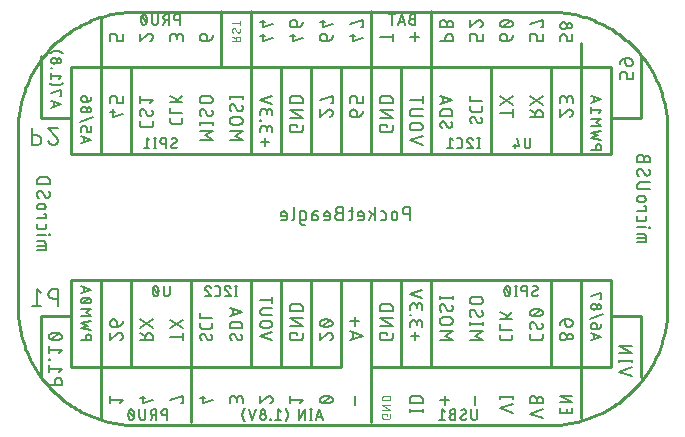
<source format=gbr>
G04 EAGLE Gerber RS-274X export*
G75*
%MOMM*%
%FSLAX34Y34*%
%LPD*%
%INSilkscreen Bottom*%
%IPPOS*%
%AMOC8*
5,1,8,0,0,1.08239X$1,22.5*%
G01*
%ADD10C,0.254000*%
%ADD11C,0.152400*%
%ADD12C,0.127000*%
%ADD13C,0.101600*%
%ADD14C,0.203200*%


D10*
X211670Y653530D02*
X561670Y653530D01*
X564086Y653501D01*
X566501Y653413D01*
X568913Y653267D01*
X571321Y653063D01*
X573724Y652801D01*
X576119Y652481D01*
X578506Y652103D01*
X580883Y651667D01*
X583248Y651174D01*
X585602Y650624D01*
X587941Y650018D01*
X590265Y649355D01*
X592572Y648636D01*
X594861Y647861D01*
X597130Y647032D01*
X599379Y646147D01*
X601606Y645209D01*
X603810Y644217D01*
X605989Y643173D01*
X608142Y642076D01*
X610268Y640927D01*
X612366Y639727D01*
X614434Y638477D01*
X616471Y637177D01*
X618476Y635828D01*
X620449Y634432D01*
X622386Y632988D01*
X624289Y631497D01*
X626154Y629962D01*
X627982Y628381D01*
X629772Y626757D01*
X631521Y625090D01*
X633230Y623381D01*
X634897Y621632D01*
X636521Y619842D01*
X638102Y618014D01*
X639637Y616149D01*
X641128Y614246D01*
X642572Y612309D01*
X643968Y610336D01*
X645317Y608331D01*
X646617Y606294D01*
X647867Y604226D01*
X649067Y602128D01*
X650216Y600002D01*
X651313Y597849D01*
X652357Y595670D01*
X653349Y593466D01*
X654287Y591239D01*
X655172Y588990D01*
X656001Y586721D01*
X656776Y584432D01*
X657495Y582125D01*
X658158Y579801D01*
X658764Y577462D01*
X659314Y575108D01*
X659807Y572743D01*
X660243Y570366D01*
X660621Y567979D01*
X660941Y565584D01*
X661203Y563181D01*
X661407Y560773D01*
X661553Y558361D01*
X661641Y555946D01*
X661670Y553530D01*
X661670Y403530D01*
X661641Y401114D01*
X661553Y398699D01*
X661407Y396287D01*
X661203Y393879D01*
X660941Y391476D01*
X660621Y389081D01*
X660243Y386694D01*
X659807Y384317D01*
X659314Y381952D01*
X658764Y379598D01*
X658158Y377259D01*
X657495Y374935D01*
X656776Y372628D01*
X656001Y370339D01*
X655172Y368070D01*
X654287Y365821D01*
X653349Y363594D01*
X652357Y361390D01*
X651313Y359211D01*
X650216Y357058D01*
X649067Y354932D01*
X647867Y352834D01*
X646617Y350766D01*
X645317Y348729D01*
X643968Y346724D01*
X642572Y344751D01*
X641128Y342814D01*
X639637Y340911D01*
X638102Y339046D01*
X636521Y337218D01*
X634897Y335428D01*
X633230Y333679D01*
X631521Y331970D01*
X629772Y330303D01*
X627982Y328679D01*
X626154Y327098D01*
X624289Y325563D01*
X622386Y324072D01*
X620449Y322628D01*
X618476Y321232D01*
X616471Y319883D01*
X614434Y318583D01*
X612366Y317333D01*
X610268Y316133D01*
X608142Y314984D01*
X605989Y313887D01*
X603810Y312843D01*
X601606Y311851D01*
X599379Y310913D01*
X597130Y310028D01*
X594861Y309199D01*
X592572Y308424D01*
X590265Y307705D01*
X587941Y307042D01*
X585602Y306436D01*
X583248Y305886D01*
X580883Y305393D01*
X578506Y304957D01*
X576119Y304579D01*
X573724Y304259D01*
X571321Y303997D01*
X568913Y303793D01*
X566501Y303647D01*
X564086Y303559D01*
X561670Y303530D01*
X211670Y303530D01*
X209254Y303559D01*
X206839Y303647D01*
X204427Y303793D01*
X202019Y303997D01*
X199616Y304259D01*
X197221Y304579D01*
X194834Y304957D01*
X192457Y305393D01*
X190092Y305886D01*
X187738Y306436D01*
X185399Y307042D01*
X183075Y307705D01*
X180768Y308424D01*
X178479Y309199D01*
X176210Y310028D01*
X173961Y310913D01*
X171734Y311851D01*
X169530Y312843D01*
X167351Y313887D01*
X165198Y314984D01*
X163072Y316133D01*
X160974Y317333D01*
X158906Y318583D01*
X156869Y319883D01*
X154864Y321232D01*
X152891Y322628D01*
X150954Y324072D01*
X149051Y325563D01*
X147186Y327098D01*
X145358Y328679D01*
X143568Y330303D01*
X141819Y331970D01*
X140110Y333679D01*
X138443Y335428D01*
X136819Y337218D01*
X135238Y339046D01*
X133703Y340911D01*
X132212Y342814D01*
X130768Y344751D01*
X129372Y346724D01*
X128023Y348729D01*
X126723Y350766D01*
X125473Y352834D01*
X124273Y354932D01*
X123124Y357058D01*
X122027Y359211D01*
X120983Y361390D01*
X119991Y363594D01*
X119053Y365821D01*
X118168Y368070D01*
X117339Y370339D01*
X116564Y372628D01*
X115845Y374935D01*
X115182Y377259D01*
X114576Y379598D01*
X114026Y381952D01*
X113533Y384317D01*
X113097Y386694D01*
X112719Y389081D01*
X112399Y391476D01*
X112137Y393879D01*
X111933Y396287D01*
X111787Y398699D01*
X111699Y401114D01*
X111670Y403530D01*
X111670Y553530D01*
X111699Y555946D01*
X111787Y558361D01*
X111933Y560773D01*
X112137Y563181D01*
X112399Y565584D01*
X112719Y567979D01*
X113097Y570366D01*
X113533Y572743D01*
X114026Y575108D01*
X114576Y577462D01*
X115182Y579801D01*
X115845Y582125D01*
X116564Y584432D01*
X117339Y586721D01*
X118168Y588990D01*
X119053Y591239D01*
X119991Y593466D01*
X120983Y595670D01*
X122027Y597849D01*
X123124Y600002D01*
X124273Y602128D01*
X125473Y604226D01*
X126723Y606294D01*
X128023Y608331D01*
X129372Y610336D01*
X130768Y612309D01*
X132212Y614246D01*
X133703Y616149D01*
X135238Y618014D01*
X136819Y619842D01*
X138443Y621632D01*
X140110Y623381D01*
X141819Y625090D01*
X143568Y626757D01*
X145358Y628381D01*
X147186Y629962D01*
X149051Y631497D01*
X150954Y632988D01*
X152891Y634432D01*
X154864Y635828D01*
X156869Y637177D01*
X158906Y638477D01*
X160974Y639727D01*
X163072Y640927D01*
X165198Y642076D01*
X167351Y643173D01*
X169530Y644217D01*
X171734Y645209D01*
X173961Y646147D01*
X176210Y647032D01*
X178479Y647861D01*
X180768Y648636D01*
X183075Y649355D01*
X185399Y650018D01*
X187738Y650624D01*
X190092Y651174D01*
X192457Y651667D01*
X194834Y652103D01*
X197221Y652481D01*
X199616Y652801D01*
X202019Y653063D01*
X204427Y653267D01*
X206839Y653413D01*
X209254Y653501D01*
X211670Y653530D01*
D11*
X443738Y488188D02*
X443738Y477012D01*
X443738Y488188D02*
X440634Y488188D01*
X440523Y488186D01*
X440413Y488180D01*
X440302Y488170D01*
X440192Y488156D01*
X440083Y488139D01*
X439974Y488117D01*
X439866Y488092D01*
X439760Y488062D01*
X439654Y488029D01*
X439549Y487992D01*
X439446Y487952D01*
X439345Y487907D01*
X439245Y487860D01*
X439146Y487808D01*
X439050Y487753D01*
X438956Y487695D01*
X438864Y487634D01*
X438774Y487569D01*
X438686Y487501D01*
X438601Y487430D01*
X438519Y487356D01*
X438439Y487279D01*
X438362Y487199D01*
X438288Y487117D01*
X438217Y487032D01*
X438149Y486944D01*
X438084Y486854D01*
X438023Y486762D01*
X437965Y486668D01*
X437910Y486572D01*
X437858Y486473D01*
X437811Y486373D01*
X437766Y486272D01*
X437726Y486169D01*
X437689Y486064D01*
X437656Y485958D01*
X437626Y485852D01*
X437601Y485744D01*
X437579Y485635D01*
X437562Y485526D01*
X437548Y485416D01*
X437538Y485305D01*
X437532Y485195D01*
X437530Y485084D01*
X437532Y484973D01*
X437538Y484863D01*
X437548Y484752D01*
X437562Y484642D01*
X437579Y484533D01*
X437601Y484424D01*
X437626Y484316D01*
X437656Y484210D01*
X437689Y484104D01*
X437726Y483999D01*
X437766Y483896D01*
X437811Y483795D01*
X437858Y483695D01*
X437910Y483596D01*
X437965Y483500D01*
X438023Y483406D01*
X438084Y483314D01*
X438149Y483224D01*
X438217Y483136D01*
X438288Y483051D01*
X438362Y482969D01*
X438439Y482889D01*
X438519Y482812D01*
X438601Y482738D01*
X438686Y482667D01*
X438774Y482599D01*
X438864Y482534D01*
X438956Y482473D01*
X439050Y482415D01*
X439146Y482360D01*
X439245Y482308D01*
X439345Y482261D01*
X439446Y482216D01*
X439549Y482176D01*
X439654Y482139D01*
X439760Y482106D01*
X439866Y482076D01*
X439974Y482051D01*
X440083Y482029D01*
X440192Y482012D01*
X440302Y481998D01*
X440413Y481988D01*
X440523Y481982D01*
X440634Y481980D01*
X440634Y481979D02*
X443738Y481979D01*
X433042Y481979D02*
X433042Y479496D01*
X433042Y481979D02*
X433040Y482078D01*
X433034Y482176D01*
X433024Y482275D01*
X433011Y482372D01*
X432993Y482470D01*
X432972Y482566D01*
X432946Y482662D01*
X432917Y482756D01*
X432885Y482849D01*
X432848Y482941D01*
X432808Y483031D01*
X432764Y483120D01*
X432717Y483207D01*
X432667Y483292D01*
X432613Y483374D01*
X432556Y483455D01*
X432496Y483533D01*
X432432Y483609D01*
X432366Y483682D01*
X432297Y483753D01*
X432225Y483821D01*
X432150Y483885D01*
X432073Y483947D01*
X431994Y484006D01*
X431912Y484061D01*
X431828Y484114D01*
X431743Y484162D01*
X431655Y484208D01*
X431565Y484250D01*
X431474Y484288D01*
X431382Y484322D01*
X431288Y484353D01*
X431193Y484380D01*
X431097Y484404D01*
X431000Y484423D01*
X430903Y484439D01*
X430805Y484451D01*
X430706Y484459D01*
X430607Y484463D01*
X430509Y484463D01*
X430410Y484459D01*
X430311Y484451D01*
X430213Y484439D01*
X430116Y484423D01*
X430019Y484404D01*
X429923Y484380D01*
X429828Y484353D01*
X429734Y484322D01*
X429642Y484288D01*
X429551Y484250D01*
X429461Y484208D01*
X429373Y484162D01*
X429288Y484114D01*
X429204Y484061D01*
X429122Y484006D01*
X429043Y483947D01*
X428966Y483885D01*
X428891Y483821D01*
X428819Y483753D01*
X428750Y483682D01*
X428684Y483609D01*
X428620Y483533D01*
X428560Y483455D01*
X428503Y483374D01*
X428449Y483292D01*
X428399Y483207D01*
X428352Y483120D01*
X428308Y483031D01*
X428268Y482941D01*
X428231Y482849D01*
X428199Y482756D01*
X428170Y482662D01*
X428144Y482566D01*
X428123Y482470D01*
X428105Y482372D01*
X428092Y482275D01*
X428082Y482176D01*
X428076Y482078D01*
X428074Y481979D01*
X428075Y481979D02*
X428075Y479496D01*
X428074Y479496D02*
X428076Y479397D01*
X428082Y479299D01*
X428092Y479200D01*
X428105Y479103D01*
X428123Y479005D01*
X428144Y478909D01*
X428170Y478813D01*
X428199Y478719D01*
X428231Y478626D01*
X428268Y478534D01*
X428308Y478444D01*
X428352Y478355D01*
X428399Y478268D01*
X428449Y478183D01*
X428503Y478101D01*
X428560Y478020D01*
X428620Y477942D01*
X428684Y477866D01*
X428750Y477793D01*
X428819Y477722D01*
X428891Y477654D01*
X428966Y477590D01*
X429043Y477528D01*
X429122Y477469D01*
X429204Y477414D01*
X429288Y477361D01*
X429373Y477313D01*
X429461Y477267D01*
X429551Y477225D01*
X429642Y477187D01*
X429734Y477153D01*
X429828Y477122D01*
X429923Y477095D01*
X430019Y477071D01*
X430116Y477052D01*
X430213Y477036D01*
X430311Y477024D01*
X430410Y477016D01*
X430509Y477012D01*
X430607Y477012D01*
X430706Y477016D01*
X430805Y477024D01*
X430903Y477036D01*
X431000Y477052D01*
X431097Y477071D01*
X431193Y477095D01*
X431288Y477122D01*
X431382Y477153D01*
X431474Y477187D01*
X431565Y477225D01*
X431655Y477267D01*
X431743Y477313D01*
X431828Y477361D01*
X431912Y477414D01*
X431994Y477469D01*
X432073Y477528D01*
X432150Y477590D01*
X432225Y477654D01*
X432297Y477722D01*
X432366Y477793D01*
X432432Y477866D01*
X432496Y477942D01*
X432556Y478020D01*
X432613Y478101D01*
X432667Y478183D01*
X432717Y478268D01*
X432764Y478355D01*
X432808Y478444D01*
X432848Y478534D01*
X432885Y478626D01*
X432917Y478719D01*
X432946Y478813D01*
X432972Y478909D01*
X432993Y479005D01*
X433011Y479103D01*
X433024Y479200D01*
X433034Y479299D01*
X433040Y479397D01*
X433042Y479496D01*
X421257Y477012D02*
X418773Y477012D01*
X421257Y477012D02*
X421341Y477014D01*
X421424Y477020D01*
X421507Y477029D01*
X421590Y477042D01*
X421672Y477059D01*
X421753Y477079D01*
X421833Y477103D01*
X421912Y477131D01*
X421989Y477162D01*
X422065Y477196D01*
X422140Y477234D01*
X422213Y477276D01*
X422283Y477320D01*
X422352Y477368D01*
X422419Y477418D01*
X422483Y477472D01*
X422544Y477528D01*
X422604Y477588D01*
X422660Y477649D01*
X422714Y477713D01*
X422764Y477780D01*
X422812Y477849D01*
X422856Y477919D01*
X422898Y477992D01*
X422936Y478067D01*
X422970Y478143D01*
X423001Y478220D01*
X423029Y478299D01*
X423053Y478379D01*
X423073Y478460D01*
X423090Y478542D01*
X423103Y478625D01*
X423113Y478708D01*
X423118Y478791D01*
X423120Y478875D01*
X423119Y478875D02*
X423119Y482600D01*
X423120Y482600D02*
X423118Y482684D01*
X423113Y482767D01*
X423103Y482850D01*
X423090Y482933D01*
X423073Y483015D01*
X423053Y483096D01*
X423029Y483176D01*
X423001Y483255D01*
X422970Y483332D01*
X422936Y483408D01*
X422898Y483483D01*
X422856Y483556D01*
X422812Y483626D01*
X422764Y483695D01*
X422714Y483762D01*
X422660Y483826D01*
X422604Y483887D01*
X422544Y483947D01*
X422483Y484003D01*
X422419Y484057D01*
X422352Y484107D01*
X422283Y484155D01*
X422213Y484199D01*
X422140Y484241D01*
X422065Y484279D01*
X421989Y484313D01*
X421912Y484344D01*
X421833Y484372D01*
X421753Y484396D01*
X421672Y484416D01*
X421590Y484433D01*
X421507Y484446D01*
X421424Y484456D01*
X421341Y484461D01*
X421257Y484463D01*
X418773Y484463D01*
X413823Y488188D02*
X413823Y477012D01*
X413823Y480737D02*
X408855Y484463D01*
X411649Y482290D02*
X408855Y477012D01*
X402604Y477012D02*
X399500Y477012D01*
X402604Y477012D02*
X402688Y477014D01*
X402771Y477020D01*
X402854Y477029D01*
X402937Y477042D01*
X403019Y477059D01*
X403100Y477079D01*
X403180Y477103D01*
X403259Y477131D01*
X403336Y477162D01*
X403412Y477196D01*
X403487Y477234D01*
X403560Y477276D01*
X403630Y477320D01*
X403699Y477368D01*
X403766Y477418D01*
X403830Y477472D01*
X403891Y477528D01*
X403951Y477588D01*
X404007Y477649D01*
X404061Y477713D01*
X404111Y477780D01*
X404159Y477849D01*
X404203Y477919D01*
X404245Y477992D01*
X404283Y478067D01*
X404317Y478143D01*
X404348Y478220D01*
X404376Y478299D01*
X404400Y478379D01*
X404420Y478460D01*
X404437Y478542D01*
X404450Y478625D01*
X404460Y478708D01*
X404465Y478791D01*
X404467Y478875D01*
X404467Y481979D01*
X404465Y482078D01*
X404459Y482176D01*
X404449Y482275D01*
X404436Y482372D01*
X404418Y482470D01*
X404397Y482566D01*
X404371Y482662D01*
X404342Y482756D01*
X404310Y482849D01*
X404273Y482941D01*
X404233Y483031D01*
X404189Y483120D01*
X404142Y483207D01*
X404092Y483292D01*
X404038Y483374D01*
X403981Y483455D01*
X403921Y483533D01*
X403857Y483609D01*
X403791Y483682D01*
X403722Y483753D01*
X403650Y483821D01*
X403575Y483885D01*
X403498Y483947D01*
X403419Y484006D01*
X403337Y484061D01*
X403253Y484114D01*
X403168Y484162D01*
X403080Y484208D01*
X402990Y484250D01*
X402899Y484288D01*
X402807Y484322D01*
X402713Y484353D01*
X402618Y484380D01*
X402522Y484404D01*
X402425Y484423D01*
X402328Y484439D01*
X402230Y484451D01*
X402131Y484459D01*
X402032Y484463D01*
X401934Y484463D01*
X401835Y484459D01*
X401736Y484451D01*
X401638Y484439D01*
X401541Y484423D01*
X401444Y484404D01*
X401348Y484380D01*
X401253Y484353D01*
X401159Y484322D01*
X401067Y484288D01*
X400976Y484250D01*
X400886Y484208D01*
X400798Y484162D01*
X400713Y484114D01*
X400629Y484061D01*
X400547Y484006D01*
X400468Y483947D01*
X400391Y483885D01*
X400316Y483821D01*
X400244Y483753D01*
X400175Y483682D01*
X400109Y483609D01*
X400045Y483533D01*
X399985Y483455D01*
X399928Y483374D01*
X399874Y483292D01*
X399824Y483207D01*
X399777Y483120D01*
X399733Y483031D01*
X399693Y482941D01*
X399656Y482849D01*
X399624Y482756D01*
X399595Y482662D01*
X399569Y482566D01*
X399548Y482470D01*
X399530Y482372D01*
X399517Y482275D01*
X399507Y482176D01*
X399501Y482078D01*
X399499Y481979D01*
X399500Y481979D02*
X399500Y480737D01*
X404467Y480737D01*
X395580Y484463D02*
X391854Y484463D01*
X394338Y488188D02*
X394338Y478875D01*
X394336Y478791D01*
X394330Y478708D01*
X394321Y478625D01*
X394308Y478542D01*
X394291Y478460D01*
X394271Y478379D01*
X394247Y478299D01*
X394219Y478220D01*
X394188Y478143D01*
X394154Y478067D01*
X394116Y477992D01*
X394074Y477919D01*
X394030Y477849D01*
X393982Y477780D01*
X393932Y477713D01*
X393878Y477649D01*
X393822Y477588D01*
X393762Y477528D01*
X393701Y477472D01*
X393637Y477418D01*
X393570Y477368D01*
X393501Y477320D01*
X393431Y477276D01*
X393358Y477234D01*
X393283Y477196D01*
X393207Y477162D01*
X393130Y477131D01*
X393051Y477103D01*
X392971Y477079D01*
X392890Y477059D01*
X392808Y477042D01*
X392725Y477029D01*
X392642Y477019D01*
X392559Y477014D01*
X392475Y477012D01*
X391854Y477012D01*
X386588Y483221D02*
X383484Y483221D01*
X383484Y483220D02*
X383373Y483218D01*
X383263Y483212D01*
X383152Y483202D01*
X383042Y483188D01*
X382933Y483171D01*
X382824Y483149D01*
X382716Y483124D01*
X382610Y483094D01*
X382504Y483061D01*
X382399Y483024D01*
X382296Y482984D01*
X382195Y482939D01*
X382095Y482892D01*
X381996Y482840D01*
X381900Y482785D01*
X381806Y482727D01*
X381714Y482666D01*
X381624Y482601D01*
X381536Y482533D01*
X381451Y482462D01*
X381369Y482388D01*
X381289Y482311D01*
X381212Y482231D01*
X381138Y482149D01*
X381067Y482064D01*
X380999Y481976D01*
X380934Y481886D01*
X380873Y481794D01*
X380815Y481700D01*
X380760Y481604D01*
X380708Y481505D01*
X380661Y481405D01*
X380616Y481304D01*
X380576Y481201D01*
X380539Y481096D01*
X380506Y480990D01*
X380476Y480884D01*
X380451Y480776D01*
X380429Y480667D01*
X380412Y480558D01*
X380398Y480448D01*
X380388Y480337D01*
X380382Y480227D01*
X380380Y480116D01*
X380382Y480005D01*
X380388Y479895D01*
X380398Y479784D01*
X380412Y479674D01*
X380429Y479565D01*
X380451Y479456D01*
X380476Y479348D01*
X380506Y479242D01*
X380539Y479136D01*
X380576Y479031D01*
X380616Y478928D01*
X380661Y478827D01*
X380708Y478727D01*
X380760Y478628D01*
X380815Y478532D01*
X380873Y478438D01*
X380934Y478346D01*
X380999Y478256D01*
X381067Y478168D01*
X381138Y478083D01*
X381212Y478001D01*
X381289Y477921D01*
X381369Y477844D01*
X381451Y477770D01*
X381536Y477699D01*
X381624Y477631D01*
X381714Y477566D01*
X381806Y477505D01*
X381900Y477447D01*
X381996Y477392D01*
X382095Y477340D01*
X382195Y477293D01*
X382296Y477248D01*
X382399Y477208D01*
X382504Y477171D01*
X382610Y477138D01*
X382716Y477108D01*
X382824Y477083D01*
X382933Y477061D01*
X383042Y477044D01*
X383152Y477030D01*
X383263Y477020D01*
X383373Y477014D01*
X383484Y477012D01*
X386588Y477012D01*
X386588Y488188D01*
X383484Y488188D01*
X383385Y488186D01*
X383287Y488180D01*
X383188Y488170D01*
X383091Y488157D01*
X382993Y488139D01*
X382897Y488118D01*
X382801Y488092D01*
X382707Y488063D01*
X382614Y488031D01*
X382522Y487994D01*
X382432Y487954D01*
X382343Y487910D01*
X382256Y487863D01*
X382171Y487813D01*
X382089Y487759D01*
X382008Y487702D01*
X381930Y487642D01*
X381854Y487578D01*
X381781Y487512D01*
X381710Y487443D01*
X381642Y487371D01*
X381578Y487296D01*
X381516Y487219D01*
X381457Y487140D01*
X381402Y487058D01*
X381349Y486974D01*
X381301Y486889D01*
X381255Y486801D01*
X381213Y486711D01*
X381175Y486620D01*
X381141Y486528D01*
X381110Y486434D01*
X381083Y486339D01*
X381059Y486243D01*
X381040Y486146D01*
X381024Y486049D01*
X381012Y485951D01*
X381004Y485852D01*
X381000Y485753D01*
X381000Y485655D01*
X381004Y485556D01*
X381012Y485457D01*
X381024Y485359D01*
X381040Y485262D01*
X381059Y485165D01*
X381083Y485069D01*
X381110Y484974D01*
X381141Y484880D01*
X381175Y484788D01*
X381213Y484697D01*
X381255Y484607D01*
X381301Y484519D01*
X381349Y484434D01*
X381402Y484350D01*
X381457Y484268D01*
X381516Y484189D01*
X381578Y484112D01*
X381642Y484037D01*
X381710Y483965D01*
X381781Y483896D01*
X381854Y483830D01*
X381930Y483766D01*
X382008Y483706D01*
X382089Y483649D01*
X382171Y483595D01*
X382256Y483545D01*
X382343Y483498D01*
X382432Y483454D01*
X382522Y483414D01*
X382614Y483377D01*
X382707Y483345D01*
X382801Y483316D01*
X382897Y483290D01*
X382993Y483269D01*
X383091Y483251D01*
X383188Y483238D01*
X383287Y483228D01*
X383385Y483222D01*
X383484Y483220D01*
X374029Y477012D02*
X370925Y477012D01*
X374029Y477012D02*
X374113Y477014D01*
X374196Y477020D01*
X374279Y477029D01*
X374362Y477042D01*
X374444Y477059D01*
X374525Y477079D01*
X374605Y477103D01*
X374684Y477131D01*
X374761Y477162D01*
X374837Y477196D01*
X374912Y477234D01*
X374985Y477276D01*
X375055Y477320D01*
X375124Y477368D01*
X375191Y477418D01*
X375255Y477472D01*
X375316Y477528D01*
X375376Y477588D01*
X375432Y477649D01*
X375486Y477713D01*
X375536Y477780D01*
X375584Y477849D01*
X375628Y477919D01*
X375670Y477992D01*
X375708Y478067D01*
X375742Y478143D01*
X375773Y478220D01*
X375801Y478299D01*
X375825Y478379D01*
X375845Y478460D01*
X375862Y478542D01*
X375875Y478625D01*
X375885Y478708D01*
X375890Y478791D01*
X375892Y478875D01*
X375892Y481979D01*
X375890Y482078D01*
X375884Y482176D01*
X375874Y482275D01*
X375861Y482372D01*
X375843Y482470D01*
X375822Y482566D01*
X375796Y482662D01*
X375767Y482756D01*
X375735Y482849D01*
X375698Y482941D01*
X375658Y483031D01*
X375614Y483120D01*
X375567Y483207D01*
X375517Y483292D01*
X375463Y483374D01*
X375406Y483455D01*
X375346Y483533D01*
X375282Y483609D01*
X375216Y483682D01*
X375147Y483753D01*
X375075Y483821D01*
X375000Y483885D01*
X374923Y483947D01*
X374844Y484006D01*
X374762Y484061D01*
X374678Y484114D01*
X374593Y484162D01*
X374505Y484208D01*
X374415Y484250D01*
X374324Y484288D01*
X374232Y484322D01*
X374138Y484353D01*
X374043Y484380D01*
X373947Y484404D01*
X373850Y484423D01*
X373753Y484439D01*
X373655Y484451D01*
X373556Y484459D01*
X373457Y484463D01*
X373359Y484463D01*
X373260Y484459D01*
X373161Y484451D01*
X373063Y484439D01*
X372966Y484423D01*
X372869Y484404D01*
X372773Y484380D01*
X372678Y484353D01*
X372584Y484322D01*
X372492Y484288D01*
X372401Y484250D01*
X372311Y484208D01*
X372223Y484162D01*
X372138Y484114D01*
X372054Y484061D01*
X371972Y484006D01*
X371893Y483947D01*
X371816Y483885D01*
X371741Y483821D01*
X371669Y483753D01*
X371600Y483682D01*
X371534Y483609D01*
X371470Y483533D01*
X371410Y483455D01*
X371353Y483374D01*
X371299Y483292D01*
X371249Y483207D01*
X371202Y483120D01*
X371158Y483031D01*
X371118Y482941D01*
X371081Y482849D01*
X371049Y482756D01*
X371020Y482662D01*
X370994Y482566D01*
X370973Y482470D01*
X370955Y482372D01*
X370942Y482275D01*
X370932Y482176D01*
X370926Y482078D01*
X370924Y481979D01*
X370925Y481979D02*
X370925Y480737D01*
X375892Y480737D01*
X363887Y481358D02*
X361093Y481358D01*
X363887Y481358D02*
X363979Y481356D01*
X364071Y481350D01*
X364163Y481340D01*
X364254Y481327D01*
X364345Y481309D01*
X364435Y481288D01*
X364523Y481263D01*
X364611Y481234D01*
X364697Y481201D01*
X364782Y481165D01*
X364865Y481125D01*
X364947Y481082D01*
X365026Y481035D01*
X365104Y480985D01*
X365179Y480932D01*
X365252Y480876D01*
X365323Y480816D01*
X365391Y480754D01*
X365456Y480689D01*
X365518Y480621D01*
X365578Y480550D01*
X365634Y480477D01*
X365687Y480402D01*
X365737Y480324D01*
X365784Y480245D01*
X365827Y480163D01*
X365867Y480080D01*
X365903Y479995D01*
X365936Y479909D01*
X365965Y479821D01*
X365990Y479733D01*
X366011Y479643D01*
X366029Y479552D01*
X366042Y479461D01*
X366052Y479369D01*
X366058Y479277D01*
X366060Y479185D01*
X366058Y479093D01*
X366052Y479001D01*
X366042Y478909D01*
X366029Y478818D01*
X366011Y478727D01*
X365990Y478637D01*
X365965Y478549D01*
X365936Y478461D01*
X365903Y478375D01*
X365867Y478290D01*
X365827Y478207D01*
X365784Y478125D01*
X365737Y478046D01*
X365687Y477968D01*
X365634Y477893D01*
X365578Y477820D01*
X365518Y477749D01*
X365456Y477681D01*
X365391Y477616D01*
X365323Y477554D01*
X365252Y477494D01*
X365179Y477438D01*
X365104Y477385D01*
X365026Y477335D01*
X364947Y477288D01*
X364865Y477245D01*
X364782Y477205D01*
X364697Y477169D01*
X364611Y477136D01*
X364523Y477107D01*
X364435Y477082D01*
X364345Y477061D01*
X364254Y477043D01*
X364163Y477030D01*
X364071Y477020D01*
X363979Y477014D01*
X363887Y477012D01*
X361093Y477012D01*
X361093Y482600D01*
X361092Y482600D02*
X361094Y482684D01*
X361100Y482767D01*
X361109Y482850D01*
X361122Y482933D01*
X361139Y483015D01*
X361159Y483096D01*
X361183Y483176D01*
X361211Y483255D01*
X361242Y483332D01*
X361276Y483408D01*
X361314Y483483D01*
X361356Y483556D01*
X361400Y483626D01*
X361448Y483695D01*
X361498Y483762D01*
X361552Y483826D01*
X361608Y483887D01*
X361668Y483947D01*
X361729Y484003D01*
X361793Y484057D01*
X361860Y484107D01*
X361929Y484155D01*
X361999Y484199D01*
X362072Y484241D01*
X362147Y484279D01*
X362223Y484313D01*
X362300Y484344D01*
X362379Y484372D01*
X362459Y484396D01*
X362540Y484416D01*
X362622Y484433D01*
X362705Y484446D01*
X362788Y484456D01*
X362871Y484461D01*
X362955Y484463D01*
X365439Y484463D01*
X353910Y477012D02*
X350806Y477012D01*
X353910Y477012D02*
X353994Y477014D01*
X354077Y477020D01*
X354160Y477029D01*
X354243Y477042D01*
X354325Y477059D01*
X354406Y477079D01*
X354486Y477103D01*
X354565Y477131D01*
X354642Y477162D01*
X354718Y477196D01*
X354793Y477234D01*
X354866Y477276D01*
X354936Y477320D01*
X355005Y477368D01*
X355072Y477418D01*
X355136Y477472D01*
X355197Y477528D01*
X355257Y477588D01*
X355313Y477649D01*
X355367Y477713D01*
X355417Y477780D01*
X355465Y477849D01*
X355509Y477919D01*
X355551Y477992D01*
X355589Y478067D01*
X355623Y478143D01*
X355654Y478220D01*
X355682Y478299D01*
X355706Y478379D01*
X355726Y478460D01*
X355743Y478542D01*
X355756Y478625D01*
X355766Y478708D01*
X355771Y478791D01*
X355773Y478875D01*
X355773Y482600D01*
X355771Y482684D01*
X355766Y482767D01*
X355756Y482850D01*
X355743Y482933D01*
X355726Y483015D01*
X355706Y483096D01*
X355682Y483176D01*
X355654Y483255D01*
X355623Y483332D01*
X355589Y483408D01*
X355551Y483483D01*
X355509Y483556D01*
X355465Y483626D01*
X355417Y483695D01*
X355367Y483762D01*
X355313Y483826D01*
X355257Y483887D01*
X355197Y483947D01*
X355136Y484003D01*
X355072Y484057D01*
X355005Y484107D01*
X354936Y484155D01*
X354866Y484199D01*
X354793Y484241D01*
X354718Y484279D01*
X354642Y484313D01*
X354565Y484344D01*
X354486Y484372D01*
X354406Y484396D01*
X354325Y484416D01*
X354243Y484433D01*
X354160Y484446D01*
X354077Y484456D01*
X353994Y484461D01*
X353910Y484463D01*
X350806Y484463D01*
X350806Y475149D01*
X350805Y475149D02*
X350807Y475065D01*
X350812Y474982D01*
X350822Y474899D01*
X350835Y474816D01*
X350852Y474734D01*
X350872Y474653D01*
X350896Y474573D01*
X350924Y474494D01*
X350955Y474417D01*
X350989Y474341D01*
X351027Y474266D01*
X351069Y474193D01*
X351113Y474123D01*
X351161Y474054D01*
X351211Y473987D01*
X351265Y473923D01*
X351321Y473862D01*
X351381Y473802D01*
X351442Y473746D01*
X351506Y473692D01*
X351573Y473642D01*
X351642Y473594D01*
X351712Y473550D01*
X351785Y473508D01*
X351860Y473470D01*
X351936Y473436D01*
X352013Y473405D01*
X352092Y473377D01*
X352172Y473353D01*
X352253Y473333D01*
X352335Y473316D01*
X352418Y473303D01*
X352501Y473293D01*
X352584Y473288D01*
X352668Y473286D01*
X352668Y473287D02*
X355152Y473287D01*
X345320Y478875D02*
X345320Y488188D01*
X345321Y478875D02*
X345319Y478789D01*
X345313Y478703D01*
X345303Y478618D01*
X345289Y478533D01*
X345272Y478448D01*
X345250Y478365D01*
X345224Y478283D01*
X345195Y478202D01*
X345162Y478123D01*
X345126Y478045D01*
X345086Y477968D01*
X345042Y477894D01*
X344995Y477822D01*
X344945Y477752D01*
X344891Y477685D01*
X344835Y477620D01*
X344775Y477558D01*
X344713Y477498D01*
X344648Y477442D01*
X344581Y477388D01*
X344511Y477338D01*
X344439Y477291D01*
X344365Y477247D01*
X344288Y477207D01*
X344211Y477171D01*
X344131Y477138D01*
X344050Y477109D01*
X343968Y477083D01*
X343885Y477061D01*
X343800Y477044D01*
X343715Y477030D01*
X343630Y477020D01*
X343544Y477014D01*
X343458Y477012D01*
X337453Y477012D02*
X334349Y477012D01*
X337453Y477012D02*
X337537Y477014D01*
X337620Y477020D01*
X337703Y477029D01*
X337786Y477042D01*
X337868Y477059D01*
X337949Y477079D01*
X338029Y477103D01*
X338108Y477131D01*
X338185Y477162D01*
X338261Y477196D01*
X338336Y477234D01*
X338409Y477276D01*
X338479Y477320D01*
X338548Y477368D01*
X338615Y477418D01*
X338679Y477472D01*
X338740Y477528D01*
X338800Y477588D01*
X338856Y477649D01*
X338910Y477713D01*
X338960Y477780D01*
X339008Y477849D01*
X339052Y477919D01*
X339094Y477992D01*
X339132Y478067D01*
X339166Y478143D01*
X339197Y478220D01*
X339225Y478299D01*
X339249Y478379D01*
X339269Y478460D01*
X339286Y478542D01*
X339299Y478625D01*
X339309Y478708D01*
X339314Y478791D01*
X339316Y478875D01*
X339316Y481979D01*
X339317Y481979D02*
X339315Y482078D01*
X339309Y482176D01*
X339299Y482275D01*
X339286Y482372D01*
X339268Y482470D01*
X339247Y482566D01*
X339221Y482662D01*
X339192Y482756D01*
X339160Y482849D01*
X339123Y482941D01*
X339083Y483031D01*
X339039Y483120D01*
X338992Y483207D01*
X338942Y483292D01*
X338888Y483374D01*
X338831Y483455D01*
X338771Y483533D01*
X338707Y483609D01*
X338641Y483682D01*
X338572Y483753D01*
X338500Y483821D01*
X338425Y483885D01*
X338348Y483947D01*
X338269Y484006D01*
X338187Y484061D01*
X338103Y484114D01*
X338018Y484162D01*
X337930Y484208D01*
X337840Y484250D01*
X337749Y484288D01*
X337657Y484322D01*
X337563Y484353D01*
X337468Y484380D01*
X337372Y484404D01*
X337275Y484423D01*
X337178Y484439D01*
X337080Y484451D01*
X336981Y484459D01*
X336882Y484463D01*
X336784Y484463D01*
X336685Y484459D01*
X336586Y484451D01*
X336488Y484439D01*
X336391Y484423D01*
X336294Y484404D01*
X336198Y484380D01*
X336103Y484353D01*
X336009Y484322D01*
X335917Y484288D01*
X335826Y484250D01*
X335736Y484208D01*
X335648Y484162D01*
X335563Y484114D01*
X335479Y484061D01*
X335397Y484006D01*
X335318Y483947D01*
X335241Y483885D01*
X335166Y483821D01*
X335094Y483753D01*
X335025Y483682D01*
X334959Y483609D01*
X334895Y483533D01*
X334835Y483455D01*
X334778Y483374D01*
X334724Y483292D01*
X334674Y483207D01*
X334627Y483120D01*
X334583Y483031D01*
X334543Y482941D01*
X334506Y482849D01*
X334474Y482756D01*
X334445Y482662D01*
X334419Y482566D01*
X334398Y482470D01*
X334380Y482372D01*
X334367Y482275D01*
X334357Y482176D01*
X334351Y482078D01*
X334349Y481979D01*
X334349Y480737D01*
X339316Y480737D01*
X635762Y458251D02*
X643213Y458251D01*
X643213Y463839D01*
X643211Y463923D01*
X643206Y464006D01*
X643196Y464089D01*
X643183Y464172D01*
X643166Y464254D01*
X643146Y464335D01*
X643122Y464415D01*
X643094Y464494D01*
X643063Y464571D01*
X643029Y464647D01*
X642991Y464722D01*
X642949Y464795D01*
X642905Y464865D01*
X642857Y464934D01*
X642807Y465001D01*
X642753Y465065D01*
X642697Y465126D01*
X642637Y465186D01*
X642576Y465242D01*
X642512Y465296D01*
X642445Y465346D01*
X642376Y465394D01*
X642306Y465438D01*
X642233Y465480D01*
X642158Y465518D01*
X642082Y465552D01*
X642005Y465583D01*
X641926Y465611D01*
X641846Y465635D01*
X641765Y465655D01*
X641683Y465672D01*
X641600Y465685D01*
X641517Y465695D01*
X641434Y465700D01*
X641350Y465702D01*
X635762Y465702D01*
X635762Y461977D02*
X643213Y461977D01*
X643213Y471121D02*
X635762Y471121D01*
X646317Y470810D02*
X646938Y470810D01*
X646938Y471431D01*
X646317Y471431D01*
X646317Y470810D01*
X635762Y477755D02*
X635762Y480239D01*
X635762Y477755D02*
X635764Y477671D01*
X635769Y477588D01*
X635779Y477505D01*
X635792Y477422D01*
X635809Y477340D01*
X635829Y477259D01*
X635853Y477179D01*
X635881Y477100D01*
X635912Y477023D01*
X635946Y476947D01*
X635984Y476872D01*
X636026Y476799D01*
X636070Y476729D01*
X636118Y476660D01*
X636168Y476593D01*
X636222Y476529D01*
X636278Y476468D01*
X636338Y476408D01*
X636399Y476352D01*
X636463Y476298D01*
X636530Y476248D01*
X636599Y476200D01*
X636669Y476156D01*
X636742Y476114D01*
X636817Y476076D01*
X636893Y476042D01*
X636970Y476011D01*
X637049Y475983D01*
X637129Y475959D01*
X637210Y475939D01*
X637292Y475922D01*
X637375Y475909D01*
X637458Y475899D01*
X637541Y475894D01*
X637625Y475892D01*
X637625Y475893D02*
X641350Y475893D01*
X641350Y475892D02*
X641434Y475894D01*
X641517Y475900D01*
X641600Y475909D01*
X641683Y475922D01*
X641765Y475939D01*
X641846Y475959D01*
X641926Y475983D01*
X642005Y476011D01*
X642082Y476042D01*
X642158Y476076D01*
X642233Y476114D01*
X642306Y476156D01*
X642376Y476200D01*
X642445Y476248D01*
X642512Y476298D01*
X642576Y476352D01*
X642637Y476408D01*
X642697Y476468D01*
X642753Y476529D01*
X642807Y476593D01*
X642857Y476660D01*
X642905Y476729D01*
X642949Y476799D01*
X642991Y476872D01*
X643029Y476947D01*
X643063Y477023D01*
X643094Y477100D01*
X643122Y477179D01*
X643146Y477259D01*
X643166Y477340D01*
X643183Y477422D01*
X643196Y477505D01*
X643206Y477588D01*
X643211Y477671D01*
X643213Y477755D01*
X643213Y480239D01*
X643213Y485103D02*
X635762Y485103D01*
X643213Y485103D02*
X643213Y488828D01*
X641971Y488828D01*
X640729Y492640D02*
X638246Y492640D01*
X640729Y492640D02*
X640828Y492642D01*
X640926Y492648D01*
X641025Y492658D01*
X641122Y492671D01*
X641220Y492689D01*
X641316Y492710D01*
X641412Y492736D01*
X641506Y492765D01*
X641599Y492797D01*
X641691Y492834D01*
X641781Y492874D01*
X641870Y492918D01*
X641957Y492965D01*
X642042Y493015D01*
X642124Y493069D01*
X642205Y493126D01*
X642283Y493186D01*
X642359Y493250D01*
X642432Y493316D01*
X642503Y493385D01*
X642571Y493457D01*
X642635Y493532D01*
X642697Y493609D01*
X642756Y493688D01*
X642811Y493770D01*
X642864Y493854D01*
X642912Y493939D01*
X642958Y494027D01*
X643000Y494117D01*
X643038Y494208D01*
X643072Y494300D01*
X643103Y494394D01*
X643130Y494489D01*
X643154Y494585D01*
X643173Y494682D01*
X643189Y494779D01*
X643201Y494877D01*
X643209Y494976D01*
X643213Y495075D01*
X643213Y495173D01*
X643209Y495272D01*
X643201Y495371D01*
X643189Y495469D01*
X643173Y495566D01*
X643154Y495663D01*
X643130Y495759D01*
X643103Y495854D01*
X643072Y495948D01*
X643038Y496040D01*
X643000Y496131D01*
X642958Y496221D01*
X642912Y496309D01*
X642864Y496394D01*
X642811Y496478D01*
X642756Y496560D01*
X642697Y496639D01*
X642635Y496716D01*
X642571Y496791D01*
X642503Y496863D01*
X642432Y496932D01*
X642359Y496998D01*
X642283Y497062D01*
X642205Y497122D01*
X642124Y497179D01*
X642042Y497233D01*
X641957Y497283D01*
X641870Y497330D01*
X641781Y497374D01*
X641691Y497414D01*
X641599Y497451D01*
X641506Y497483D01*
X641412Y497512D01*
X641316Y497538D01*
X641220Y497559D01*
X641122Y497577D01*
X641025Y497590D01*
X640926Y497600D01*
X640828Y497606D01*
X640729Y497608D01*
X640729Y497607D02*
X638246Y497607D01*
X638246Y497608D02*
X638147Y497606D01*
X638049Y497600D01*
X637950Y497590D01*
X637853Y497577D01*
X637755Y497559D01*
X637659Y497538D01*
X637563Y497512D01*
X637469Y497483D01*
X637376Y497451D01*
X637284Y497414D01*
X637194Y497374D01*
X637105Y497330D01*
X637018Y497283D01*
X636933Y497233D01*
X636851Y497179D01*
X636770Y497122D01*
X636692Y497062D01*
X636616Y496998D01*
X636543Y496932D01*
X636472Y496863D01*
X636404Y496791D01*
X636340Y496716D01*
X636278Y496639D01*
X636219Y496560D01*
X636164Y496478D01*
X636111Y496394D01*
X636063Y496309D01*
X636017Y496221D01*
X635975Y496131D01*
X635937Y496040D01*
X635903Y495948D01*
X635872Y495854D01*
X635845Y495759D01*
X635821Y495663D01*
X635802Y495566D01*
X635786Y495469D01*
X635774Y495371D01*
X635766Y495272D01*
X635762Y495173D01*
X635762Y495075D01*
X635766Y494976D01*
X635774Y494877D01*
X635786Y494779D01*
X635802Y494682D01*
X635821Y494585D01*
X635845Y494489D01*
X635872Y494394D01*
X635903Y494300D01*
X635937Y494208D01*
X635975Y494117D01*
X636017Y494027D01*
X636063Y493939D01*
X636111Y493854D01*
X636164Y493770D01*
X636219Y493688D01*
X636278Y493609D01*
X636340Y493532D01*
X636404Y493457D01*
X636472Y493385D01*
X636543Y493316D01*
X636616Y493250D01*
X636692Y493186D01*
X636770Y493126D01*
X636851Y493069D01*
X636933Y493015D01*
X637018Y492965D01*
X637105Y492918D01*
X637194Y492874D01*
X637284Y492834D01*
X637376Y492797D01*
X637469Y492765D01*
X637563Y492736D01*
X637659Y492710D01*
X637755Y492689D01*
X637853Y492671D01*
X637950Y492658D01*
X638049Y492648D01*
X638147Y492642D01*
X638246Y492640D01*
X638866Y503068D02*
X646938Y503068D01*
X638866Y503069D02*
X638755Y503071D01*
X638645Y503077D01*
X638534Y503087D01*
X638424Y503101D01*
X638315Y503118D01*
X638206Y503140D01*
X638098Y503165D01*
X637992Y503195D01*
X637886Y503228D01*
X637781Y503265D01*
X637678Y503305D01*
X637577Y503350D01*
X637477Y503397D01*
X637378Y503449D01*
X637282Y503504D01*
X637188Y503562D01*
X637096Y503623D01*
X637006Y503688D01*
X636918Y503756D01*
X636833Y503827D01*
X636751Y503901D01*
X636671Y503978D01*
X636594Y504058D01*
X636520Y504140D01*
X636449Y504225D01*
X636381Y504313D01*
X636316Y504403D01*
X636255Y504495D01*
X636197Y504589D01*
X636142Y504685D01*
X636090Y504784D01*
X636043Y504884D01*
X635998Y504985D01*
X635958Y505088D01*
X635921Y505193D01*
X635888Y505299D01*
X635858Y505405D01*
X635833Y505513D01*
X635811Y505622D01*
X635794Y505731D01*
X635780Y505841D01*
X635770Y505952D01*
X635764Y506062D01*
X635762Y506173D01*
X635764Y506284D01*
X635770Y506394D01*
X635780Y506505D01*
X635794Y506615D01*
X635811Y506724D01*
X635833Y506833D01*
X635858Y506941D01*
X635888Y507047D01*
X635921Y507153D01*
X635958Y507258D01*
X635998Y507361D01*
X636043Y507462D01*
X636090Y507562D01*
X636142Y507661D01*
X636197Y507757D01*
X636255Y507851D01*
X636316Y507943D01*
X636381Y508033D01*
X636449Y508121D01*
X636520Y508206D01*
X636594Y508288D01*
X636671Y508368D01*
X636751Y508445D01*
X636833Y508519D01*
X636918Y508590D01*
X637006Y508658D01*
X637096Y508723D01*
X637188Y508784D01*
X637282Y508842D01*
X637378Y508897D01*
X637477Y508949D01*
X637577Y508996D01*
X637678Y509041D01*
X637781Y509081D01*
X637886Y509118D01*
X637992Y509151D01*
X638098Y509181D01*
X638206Y509206D01*
X638315Y509228D01*
X638424Y509245D01*
X638534Y509259D01*
X638645Y509269D01*
X638755Y509275D01*
X638866Y509277D01*
X646938Y509277D01*
X635762Y518223D02*
X635764Y518321D01*
X635770Y518418D01*
X635779Y518515D01*
X635793Y518612D01*
X635810Y518708D01*
X635831Y518803D01*
X635855Y518897D01*
X635884Y518991D01*
X635916Y519083D01*
X635951Y519174D01*
X635990Y519263D01*
X636033Y519351D01*
X636079Y519437D01*
X636128Y519521D01*
X636181Y519603D01*
X636236Y519683D01*
X636295Y519761D01*
X636357Y519836D01*
X636422Y519909D01*
X636490Y519979D01*
X636560Y520047D01*
X636633Y520112D01*
X636708Y520174D01*
X636786Y520233D01*
X636866Y520288D01*
X636948Y520341D01*
X637032Y520390D01*
X637118Y520436D01*
X637206Y520479D01*
X637295Y520518D01*
X637386Y520553D01*
X637478Y520585D01*
X637572Y520614D01*
X637666Y520638D01*
X637761Y520659D01*
X637857Y520676D01*
X637954Y520690D01*
X638051Y520699D01*
X638148Y520705D01*
X638246Y520707D01*
X635762Y518223D02*
X635764Y518080D01*
X635770Y517937D01*
X635779Y517795D01*
X635793Y517653D01*
X635811Y517511D01*
X635832Y517370D01*
X635857Y517229D01*
X635886Y517089D01*
X635919Y516950D01*
X635955Y516812D01*
X635996Y516675D01*
X636040Y516539D01*
X636087Y516405D01*
X636139Y516271D01*
X636193Y516140D01*
X636252Y516009D01*
X636314Y515881D01*
X636379Y515754D01*
X636448Y515629D01*
X636521Y515505D01*
X636596Y515384D01*
X636675Y515265D01*
X636757Y515148D01*
X636843Y515034D01*
X636931Y514922D01*
X637022Y514812D01*
X637117Y514705D01*
X637214Y514600D01*
X637314Y514498D01*
X644454Y514808D02*
X644552Y514810D01*
X644649Y514816D01*
X644746Y514825D01*
X644843Y514839D01*
X644939Y514856D01*
X645034Y514877D01*
X645128Y514901D01*
X645222Y514930D01*
X645314Y514962D01*
X645405Y514997D01*
X645494Y515036D01*
X645582Y515079D01*
X645668Y515125D01*
X645752Y515174D01*
X645834Y515227D01*
X645914Y515282D01*
X645992Y515341D01*
X646067Y515403D01*
X646140Y515468D01*
X646210Y515536D01*
X646278Y515606D01*
X646343Y515679D01*
X646405Y515754D01*
X646464Y515832D01*
X646519Y515912D01*
X646572Y515994D01*
X646621Y516078D01*
X646667Y516164D01*
X646710Y516252D01*
X646749Y516341D01*
X646784Y516432D01*
X646816Y516524D01*
X646845Y516618D01*
X646869Y516712D01*
X646890Y516807D01*
X646907Y516903D01*
X646921Y517000D01*
X646930Y517097D01*
X646936Y517194D01*
X646938Y517292D01*
X646936Y517422D01*
X646931Y517552D01*
X646922Y517682D01*
X646909Y517812D01*
X646893Y517941D01*
X646873Y518070D01*
X646849Y518198D01*
X646822Y518326D01*
X646791Y518452D01*
X646757Y518578D01*
X646719Y518703D01*
X646678Y518826D01*
X646633Y518949D01*
X646585Y519070D01*
X646534Y519190D01*
X646479Y519308D01*
X646421Y519424D01*
X646360Y519539D01*
X646295Y519653D01*
X646228Y519764D01*
X646157Y519873D01*
X646083Y519981D01*
X646007Y520086D01*
X642281Y516051D02*
X642332Y515968D01*
X642386Y515887D01*
X642443Y515809D01*
X642503Y515733D01*
X642566Y515659D01*
X642632Y515588D01*
X642700Y515519D01*
X642771Y515453D01*
X642844Y515389D01*
X642920Y515329D01*
X642998Y515272D01*
X643079Y515217D01*
X643161Y515166D01*
X643245Y515118D01*
X643331Y515073D01*
X643419Y515031D01*
X643508Y514993D01*
X643598Y514959D01*
X643690Y514927D01*
X643783Y514900D01*
X643877Y514876D01*
X643972Y514855D01*
X644068Y514839D01*
X644164Y514826D01*
X644260Y514816D01*
X644357Y514811D01*
X644454Y514809D01*
X640419Y519465D02*
X640368Y519548D01*
X640314Y519629D01*
X640257Y519707D01*
X640197Y519783D01*
X640134Y519857D01*
X640068Y519928D01*
X640000Y519997D01*
X639929Y520063D01*
X639856Y520127D01*
X639780Y520187D01*
X639702Y520244D01*
X639621Y520299D01*
X639539Y520350D01*
X639455Y520398D01*
X639369Y520443D01*
X639281Y520485D01*
X639192Y520523D01*
X639102Y520557D01*
X639010Y520589D01*
X638917Y520616D01*
X638823Y520640D01*
X638728Y520661D01*
X638632Y520677D01*
X638536Y520690D01*
X638440Y520700D01*
X638343Y520705D01*
X638246Y520707D01*
X640419Y519465D02*
X642281Y516050D01*
X641971Y526140D02*
X641971Y529244D01*
X641970Y529244D02*
X641968Y529355D01*
X641962Y529465D01*
X641952Y529576D01*
X641938Y529686D01*
X641921Y529795D01*
X641899Y529904D01*
X641874Y530012D01*
X641844Y530118D01*
X641811Y530224D01*
X641774Y530329D01*
X641734Y530432D01*
X641689Y530533D01*
X641642Y530633D01*
X641590Y530732D01*
X641535Y530828D01*
X641477Y530922D01*
X641416Y531014D01*
X641351Y531104D01*
X641283Y531192D01*
X641212Y531277D01*
X641138Y531359D01*
X641061Y531439D01*
X640981Y531516D01*
X640899Y531590D01*
X640814Y531661D01*
X640726Y531729D01*
X640636Y531794D01*
X640544Y531855D01*
X640450Y531913D01*
X640354Y531968D01*
X640255Y532020D01*
X640155Y532067D01*
X640054Y532112D01*
X639951Y532152D01*
X639846Y532189D01*
X639740Y532222D01*
X639634Y532252D01*
X639526Y532277D01*
X639417Y532299D01*
X639308Y532316D01*
X639198Y532330D01*
X639087Y532340D01*
X638977Y532346D01*
X638866Y532348D01*
X638755Y532346D01*
X638645Y532340D01*
X638534Y532330D01*
X638424Y532316D01*
X638315Y532299D01*
X638206Y532277D01*
X638098Y532252D01*
X637992Y532222D01*
X637886Y532189D01*
X637781Y532152D01*
X637678Y532112D01*
X637577Y532067D01*
X637477Y532020D01*
X637378Y531968D01*
X637282Y531913D01*
X637188Y531855D01*
X637096Y531794D01*
X637006Y531729D01*
X636918Y531661D01*
X636833Y531590D01*
X636751Y531516D01*
X636671Y531439D01*
X636594Y531359D01*
X636520Y531277D01*
X636449Y531192D01*
X636381Y531104D01*
X636316Y531014D01*
X636255Y530922D01*
X636197Y530828D01*
X636142Y530732D01*
X636090Y530633D01*
X636043Y530533D01*
X635998Y530432D01*
X635958Y530329D01*
X635921Y530224D01*
X635888Y530118D01*
X635858Y530012D01*
X635833Y529904D01*
X635811Y529795D01*
X635794Y529686D01*
X635780Y529576D01*
X635770Y529465D01*
X635764Y529355D01*
X635762Y529244D01*
X635762Y526140D01*
X646938Y526140D01*
X646938Y529244D01*
X646936Y529343D01*
X646930Y529441D01*
X646920Y529540D01*
X646907Y529637D01*
X646889Y529735D01*
X646868Y529831D01*
X646842Y529927D01*
X646813Y530021D01*
X646781Y530114D01*
X646744Y530206D01*
X646704Y530296D01*
X646660Y530385D01*
X646613Y530472D01*
X646563Y530557D01*
X646509Y530639D01*
X646452Y530720D01*
X646392Y530798D01*
X646328Y530874D01*
X646262Y530947D01*
X646193Y531018D01*
X646121Y531086D01*
X646046Y531150D01*
X645969Y531212D01*
X645890Y531271D01*
X645808Y531326D01*
X645724Y531379D01*
X645639Y531427D01*
X645551Y531473D01*
X645461Y531515D01*
X645370Y531553D01*
X645278Y531587D01*
X645184Y531618D01*
X645089Y531645D01*
X644993Y531669D01*
X644896Y531688D01*
X644799Y531704D01*
X644701Y531716D01*
X644602Y531724D01*
X644503Y531728D01*
X644405Y531728D01*
X644306Y531724D01*
X644207Y531716D01*
X644109Y531704D01*
X644012Y531688D01*
X643915Y531669D01*
X643819Y531645D01*
X643724Y531618D01*
X643630Y531587D01*
X643538Y531553D01*
X643447Y531515D01*
X643357Y531473D01*
X643269Y531427D01*
X643184Y531379D01*
X643100Y531326D01*
X643018Y531271D01*
X642939Y531212D01*
X642862Y531150D01*
X642787Y531086D01*
X642715Y531018D01*
X642646Y530947D01*
X642580Y530874D01*
X642516Y530798D01*
X642456Y530720D01*
X642399Y530639D01*
X642345Y530557D01*
X642295Y530472D01*
X642248Y530385D01*
X642204Y530296D01*
X642164Y530206D01*
X642127Y530114D01*
X642095Y530021D01*
X642066Y529927D01*
X642040Y529831D01*
X642019Y529735D01*
X642001Y529637D01*
X641988Y529540D01*
X641978Y529441D01*
X641972Y529343D01*
X641970Y529244D01*
X135213Y451753D02*
X127762Y451753D01*
X135213Y451753D02*
X135213Y457341D01*
X135211Y457425D01*
X135206Y457508D01*
X135196Y457591D01*
X135183Y457674D01*
X135166Y457756D01*
X135146Y457837D01*
X135122Y457917D01*
X135094Y457996D01*
X135063Y458073D01*
X135029Y458149D01*
X134991Y458224D01*
X134949Y458297D01*
X134905Y458367D01*
X134857Y458436D01*
X134807Y458503D01*
X134753Y458567D01*
X134697Y458628D01*
X134637Y458688D01*
X134576Y458744D01*
X134512Y458798D01*
X134445Y458848D01*
X134376Y458896D01*
X134306Y458940D01*
X134233Y458982D01*
X134158Y459020D01*
X134082Y459054D01*
X134005Y459085D01*
X133926Y459113D01*
X133846Y459137D01*
X133765Y459157D01*
X133683Y459174D01*
X133600Y459187D01*
X133517Y459197D01*
X133434Y459202D01*
X133350Y459204D01*
X127762Y459204D01*
X127762Y455479D02*
X135213Y455479D01*
X135213Y464623D02*
X127762Y464623D01*
X138317Y464312D02*
X138938Y464312D01*
X138938Y464933D01*
X138317Y464933D01*
X138317Y464312D01*
X127762Y471257D02*
X127762Y473741D01*
X127762Y471257D02*
X127764Y471173D01*
X127769Y471090D01*
X127779Y471007D01*
X127792Y470924D01*
X127809Y470842D01*
X127829Y470761D01*
X127853Y470681D01*
X127881Y470602D01*
X127912Y470525D01*
X127946Y470449D01*
X127984Y470374D01*
X128026Y470301D01*
X128070Y470231D01*
X128118Y470162D01*
X128168Y470095D01*
X128222Y470031D01*
X128278Y469970D01*
X128338Y469910D01*
X128399Y469854D01*
X128463Y469800D01*
X128530Y469750D01*
X128599Y469702D01*
X128669Y469658D01*
X128742Y469616D01*
X128817Y469578D01*
X128893Y469544D01*
X128970Y469513D01*
X129049Y469485D01*
X129129Y469461D01*
X129210Y469441D01*
X129292Y469424D01*
X129375Y469411D01*
X129458Y469401D01*
X129541Y469396D01*
X129625Y469394D01*
X129625Y469395D02*
X133350Y469395D01*
X133350Y469394D02*
X133434Y469396D01*
X133517Y469402D01*
X133600Y469411D01*
X133683Y469424D01*
X133765Y469441D01*
X133846Y469461D01*
X133926Y469485D01*
X134005Y469513D01*
X134082Y469544D01*
X134158Y469578D01*
X134233Y469616D01*
X134306Y469658D01*
X134376Y469702D01*
X134445Y469750D01*
X134512Y469800D01*
X134576Y469854D01*
X134637Y469910D01*
X134697Y469970D01*
X134753Y470031D01*
X134807Y470095D01*
X134857Y470162D01*
X134905Y470231D01*
X134949Y470301D01*
X134991Y470374D01*
X135029Y470449D01*
X135063Y470525D01*
X135094Y470602D01*
X135122Y470681D01*
X135146Y470761D01*
X135166Y470842D01*
X135183Y470924D01*
X135196Y471007D01*
X135206Y471090D01*
X135211Y471173D01*
X135213Y471257D01*
X135213Y473741D01*
X135213Y478605D02*
X127762Y478605D01*
X135213Y478605D02*
X135213Y482330D01*
X133971Y482330D01*
X132729Y486142D02*
X130246Y486142D01*
X132729Y486141D02*
X132828Y486143D01*
X132926Y486149D01*
X133025Y486159D01*
X133122Y486172D01*
X133220Y486190D01*
X133316Y486211D01*
X133412Y486237D01*
X133506Y486266D01*
X133599Y486298D01*
X133691Y486335D01*
X133781Y486375D01*
X133870Y486419D01*
X133957Y486466D01*
X134042Y486516D01*
X134124Y486570D01*
X134205Y486627D01*
X134283Y486687D01*
X134359Y486751D01*
X134432Y486817D01*
X134503Y486886D01*
X134571Y486958D01*
X134635Y487033D01*
X134697Y487110D01*
X134756Y487189D01*
X134811Y487271D01*
X134864Y487355D01*
X134912Y487440D01*
X134958Y487528D01*
X135000Y487618D01*
X135038Y487709D01*
X135072Y487801D01*
X135103Y487895D01*
X135130Y487990D01*
X135154Y488086D01*
X135173Y488183D01*
X135189Y488280D01*
X135201Y488378D01*
X135209Y488477D01*
X135213Y488576D01*
X135213Y488674D01*
X135209Y488773D01*
X135201Y488872D01*
X135189Y488970D01*
X135173Y489067D01*
X135154Y489164D01*
X135130Y489260D01*
X135103Y489355D01*
X135072Y489449D01*
X135038Y489541D01*
X135000Y489632D01*
X134958Y489722D01*
X134912Y489810D01*
X134864Y489895D01*
X134811Y489979D01*
X134756Y490061D01*
X134697Y490140D01*
X134635Y490217D01*
X134571Y490292D01*
X134503Y490364D01*
X134432Y490433D01*
X134359Y490499D01*
X134283Y490563D01*
X134205Y490623D01*
X134124Y490680D01*
X134042Y490734D01*
X133957Y490784D01*
X133870Y490831D01*
X133781Y490875D01*
X133691Y490915D01*
X133599Y490952D01*
X133506Y490984D01*
X133412Y491013D01*
X133316Y491039D01*
X133220Y491060D01*
X133122Y491078D01*
X133025Y491091D01*
X132926Y491101D01*
X132828Y491107D01*
X132729Y491109D01*
X130246Y491109D01*
X130147Y491107D01*
X130049Y491101D01*
X129950Y491091D01*
X129853Y491078D01*
X129755Y491060D01*
X129659Y491039D01*
X129563Y491013D01*
X129469Y490984D01*
X129376Y490952D01*
X129284Y490915D01*
X129194Y490875D01*
X129105Y490831D01*
X129018Y490784D01*
X128933Y490734D01*
X128851Y490680D01*
X128770Y490623D01*
X128692Y490563D01*
X128616Y490499D01*
X128543Y490433D01*
X128472Y490364D01*
X128404Y490292D01*
X128340Y490217D01*
X128278Y490140D01*
X128219Y490061D01*
X128164Y489979D01*
X128111Y489895D01*
X128063Y489810D01*
X128017Y489722D01*
X127975Y489632D01*
X127937Y489541D01*
X127903Y489449D01*
X127872Y489355D01*
X127845Y489260D01*
X127821Y489164D01*
X127802Y489067D01*
X127786Y488970D01*
X127774Y488872D01*
X127766Y488773D01*
X127762Y488674D01*
X127762Y488576D01*
X127766Y488477D01*
X127774Y488378D01*
X127786Y488280D01*
X127802Y488183D01*
X127821Y488086D01*
X127845Y487990D01*
X127872Y487895D01*
X127903Y487801D01*
X127937Y487709D01*
X127975Y487618D01*
X128017Y487528D01*
X128063Y487440D01*
X128111Y487355D01*
X128164Y487271D01*
X128219Y487189D01*
X128278Y487110D01*
X128340Y487033D01*
X128404Y486958D01*
X128472Y486886D01*
X128543Y486817D01*
X128616Y486751D01*
X128692Y486687D01*
X128770Y486627D01*
X128851Y486570D01*
X128933Y486516D01*
X129018Y486466D01*
X129105Y486419D01*
X129194Y486375D01*
X129284Y486335D01*
X129376Y486298D01*
X129469Y486266D01*
X129563Y486237D01*
X129659Y486211D01*
X129755Y486190D01*
X129853Y486172D01*
X129950Y486159D01*
X130049Y486149D01*
X130147Y486143D01*
X130246Y486141D01*
X127762Y499533D02*
X127764Y499631D01*
X127770Y499728D01*
X127779Y499825D01*
X127793Y499922D01*
X127810Y500018D01*
X127831Y500113D01*
X127855Y500207D01*
X127884Y500301D01*
X127916Y500393D01*
X127951Y500484D01*
X127990Y500573D01*
X128033Y500661D01*
X128079Y500747D01*
X128128Y500831D01*
X128181Y500913D01*
X128236Y500993D01*
X128295Y501071D01*
X128357Y501146D01*
X128422Y501219D01*
X128490Y501289D01*
X128560Y501357D01*
X128633Y501422D01*
X128708Y501484D01*
X128786Y501543D01*
X128866Y501598D01*
X128948Y501651D01*
X129032Y501700D01*
X129118Y501746D01*
X129206Y501789D01*
X129295Y501828D01*
X129386Y501863D01*
X129478Y501895D01*
X129572Y501924D01*
X129666Y501948D01*
X129761Y501969D01*
X129857Y501986D01*
X129954Y502000D01*
X130051Y502009D01*
X130148Y502015D01*
X130246Y502017D01*
X127762Y499533D02*
X127764Y499390D01*
X127770Y499247D01*
X127779Y499105D01*
X127793Y498963D01*
X127811Y498821D01*
X127832Y498680D01*
X127857Y498539D01*
X127886Y498399D01*
X127919Y498260D01*
X127955Y498122D01*
X127996Y497985D01*
X128040Y497849D01*
X128087Y497715D01*
X128139Y497581D01*
X128193Y497450D01*
X128252Y497319D01*
X128314Y497191D01*
X128379Y497064D01*
X128448Y496939D01*
X128521Y496815D01*
X128596Y496694D01*
X128675Y496575D01*
X128757Y496458D01*
X128843Y496344D01*
X128931Y496232D01*
X129022Y496122D01*
X129117Y496015D01*
X129214Y495910D01*
X129314Y495808D01*
X136454Y496118D02*
X136552Y496120D01*
X136649Y496126D01*
X136746Y496135D01*
X136843Y496149D01*
X136939Y496166D01*
X137034Y496187D01*
X137128Y496211D01*
X137222Y496240D01*
X137314Y496272D01*
X137405Y496307D01*
X137494Y496346D01*
X137582Y496389D01*
X137668Y496435D01*
X137752Y496484D01*
X137834Y496537D01*
X137914Y496592D01*
X137992Y496651D01*
X138067Y496713D01*
X138140Y496778D01*
X138210Y496846D01*
X138278Y496916D01*
X138343Y496989D01*
X138405Y497064D01*
X138464Y497142D01*
X138519Y497222D01*
X138572Y497304D01*
X138621Y497388D01*
X138667Y497474D01*
X138710Y497562D01*
X138749Y497651D01*
X138784Y497742D01*
X138816Y497834D01*
X138845Y497928D01*
X138869Y498022D01*
X138890Y498117D01*
X138907Y498213D01*
X138921Y498310D01*
X138930Y498407D01*
X138936Y498504D01*
X138938Y498602D01*
X138936Y498732D01*
X138931Y498862D01*
X138922Y498992D01*
X138909Y499122D01*
X138893Y499251D01*
X138873Y499380D01*
X138849Y499508D01*
X138822Y499636D01*
X138791Y499762D01*
X138757Y499888D01*
X138719Y500013D01*
X138678Y500136D01*
X138633Y500259D01*
X138585Y500380D01*
X138534Y500500D01*
X138479Y500618D01*
X138421Y500734D01*
X138360Y500849D01*
X138295Y500963D01*
X138228Y501074D01*
X138157Y501183D01*
X138083Y501291D01*
X138007Y501396D01*
X134281Y497361D02*
X134332Y497278D01*
X134386Y497197D01*
X134443Y497119D01*
X134503Y497043D01*
X134566Y496969D01*
X134632Y496898D01*
X134700Y496829D01*
X134771Y496763D01*
X134844Y496699D01*
X134920Y496639D01*
X134998Y496582D01*
X135079Y496527D01*
X135161Y496476D01*
X135245Y496428D01*
X135331Y496383D01*
X135419Y496341D01*
X135508Y496303D01*
X135598Y496269D01*
X135690Y496237D01*
X135783Y496210D01*
X135877Y496186D01*
X135972Y496165D01*
X136068Y496149D01*
X136164Y496136D01*
X136260Y496126D01*
X136357Y496121D01*
X136454Y496119D01*
X132419Y500774D02*
X132368Y500857D01*
X132314Y500938D01*
X132257Y501016D01*
X132197Y501092D01*
X132134Y501166D01*
X132068Y501237D01*
X132000Y501306D01*
X131929Y501372D01*
X131856Y501436D01*
X131780Y501496D01*
X131702Y501553D01*
X131621Y501608D01*
X131539Y501659D01*
X131455Y501707D01*
X131369Y501752D01*
X131281Y501794D01*
X131192Y501832D01*
X131102Y501866D01*
X131010Y501898D01*
X130917Y501925D01*
X130823Y501949D01*
X130728Y501970D01*
X130632Y501986D01*
X130536Y501999D01*
X130440Y502009D01*
X130343Y502014D01*
X130246Y502016D01*
X132419Y500775D02*
X134281Y497360D01*
X138938Y507238D02*
X127762Y507238D01*
X138938Y507238D02*
X138938Y510342D01*
X138936Y510453D01*
X138930Y510563D01*
X138920Y510674D01*
X138906Y510784D01*
X138889Y510893D01*
X138867Y511002D01*
X138842Y511110D01*
X138812Y511216D01*
X138779Y511322D01*
X138742Y511427D01*
X138702Y511530D01*
X138657Y511631D01*
X138610Y511731D01*
X138558Y511830D01*
X138503Y511926D01*
X138445Y512020D01*
X138384Y512112D01*
X138319Y512202D01*
X138251Y512290D01*
X138180Y512375D01*
X138106Y512457D01*
X138029Y512537D01*
X137949Y512614D01*
X137867Y512688D01*
X137782Y512759D01*
X137694Y512827D01*
X137604Y512892D01*
X137512Y512953D01*
X137418Y513011D01*
X137322Y513066D01*
X137223Y513118D01*
X137123Y513165D01*
X137022Y513210D01*
X136919Y513250D01*
X136814Y513287D01*
X136708Y513320D01*
X136602Y513350D01*
X136494Y513375D01*
X136385Y513397D01*
X136276Y513414D01*
X136166Y513428D01*
X136055Y513438D01*
X135945Y513444D01*
X135834Y513446D01*
X135834Y513447D02*
X130866Y513447D01*
X130866Y513446D02*
X130755Y513444D01*
X130645Y513438D01*
X130534Y513428D01*
X130424Y513414D01*
X130315Y513397D01*
X130206Y513375D01*
X130098Y513350D01*
X129992Y513320D01*
X129886Y513287D01*
X129781Y513250D01*
X129678Y513210D01*
X129577Y513165D01*
X129477Y513118D01*
X129378Y513066D01*
X129282Y513011D01*
X129188Y512953D01*
X129096Y512892D01*
X129006Y512827D01*
X128918Y512759D01*
X128833Y512688D01*
X128751Y512614D01*
X128671Y512537D01*
X128594Y512457D01*
X128520Y512375D01*
X128449Y512290D01*
X128381Y512202D01*
X128316Y512112D01*
X128255Y512020D01*
X128197Y511926D01*
X128142Y511830D01*
X128090Y511731D01*
X128043Y511631D01*
X127998Y511530D01*
X127958Y511427D01*
X127921Y511322D01*
X127888Y511216D01*
X127858Y511110D01*
X127833Y511002D01*
X127811Y510893D01*
X127794Y510784D01*
X127780Y510674D01*
X127770Y510563D01*
X127764Y510453D01*
X127762Y510342D01*
X127762Y507238D01*
D10*
X410718Y352806D02*
X436118Y352806D01*
X461518Y352806D01*
X563118Y352806D01*
X588518Y352806D01*
X385318Y352806D02*
X385318Y426466D01*
X385318Y352806D02*
X359918Y352806D01*
X334518Y352806D01*
X309118Y352806D01*
X258318Y352806D01*
X207518Y352806D01*
X182118Y352806D01*
X410718Y606806D02*
X436118Y606806D01*
X461518Y606806D01*
X512318Y606806D01*
X563118Y606806D01*
X410718Y606806D02*
X385318Y606806D01*
X359918Y606806D01*
X334518Y606806D01*
X309118Y606806D01*
X283718Y606806D01*
X207518Y606806D01*
X182118Y606806D01*
X588518Y352806D02*
X588518Y309880D01*
X410718Y306070D02*
X410718Y352806D01*
X258318Y352806D02*
X258318Y306070D01*
X182118Y309880D02*
X182118Y352806D01*
X207518Y352806D02*
X207518Y426466D01*
X258318Y426466D02*
X258318Y352806D01*
X309118Y352806D02*
X309118Y426466D01*
X410718Y426466D02*
X410718Y352806D01*
X563118Y352806D02*
X563118Y426466D01*
X563118Y533146D02*
X563118Y606806D01*
X512318Y606806D02*
X512318Y533146D01*
X461518Y533146D02*
X461518Y606806D01*
X410718Y606806D02*
X410718Y533146D01*
X461518Y606806D02*
X461518Y653796D01*
X410718Y653796D02*
X410718Y606806D01*
X182118Y606806D02*
X182118Y648716D01*
X283718Y653796D02*
X283718Y606806D01*
X309118Y606806D02*
X309118Y533146D01*
X207518Y533146D02*
X207518Y606806D01*
X359918Y426466D02*
X359918Y352806D01*
X359918Y533146D02*
X359918Y606806D01*
D12*
X367068Y316865D02*
X370032Y307975D01*
X364105Y307975D02*
X367068Y316865D01*
X364846Y310198D02*
X369291Y310198D01*
X359753Y307975D02*
X359753Y316865D01*
X360741Y307975D02*
X358765Y307975D01*
X358765Y316865D02*
X360741Y316865D01*
X354603Y316865D02*
X354603Y307975D01*
X349664Y307975D02*
X354603Y316865D01*
X349664Y316865D02*
X349664Y307975D01*
X340289Y312420D02*
X340287Y312623D01*
X340279Y312827D01*
X340267Y313030D01*
X340250Y313233D01*
X340228Y313435D01*
X340201Y313636D01*
X340169Y313837D01*
X340133Y314037D01*
X340092Y314237D01*
X340046Y314435D01*
X339995Y314632D01*
X339939Y314828D01*
X339879Y315022D01*
X339814Y315215D01*
X339744Y315406D01*
X339670Y315595D01*
X339592Y315783D01*
X339509Y315969D01*
X339421Y316152D01*
X339329Y316334D01*
X339233Y316513D01*
X339132Y316690D01*
X339027Y316864D01*
X338918Y317036D01*
X338805Y317205D01*
X338688Y317371D01*
X338567Y317535D01*
X338442Y317695D01*
X338313Y317853D01*
X340289Y312420D02*
X340287Y312217D01*
X340279Y312013D01*
X340267Y311810D01*
X340250Y311607D01*
X340228Y311405D01*
X340201Y311204D01*
X340169Y311003D01*
X340133Y310803D01*
X340092Y310603D01*
X340046Y310405D01*
X339995Y310208D01*
X339939Y310012D01*
X339879Y309818D01*
X339814Y309625D01*
X339744Y309434D01*
X339670Y309245D01*
X339592Y309057D01*
X339509Y308871D01*
X339421Y308688D01*
X339329Y308506D01*
X339233Y308327D01*
X339132Y308150D01*
X339027Y307976D01*
X338918Y307804D01*
X338805Y307635D01*
X338688Y307469D01*
X338567Y307305D01*
X338442Y307145D01*
X338313Y306987D01*
X334486Y314889D02*
X332017Y316865D01*
X332017Y307975D01*
X334486Y307975D02*
X329547Y307975D01*
X325863Y307975D02*
X325863Y308469D01*
X325369Y308469D01*
X325369Y307975D01*
X325863Y307975D01*
X321684Y310444D02*
X321682Y310542D01*
X321676Y310640D01*
X321666Y310738D01*
X321653Y310835D01*
X321635Y310932D01*
X321614Y311028D01*
X321589Y311122D01*
X321560Y311216D01*
X321528Y311309D01*
X321491Y311400D01*
X321452Y311490D01*
X321408Y311578D01*
X321361Y311664D01*
X321311Y311749D01*
X321258Y311831D01*
X321201Y311911D01*
X321141Y311989D01*
X321078Y312064D01*
X321012Y312137D01*
X320943Y312207D01*
X320872Y312274D01*
X320798Y312339D01*
X320721Y312400D01*
X320642Y312459D01*
X320561Y312514D01*
X320478Y312566D01*
X320392Y312614D01*
X320305Y312659D01*
X320216Y312701D01*
X320126Y312739D01*
X320034Y312773D01*
X319941Y312804D01*
X319846Y312831D01*
X319751Y312854D01*
X319654Y312874D01*
X319558Y312889D01*
X319460Y312901D01*
X319362Y312909D01*
X319264Y312913D01*
X319166Y312913D01*
X319068Y312909D01*
X318970Y312901D01*
X318872Y312889D01*
X318776Y312874D01*
X318679Y312854D01*
X318584Y312831D01*
X318489Y312804D01*
X318396Y312773D01*
X318304Y312739D01*
X318214Y312701D01*
X318125Y312659D01*
X318038Y312614D01*
X317952Y312566D01*
X317869Y312514D01*
X317788Y312459D01*
X317709Y312400D01*
X317632Y312339D01*
X317558Y312274D01*
X317487Y312207D01*
X317418Y312137D01*
X317352Y312064D01*
X317289Y311989D01*
X317229Y311911D01*
X317172Y311831D01*
X317119Y311749D01*
X317069Y311664D01*
X317022Y311578D01*
X316978Y311490D01*
X316939Y311400D01*
X316902Y311309D01*
X316870Y311216D01*
X316841Y311122D01*
X316816Y311028D01*
X316795Y310932D01*
X316777Y310835D01*
X316764Y310738D01*
X316754Y310640D01*
X316748Y310542D01*
X316746Y310444D01*
X316748Y310346D01*
X316754Y310248D01*
X316764Y310150D01*
X316777Y310053D01*
X316795Y309956D01*
X316816Y309860D01*
X316841Y309766D01*
X316870Y309672D01*
X316902Y309579D01*
X316939Y309488D01*
X316978Y309398D01*
X317022Y309310D01*
X317069Y309224D01*
X317119Y309139D01*
X317172Y309057D01*
X317229Y308977D01*
X317289Y308899D01*
X317352Y308824D01*
X317418Y308751D01*
X317487Y308681D01*
X317558Y308614D01*
X317632Y308549D01*
X317709Y308488D01*
X317788Y308429D01*
X317869Y308374D01*
X317952Y308322D01*
X318038Y308274D01*
X318125Y308229D01*
X318214Y308187D01*
X318304Y308149D01*
X318396Y308115D01*
X318489Y308084D01*
X318584Y308057D01*
X318679Y308034D01*
X318776Y308014D01*
X318872Y307999D01*
X318970Y307987D01*
X319068Y307979D01*
X319166Y307975D01*
X319264Y307975D01*
X319362Y307979D01*
X319460Y307987D01*
X319558Y307999D01*
X319654Y308014D01*
X319751Y308034D01*
X319846Y308057D01*
X319941Y308084D01*
X320034Y308115D01*
X320126Y308149D01*
X320216Y308187D01*
X320305Y308229D01*
X320392Y308274D01*
X320478Y308322D01*
X320561Y308374D01*
X320642Y308429D01*
X320721Y308488D01*
X320798Y308549D01*
X320872Y308614D01*
X320943Y308681D01*
X321012Y308751D01*
X321078Y308824D01*
X321141Y308899D01*
X321201Y308977D01*
X321258Y309057D01*
X321311Y309139D01*
X321361Y309224D01*
X321408Y309310D01*
X321452Y309398D01*
X321491Y309488D01*
X321528Y309579D01*
X321560Y309672D01*
X321589Y309766D01*
X321614Y309860D01*
X321635Y309956D01*
X321653Y310053D01*
X321666Y310150D01*
X321676Y310248D01*
X321682Y310346D01*
X321684Y310444D01*
X321191Y314889D02*
X321189Y314976D01*
X321183Y315064D01*
X321174Y315151D01*
X321160Y315237D01*
X321143Y315323D01*
X321122Y315407D01*
X321097Y315491D01*
X321068Y315574D01*
X321036Y315655D01*
X321001Y315735D01*
X320962Y315813D01*
X320919Y315890D01*
X320873Y315964D01*
X320824Y316036D01*
X320772Y316106D01*
X320716Y316174D01*
X320658Y316239D01*
X320597Y316302D01*
X320533Y316361D01*
X320466Y316418D01*
X320398Y316472D01*
X320326Y316523D01*
X320253Y316570D01*
X320178Y316615D01*
X320100Y316656D01*
X320021Y316693D01*
X319941Y316727D01*
X319859Y316757D01*
X319776Y316784D01*
X319691Y316807D01*
X319606Y316826D01*
X319520Y316841D01*
X319433Y316853D01*
X319346Y316861D01*
X319259Y316865D01*
X319171Y316865D01*
X319084Y316861D01*
X318997Y316853D01*
X318910Y316841D01*
X318824Y316826D01*
X318739Y316807D01*
X318654Y316784D01*
X318571Y316757D01*
X318489Y316727D01*
X318409Y316693D01*
X318330Y316656D01*
X318252Y316615D01*
X318177Y316570D01*
X318104Y316523D01*
X318032Y316472D01*
X317964Y316418D01*
X317897Y316361D01*
X317833Y316302D01*
X317772Y316239D01*
X317714Y316174D01*
X317658Y316106D01*
X317606Y316036D01*
X317557Y315964D01*
X317511Y315890D01*
X317468Y315813D01*
X317429Y315735D01*
X317394Y315655D01*
X317362Y315574D01*
X317333Y315491D01*
X317308Y315407D01*
X317287Y315323D01*
X317270Y315237D01*
X317256Y315151D01*
X317247Y315064D01*
X317241Y314976D01*
X317239Y314889D01*
X317241Y314802D01*
X317247Y314714D01*
X317256Y314627D01*
X317270Y314541D01*
X317287Y314455D01*
X317308Y314371D01*
X317333Y314287D01*
X317362Y314204D01*
X317394Y314123D01*
X317429Y314043D01*
X317468Y313965D01*
X317511Y313888D01*
X317557Y313814D01*
X317606Y313742D01*
X317658Y313672D01*
X317714Y313604D01*
X317772Y313539D01*
X317833Y313476D01*
X317897Y313417D01*
X317964Y313360D01*
X318032Y313306D01*
X318104Y313255D01*
X318177Y313208D01*
X318252Y313163D01*
X318330Y313122D01*
X318409Y313085D01*
X318489Y313051D01*
X318571Y313021D01*
X318654Y312994D01*
X318739Y312971D01*
X318824Y312952D01*
X318910Y312937D01*
X318997Y312925D01*
X319084Y312917D01*
X319171Y312913D01*
X319259Y312913D01*
X319346Y312917D01*
X319433Y312925D01*
X319520Y312937D01*
X319606Y312952D01*
X319691Y312971D01*
X319776Y312994D01*
X319859Y313021D01*
X319941Y313051D01*
X320021Y313085D01*
X320100Y313122D01*
X320178Y313163D01*
X320253Y313208D01*
X320326Y313255D01*
X320398Y313306D01*
X320466Y313360D01*
X320533Y313417D01*
X320597Y313476D01*
X320658Y313539D01*
X320716Y313604D01*
X320772Y313672D01*
X320824Y313742D01*
X320873Y313814D01*
X320919Y313888D01*
X320962Y313965D01*
X321001Y314043D01*
X321036Y314123D01*
X321068Y314204D01*
X321097Y314287D01*
X321122Y314371D01*
X321143Y314455D01*
X321160Y314541D01*
X321174Y314627D01*
X321183Y314714D01*
X321189Y314802D01*
X321191Y314889D01*
X313034Y316865D02*
X310071Y307975D01*
X307108Y316865D01*
X301798Y312420D02*
X301800Y312217D01*
X301808Y312013D01*
X301820Y311810D01*
X301837Y311607D01*
X301859Y311405D01*
X301886Y311204D01*
X301918Y311003D01*
X301954Y310803D01*
X301995Y310603D01*
X302041Y310405D01*
X302092Y310208D01*
X302148Y310012D01*
X302208Y309818D01*
X302273Y309625D01*
X302343Y309434D01*
X302417Y309245D01*
X302495Y309057D01*
X302578Y308871D01*
X302666Y308688D01*
X302758Y308506D01*
X302854Y308327D01*
X302955Y308150D01*
X303060Y307976D01*
X303169Y307804D01*
X303282Y307635D01*
X303399Y307469D01*
X303520Y307305D01*
X303645Y307145D01*
X303774Y306987D01*
X301798Y312420D02*
X301800Y312623D01*
X301808Y312827D01*
X301820Y313030D01*
X301837Y313233D01*
X301859Y313435D01*
X301886Y313636D01*
X301918Y313837D01*
X301954Y314037D01*
X301995Y314237D01*
X302041Y314435D01*
X302092Y314632D01*
X302148Y314828D01*
X302208Y315022D01*
X302273Y315215D01*
X302343Y315406D01*
X302417Y315595D01*
X302495Y315783D01*
X302578Y315969D01*
X302666Y316152D01*
X302758Y316334D01*
X302854Y316513D01*
X302955Y316690D01*
X303060Y316864D01*
X303169Y317036D01*
X303282Y317205D01*
X303399Y317371D01*
X303520Y317535D01*
X303645Y317695D01*
X303774Y317853D01*
D13*
X300101Y628523D02*
X292989Y628523D01*
X300101Y628523D02*
X300101Y630499D01*
X300099Y630586D01*
X300093Y630674D01*
X300084Y630761D01*
X300070Y630847D01*
X300053Y630933D01*
X300032Y631017D01*
X300007Y631101D01*
X299978Y631184D01*
X299946Y631265D01*
X299911Y631345D01*
X299872Y631423D01*
X299829Y631500D01*
X299783Y631574D01*
X299734Y631646D01*
X299682Y631716D01*
X299626Y631784D01*
X299568Y631849D01*
X299507Y631912D01*
X299443Y631971D01*
X299376Y632028D01*
X299308Y632082D01*
X299236Y632133D01*
X299163Y632180D01*
X299088Y632225D01*
X299010Y632266D01*
X298931Y632303D01*
X298851Y632337D01*
X298769Y632367D01*
X298686Y632394D01*
X298601Y632417D01*
X298516Y632436D01*
X298430Y632451D01*
X298343Y632463D01*
X298256Y632471D01*
X298169Y632475D01*
X298081Y632475D01*
X297994Y632471D01*
X297907Y632463D01*
X297820Y632451D01*
X297734Y632436D01*
X297649Y632417D01*
X297564Y632394D01*
X297481Y632367D01*
X297399Y632337D01*
X297319Y632303D01*
X297240Y632266D01*
X297162Y632225D01*
X297087Y632180D01*
X297014Y632133D01*
X296942Y632082D01*
X296874Y632028D01*
X296807Y631971D01*
X296743Y631912D01*
X296682Y631849D01*
X296624Y631784D01*
X296568Y631716D01*
X296516Y631646D01*
X296467Y631574D01*
X296421Y631500D01*
X296378Y631423D01*
X296339Y631345D01*
X296304Y631265D01*
X296272Y631184D01*
X296243Y631101D01*
X296218Y631017D01*
X296197Y630933D01*
X296180Y630847D01*
X296166Y630761D01*
X296157Y630674D01*
X296151Y630586D01*
X296149Y630499D01*
X296150Y630499D02*
X296150Y628523D01*
X296150Y630894D02*
X292989Y632474D01*
X292989Y637905D02*
X292991Y637983D01*
X292997Y638060D01*
X293006Y638137D01*
X293019Y638213D01*
X293036Y638289D01*
X293057Y638364D01*
X293081Y638437D01*
X293109Y638510D01*
X293141Y638581D01*
X293176Y638650D01*
X293214Y638717D01*
X293255Y638783D01*
X293300Y638846D01*
X293348Y638907D01*
X293398Y638966D01*
X293452Y639022D01*
X293508Y639076D01*
X293567Y639126D01*
X293628Y639174D01*
X293691Y639219D01*
X293757Y639260D01*
X293824Y639298D01*
X293893Y639333D01*
X293964Y639365D01*
X294037Y639393D01*
X294110Y639417D01*
X294185Y639438D01*
X294261Y639455D01*
X294337Y639468D01*
X294414Y639477D01*
X294491Y639483D01*
X294569Y639485D01*
X292989Y637905D02*
X292991Y637790D01*
X292997Y637676D01*
X293007Y637562D01*
X293020Y637448D01*
X293038Y637335D01*
X293060Y637222D01*
X293085Y637110D01*
X293114Y637000D01*
X293147Y636890D01*
X293184Y636781D01*
X293224Y636674D01*
X293268Y636568D01*
X293316Y636464D01*
X293367Y636361D01*
X293422Y636261D01*
X293480Y636162D01*
X293542Y636065D01*
X293606Y635971D01*
X293674Y635878D01*
X293746Y635788D01*
X293820Y635701D01*
X293897Y635616D01*
X293977Y635534D01*
X298521Y635732D02*
X298599Y635734D01*
X298676Y635740D01*
X298753Y635749D01*
X298829Y635762D01*
X298905Y635779D01*
X298980Y635800D01*
X299053Y635824D01*
X299126Y635852D01*
X299197Y635884D01*
X299266Y635919D01*
X299333Y635957D01*
X299399Y635998D01*
X299462Y636043D01*
X299523Y636091D01*
X299582Y636141D01*
X299638Y636195D01*
X299692Y636251D01*
X299742Y636310D01*
X299790Y636371D01*
X299835Y636434D01*
X299876Y636500D01*
X299914Y636567D01*
X299949Y636636D01*
X299981Y636707D01*
X300009Y636780D01*
X300033Y636853D01*
X300054Y636928D01*
X300071Y637004D01*
X300084Y637080D01*
X300093Y637157D01*
X300099Y637235D01*
X300101Y637312D01*
X300099Y637418D01*
X300093Y637524D01*
X300084Y637629D01*
X300071Y637734D01*
X300054Y637839D01*
X300033Y637943D01*
X300009Y638046D01*
X299981Y638148D01*
X299949Y638249D01*
X299914Y638349D01*
X299875Y638447D01*
X299832Y638545D01*
X299787Y638640D01*
X299738Y638734D01*
X299685Y638826D01*
X299629Y638916D01*
X299570Y639004D01*
X299508Y639090D01*
X297138Y636522D02*
X297180Y636455D01*
X297225Y636390D01*
X297274Y636327D01*
X297325Y636266D01*
X297380Y636209D01*
X297437Y636154D01*
X297497Y636101D01*
X297559Y636052D01*
X297624Y636006D01*
X297690Y635964D01*
X297759Y635924D01*
X297830Y635888D01*
X297903Y635856D01*
X297977Y635827D01*
X298052Y635802D01*
X298128Y635781D01*
X298206Y635763D01*
X298284Y635750D01*
X298363Y635740D01*
X298442Y635734D01*
X298521Y635732D01*
X295952Y638695D02*
X295910Y638762D01*
X295865Y638827D01*
X295816Y638890D01*
X295765Y638951D01*
X295710Y639008D01*
X295653Y639063D01*
X295593Y639116D01*
X295531Y639165D01*
X295466Y639211D01*
X295400Y639253D01*
X295331Y639293D01*
X295260Y639329D01*
X295187Y639361D01*
X295113Y639390D01*
X295038Y639415D01*
X294962Y639436D01*
X294884Y639454D01*
X294806Y639467D01*
X294727Y639477D01*
X294648Y639483D01*
X294569Y639485D01*
X295952Y638695D02*
X297138Y636522D01*
X300101Y644093D02*
X292989Y644093D01*
X300101Y642118D02*
X300101Y646069D01*
D11*
X392557Y375412D02*
X403733Y379137D01*
X392557Y382863D01*
X395351Y381931D02*
X395351Y376343D01*
X396903Y387604D02*
X396903Y395055D01*
X393178Y391329D02*
X400629Y391329D01*
X378333Y378827D02*
X378331Y378931D01*
X378325Y379036D01*
X378315Y379140D01*
X378302Y379243D01*
X378284Y379346D01*
X378263Y379449D01*
X378238Y379550D01*
X378209Y379651D01*
X378176Y379750D01*
X378140Y379848D01*
X378100Y379944D01*
X378056Y380039D01*
X378009Y380133D01*
X377959Y380224D01*
X377905Y380313D01*
X377848Y380401D01*
X377787Y380486D01*
X377723Y380569D01*
X377657Y380649D01*
X377587Y380727D01*
X377515Y380803D01*
X377439Y380875D01*
X377361Y380945D01*
X377281Y381011D01*
X377198Y381075D01*
X377113Y381136D01*
X377025Y381193D01*
X376936Y381247D01*
X376845Y381297D01*
X376751Y381344D01*
X376656Y381388D01*
X376560Y381428D01*
X376462Y381464D01*
X376363Y381497D01*
X376262Y381526D01*
X376161Y381551D01*
X376058Y381572D01*
X375955Y381590D01*
X375852Y381603D01*
X375748Y381613D01*
X375643Y381619D01*
X375539Y381621D01*
X378334Y378827D02*
X378332Y378708D01*
X378326Y378590D01*
X378316Y378471D01*
X378303Y378353D01*
X378285Y378236D01*
X378263Y378119D01*
X378238Y378003D01*
X378209Y377888D01*
X378176Y377773D01*
X378139Y377660D01*
X378099Y377549D01*
X378055Y377438D01*
X378007Y377330D01*
X377956Y377223D01*
X377901Y377117D01*
X377842Y377014D01*
X377781Y376912D01*
X377716Y376813D01*
X377647Y376715D01*
X377576Y376621D01*
X377501Y376528D01*
X377424Y376438D01*
X377343Y376351D01*
X377260Y376266D01*
X377174Y376184D01*
X377085Y376105D01*
X376994Y376029D01*
X376900Y375956D01*
X376804Y375887D01*
X376705Y375820D01*
X376605Y375757D01*
X376502Y375697D01*
X376398Y375640D01*
X376291Y375588D01*
X376183Y375538D01*
X376074Y375492D01*
X375962Y375450D01*
X375850Y375412D01*
X373366Y380690D02*
X373440Y380765D01*
X373517Y380837D01*
X373596Y380907D01*
X373678Y380974D01*
X373762Y381038D01*
X373848Y381099D01*
X373936Y381157D01*
X374027Y381212D01*
X374119Y381264D01*
X374213Y381312D01*
X374308Y381357D01*
X374406Y381399D01*
X374504Y381437D01*
X374604Y381472D01*
X374705Y381503D01*
X374807Y381530D01*
X374910Y381554D01*
X375013Y381575D01*
X375118Y381591D01*
X375223Y381604D01*
X375328Y381614D01*
X375433Y381619D01*
X375539Y381621D01*
X373366Y380690D02*
X367157Y375412D01*
X367157Y381621D01*
X372745Y386842D02*
X372965Y386845D01*
X373185Y386852D01*
X373404Y386866D01*
X373623Y386884D01*
X373842Y386908D01*
X374060Y386936D01*
X374277Y386970D01*
X374493Y387009D01*
X374709Y387054D01*
X374923Y387103D01*
X375136Y387158D01*
X375348Y387217D01*
X375558Y387282D01*
X375766Y387352D01*
X375973Y387426D01*
X376178Y387506D01*
X376381Y387590D01*
X376582Y387679D01*
X376781Y387773D01*
X376870Y387806D01*
X376958Y387842D01*
X377044Y387882D01*
X377129Y387925D01*
X377211Y387972D01*
X377292Y388023D01*
X377370Y388076D01*
X377446Y388133D01*
X377520Y388193D01*
X377591Y388256D01*
X377660Y388321D01*
X377726Y388390D01*
X377788Y388461D01*
X377848Y388535D01*
X377905Y388611D01*
X377959Y388689D01*
X378009Y388770D01*
X378056Y388852D01*
X378099Y388937D01*
X378139Y389023D01*
X378176Y389111D01*
X378208Y389200D01*
X378237Y389290D01*
X378263Y389382D01*
X378284Y389474D01*
X378302Y389568D01*
X378315Y389662D01*
X378325Y389756D01*
X378331Y389851D01*
X378333Y389946D01*
X378331Y390041D01*
X378325Y390136D01*
X378315Y390230D01*
X378302Y390324D01*
X378284Y390418D01*
X378263Y390510D01*
X378237Y390602D01*
X378208Y390692D01*
X378176Y390781D01*
X378139Y390869D01*
X378099Y390955D01*
X378056Y391040D01*
X378009Y391122D01*
X377959Y391203D01*
X377905Y391281D01*
X377848Y391357D01*
X377788Y391431D01*
X377726Y391502D01*
X377660Y391571D01*
X377591Y391636D01*
X377520Y391699D01*
X377446Y391759D01*
X377370Y391816D01*
X377292Y391869D01*
X377211Y391920D01*
X377128Y391967D01*
X377044Y392010D01*
X376958Y392050D01*
X376870Y392086D01*
X376781Y392119D01*
X376781Y392120D02*
X376582Y392214D01*
X376381Y392303D01*
X376178Y392387D01*
X375973Y392467D01*
X375766Y392541D01*
X375558Y392611D01*
X375348Y392676D01*
X375136Y392735D01*
X374923Y392790D01*
X374709Y392839D01*
X374493Y392884D01*
X374277Y392923D01*
X374060Y392957D01*
X373842Y392985D01*
X373623Y393009D01*
X373404Y393027D01*
X373185Y393041D01*
X372965Y393048D01*
X372745Y393051D01*
X372745Y386842D02*
X372525Y386845D01*
X372305Y386852D01*
X372086Y386866D01*
X371867Y386884D01*
X371648Y386908D01*
X371430Y386936D01*
X371213Y386970D01*
X370997Y387009D01*
X370781Y387054D01*
X370567Y387103D01*
X370354Y387158D01*
X370143Y387217D01*
X369932Y387282D01*
X369724Y387352D01*
X369517Y387426D01*
X369312Y387506D01*
X369109Y387590D01*
X368908Y387679D01*
X368709Y387773D01*
X368620Y387806D01*
X368532Y387842D01*
X368446Y387882D01*
X368361Y387925D01*
X368279Y387972D01*
X368198Y388023D01*
X368120Y388076D01*
X368044Y388133D01*
X367970Y388193D01*
X367899Y388256D01*
X367830Y388321D01*
X367764Y388390D01*
X367702Y388461D01*
X367642Y388535D01*
X367585Y388611D01*
X367531Y388689D01*
X367481Y388770D01*
X367434Y388852D01*
X367391Y388937D01*
X367351Y389023D01*
X367314Y389111D01*
X367282Y389200D01*
X367253Y389290D01*
X367227Y389382D01*
X367206Y389474D01*
X367188Y389568D01*
X367175Y389662D01*
X367165Y389756D01*
X367159Y389851D01*
X367157Y389946D01*
X368709Y392120D02*
X368908Y392214D01*
X369109Y392303D01*
X369312Y392387D01*
X369517Y392467D01*
X369724Y392541D01*
X369932Y392611D01*
X370142Y392676D01*
X370354Y392735D01*
X370567Y392790D01*
X370781Y392839D01*
X370997Y392884D01*
X371213Y392923D01*
X371430Y392957D01*
X371648Y392985D01*
X371867Y393009D01*
X372086Y393027D01*
X372305Y393041D01*
X372525Y393048D01*
X372745Y393051D01*
X368709Y392119D02*
X368620Y392086D01*
X368532Y392050D01*
X368446Y392010D01*
X368361Y391967D01*
X368279Y391920D01*
X368198Y391869D01*
X368120Y391816D01*
X368044Y391759D01*
X367970Y391699D01*
X367899Y391636D01*
X367830Y391571D01*
X367764Y391502D01*
X367702Y391431D01*
X367642Y391357D01*
X367585Y391281D01*
X367531Y391203D01*
X367481Y391122D01*
X367434Y391040D01*
X367391Y390955D01*
X367351Y390869D01*
X367314Y390781D01*
X367282Y390692D01*
X367253Y390602D01*
X367227Y390510D01*
X367206Y390418D01*
X367188Y390324D01*
X367175Y390230D01*
X367165Y390136D01*
X367159Y390041D01*
X367157Y389946D01*
X369641Y387463D02*
X375849Y392430D01*
X347966Y381621D02*
X347966Y379758D01*
X347966Y381621D02*
X341757Y381621D01*
X341757Y377896D01*
X341759Y377798D01*
X341765Y377701D01*
X341774Y377604D01*
X341788Y377507D01*
X341805Y377411D01*
X341826Y377316D01*
X341850Y377222D01*
X341879Y377128D01*
X341911Y377036D01*
X341946Y376945D01*
X341985Y376856D01*
X342028Y376768D01*
X342074Y376682D01*
X342123Y376598D01*
X342176Y376516D01*
X342231Y376436D01*
X342290Y376358D01*
X342352Y376283D01*
X342417Y376210D01*
X342485Y376140D01*
X342555Y376072D01*
X342628Y376007D01*
X342703Y375945D01*
X342781Y375886D01*
X342861Y375831D01*
X342943Y375778D01*
X343027Y375729D01*
X343113Y375683D01*
X343201Y375640D01*
X343290Y375601D01*
X343381Y375566D01*
X343473Y375534D01*
X343567Y375505D01*
X343661Y375481D01*
X343756Y375460D01*
X343852Y375443D01*
X343949Y375429D01*
X344046Y375420D01*
X344143Y375414D01*
X344241Y375412D01*
X350449Y375412D01*
X350547Y375414D01*
X350644Y375420D01*
X350741Y375429D01*
X350838Y375443D01*
X350934Y375460D01*
X351029Y375481D01*
X351123Y375505D01*
X351217Y375534D01*
X351309Y375566D01*
X351400Y375601D01*
X351489Y375640D01*
X351577Y375683D01*
X351663Y375729D01*
X351747Y375778D01*
X351829Y375831D01*
X351909Y375886D01*
X351987Y375945D01*
X352062Y376007D01*
X352135Y376072D01*
X352205Y376140D01*
X352273Y376210D01*
X352338Y376283D01*
X352400Y376358D01*
X352459Y376436D01*
X352514Y376516D01*
X352567Y376598D01*
X352616Y376682D01*
X352662Y376768D01*
X352705Y376856D01*
X352744Y376945D01*
X352779Y377036D01*
X352811Y377128D01*
X352840Y377222D01*
X352864Y377316D01*
X352885Y377411D01*
X352902Y377507D01*
X352916Y377604D01*
X352925Y377701D01*
X352931Y377798D01*
X352933Y377896D01*
X352933Y381621D01*
X352933Y387604D02*
X341757Y387604D01*
X341757Y393813D02*
X352933Y387604D01*
X352933Y393813D02*
X341757Y393813D01*
X341757Y399796D02*
X352933Y399796D01*
X352933Y402900D01*
X352931Y403011D01*
X352925Y403121D01*
X352915Y403232D01*
X352901Y403342D01*
X352884Y403451D01*
X352862Y403560D01*
X352837Y403668D01*
X352807Y403774D01*
X352774Y403880D01*
X352737Y403985D01*
X352697Y404088D01*
X352652Y404189D01*
X352605Y404289D01*
X352553Y404388D01*
X352498Y404484D01*
X352440Y404578D01*
X352379Y404670D01*
X352314Y404760D01*
X352246Y404848D01*
X352175Y404933D01*
X352101Y405015D01*
X352024Y405095D01*
X351944Y405172D01*
X351862Y405246D01*
X351777Y405317D01*
X351689Y405385D01*
X351599Y405450D01*
X351507Y405511D01*
X351413Y405569D01*
X351317Y405624D01*
X351218Y405676D01*
X351118Y405723D01*
X351017Y405768D01*
X350914Y405808D01*
X350809Y405845D01*
X350703Y405878D01*
X350597Y405908D01*
X350489Y405933D01*
X350380Y405955D01*
X350271Y405972D01*
X350161Y405986D01*
X350050Y405996D01*
X349940Y406002D01*
X349829Y406004D01*
X349829Y406005D02*
X344861Y406005D01*
X344861Y406004D02*
X344750Y406002D01*
X344640Y405996D01*
X344529Y405986D01*
X344419Y405972D01*
X344310Y405955D01*
X344201Y405933D01*
X344093Y405908D01*
X343987Y405878D01*
X343881Y405845D01*
X343776Y405808D01*
X343673Y405768D01*
X343572Y405723D01*
X343472Y405676D01*
X343373Y405624D01*
X343277Y405569D01*
X343183Y405511D01*
X343091Y405450D01*
X343001Y405385D01*
X342913Y405317D01*
X342828Y405246D01*
X342746Y405172D01*
X342666Y405095D01*
X342589Y405015D01*
X342515Y404933D01*
X342444Y404848D01*
X342376Y404760D01*
X342311Y404670D01*
X342250Y404578D01*
X342192Y404484D01*
X342137Y404388D01*
X342085Y404289D01*
X342038Y404189D01*
X341993Y404088D01*
X341953Y403985D01*
X341916Y403880D01*
X341883Y403774D01*
X341853Y403668D01*
X341828Y403560D01*
X341806Y403451D01*
X341789Y403342D01*
X341775Y403232D01*
X341765Y403121D01*
X341759Y403011D01*
X341757Y402900D01*
X341757Y399796D01*
D12*
X327025Y375285D02*
X316865Y378672D01*
X327025Y382058D01*
X324203Y386136D02*
X319687Y386136D01*
X324203Y386137D02*
X324309Y386139D01*
X324414Y386145D01*
X324519Y386155D01*
X324624Y386169D01*
X324728Y386186D01*
X324831Y386208D01*
X324933Y386233D01*
X325035Y386262D01*
X325135Y386295D01*
X325234Y386332D01*
X325331Y386372D01*
X325427Y386416D01*
X325522Y386464D01*
X325614Y386515D01*
X325704Y386570D01*
X325793Y386627D01*
X325879Y386688D01*
X325962Y386753D01*
X326044Y386820D01*
X326122Y386890D01*
X326198Y386964D01*
X326272Y387040D01*
X326342Y387118D01*
X326409Y387200D01*
X326474Y387283D01*
X326535Y387369D01*
X326592Y387458D01*
X326647Y387548D01*
X326698Y387640D01*
X326746Y387735D01*
X326790Y387831D01*
X326830Y387928D01*
X326867Y388027D01*
X326900Y388127D01*
X326929Y388229D01*
X326954Y388331D01*
X326976Y388434D01*
X326993Y388538D01*
X327007Y388643D01*
X327017Y388748D01*
X327023Y388853D01*
X327025Y388959D01*
X327023Y389065D01*
X327017Y389170D01*
X327007Y389275D01*
X326993Y389380D01*
X326976Y389484D01*
X326954Y389587D01*
X326929Y389689D01*
X326900Y389791D01*
X326867Y389891D01*
X326830Y389990D01*
X326790Y390087D01*
X326746Y390183D01*
X326698Y390278D01*
X326647Y390370D01*
X326592Y390460D01*
X326535Y390549D01*
X326474Y390635D01*
X326409Y390718D01*
X326342Y390800D01*
X326272Y390878D01*
X326198Y390954D01*
X326122Y391028D01*
X326044Y391098D01*
X325962Y391165D01*
X325879Y391230D01*
X325793Y391291D01*
X325704Y391348D01*
X325614Y391403D01*
X325522Y391454D01*
X325427Y391502D01*
X325331Y391546D01*
X325234Y391586D01*
X325135Y391623D01*
X325035Y391656D01*
X324933Y391685D01*
X324831Y391710D01*
X324728Y391732D01*
X324624Y391749D01*
X324519Y391763D01*
X324414Y391773D01*
X324309Y391779D01*
X324203Y391781D01*
X319687Y391781D01*
X319581Y391779D01*
X319476Y391773D01*
X319371Y391763D01*
X319266Y391749D01*
X319162Y391732D01*
X319059Y391710D01*
X318957Y391685D01*
X318855Y391656D01*
X318755Y391623D01*
X318656Y391586D01*
X318559Y391546D01*
X318463Y391502D01*
X318368Y391454D01*
X318276Y391403D01*
X318186Y391348D01*
X318097Y391291D01*
X318011Y391230D01*
X317928Y391165D01*
X317846Y391098D01*
X317768Y391028D01*
X317692Y390954D01*
X317618Y390878D01*
X317548Y390800D01*
X317481Y390718D01*
X317416Y390635D01*
X317355Y390549D01*
X317298Y390460D01*
X317243Y390370D01*
X317192Y390278D01*
X317144Y390183D01*
X317100Y390087D01*
X317060Y389990D01*
X317023Y389891D01*
X316990Y389791D01*
X316961Y389689D01*
X316936Y389587D01*
X316914Y389484D01*
X316897Y389380D01*
X316883Y389275D01*
X316873Y389170D01*
X316867Y389065D01*
X316865Y388959D01*
X316867Y388853D01*
X316873Y388748D01*
X316883Y388643D01*
X316897Y388538D01*
X316914Y388434D01*
X316936Y388331D01*
X316961Y388229D01*
X316990Y388127D01*
X317023Y388027D01*
X317060Y387928D01*
X317100Y387831D01*
X317144Y387735D01*
X317192Y387640D01*
X317243Y387548D01*
X317298Y387458D01*
X317355Y387369D01*
X317416Y387283D01*
X317481Y387200D01*
X317548Y387118D01*
X317618Y387040D01*
X317692Y386964D01*
X317768Y386890D01*
X317846Y386820D01*
X317928Y386753D01*
X318011Y386688D01*
X318097Y386627D01*
X318186Y386570D01*
X318276Y386515D01*
X318368Y386464D01*
X318463Y386416D01*
X318559Y386372D01*
X318656Y386332D01*
X318755Y386295D01*
X318855Y386262D01*
X318957Y386233D01*
X319059Y386208D01*
X319162Y386186D01*
X319266Y386169D01*
X319371Y386155D01*
X319476Y386145D01*
X319581Y386139D01*
X319687Y386137D01*
X319687Y396766D02*
X327025Y396766D01*
X319687Y396767D02*
X319581Y396769D01*
X319476Y396775D01*
X319371Y396785D01*
X319266Y396799D01*
X319162Y396816D01*
X319059Y396838D01*
X318957Y396863D01*
X318855Y396892D01*
X318755Y396925D01*
X318656Y396962D01*
X318559Y397002D01*
X318463Y397046D01*
X318368Y397094D01*
X318276Y397145D01*
X318186Y397200D01*
X318097Y397257D01*
X318011Y397318D01*
X317928Y397383D01*
X317846Y397450D01*
X317768Y397520D01*
X317692Y397594D01*
X317618Y397670D01*
X317548Y397748D01*
X317481Y397830D01*
X317416Y397913D01*
X317355Y397999D01*
X317298Y398088D01*
X317243Y398178D01*
X317192Y398270D01*
X317144Y398365D01*
X317100Y398461D01*
X317060Y398558D01*
X317023Y398657D01*
X316990Y398757D01*
X316961Y398859D01*
X316936Y398961D01*
X316914Y399064D01*
X316897Y399168D01*
X316883Y399273D01*
X316873Y399378D01*
X316867Y399483D01*
X316865Y399589D01*
X316867Y399695D01*
X316873Y399800D01*
X316883Y399905D01*
X316897Y400010D01*
X316914Y400114D01*
X316936Y400217D01*
X316961Y400319D01*
X316990Y400421D01*
X317023Y400521D01*
X317060Y400620D01*
X317100Y400717D01*
X317144Y400813D01*
X317192Y400908D01*
X317243Y401000D01*
X317298Y401090D01*
X317355Y401179D01*
X317416Y401265D01*
X317481Y401348D01*
X317548Y401430D01*
X317618Y401508D01*
X317692Y401584D01*
X317768Y401658D01*
X317846Y401728D01*
X317928Y401795D01*
X318011Y401860D01*
X318097Y401921D01*
X318186Y401978D01*
X318276Y402033D01*
X318368Y402084D01*
X318463Y402132D01*
X318559Y402176D01*
X318656Y402216D01*
X318755Y402253D01*
X318855Y402286D01*
X318957Y402315D01*
X319059Y402340D01*
X319162Y402362D01*
X319266Y402379D01*
X319371Y402393D01*
X319476Y402403D01*
X319581Y402409D01*
X319687Y402411D01*
X327025Y402411D01*
X327025Y409533D02*
X316865Y409533D01*
X327025Y406710D02*
X327025Y412355D01*
X293723Y380930D02*
X293630Y380928D01*
X293537Y380922D01*
X293444Y380913D01*
X293351Y380899D01*
X293260Y380882D01*
X293169Y380861D01*
X293079Y380836D01*
X292990Y380808D01*
X292902Y380776D01*
X292816Y380740D01*
X292731Y380701D01*
X292648Y380658D01*
X292567Y380612D01*
X292488Y380562D01*
X292411Y380510D01*
X292336Y380454D01*
X292264Y380395D01*
X292194Y380333D01*
X292126Y380269D01*
X292062Y380201D01*
X292000Y380131D01*
X291941Y380059D01*
X291885Y379984D01*
X291833Y379907D01*
X291783Y379828D01*
X291737Y379747D01*
X291694Y379664D01*
X291655Y379579D01*
X291619Y379493D01*
X291587Y379405D01*
X291559Y379316D01*
X291534Y379226D01*
X291513Y379135D01*
X291496Y379044D01*
X291482Y378951D01*
X291473Y378858D01*
X291467Y378765D01*
X291465Y378672D01*
X291467Y378538D01*
X291473Y378403D01*
X291482Y378269D01*
X291495Y378135D01*
X291512Y378002D01*
X291533Y377869D01*
X291558Y377737D01*
X291586Y377605D01*
X291618Y377474D01*
X291653Y377345D01*
X291693Y377216D01*
X291736Y377089D01*
X291782Y376962D01*
X291832Y376837D01*
X291885Y376714D01*
X291942Y376592D01*
X292003Y376472D01*
X292066Y376353D01*
X292133Y376237D01*
X292204Y376122D01*
X292277Y376010D01*
X292354Y375899D01*
X292434Y375791D01*
X292516Y375685D01*
X292602Y375581D01*
X292691Y375480D01*
X292782Y375381D01*
X292876Y375285D01*
X299367Y375567D02*
X299460Y375569D01*
X299553Y375575D01*
X299646Y375584D01*
X299739Y375598D01*
X299830Y375615D01*
X299921Y375636D01*
X300011Y375661D01*
X300100Y375689D01*
X300188Y375721D01*
X300274Y375757D01*
X300359Y375796D01*
X300442Y375839D01*
X300523Y375885D01*
X300602Y375935D01*
X300679Y375987D01*
X300754Y376043D01*
X300826Y376102D01*
X300896Y376164D01*
X300964Y376228D01*
X301028Y376296D01*
X301090Y376366D01*
X301149Y376438D01*
X301205Y376513D01*
X301257Y376590D01*
X301307Y376669D01*
X301353Y376750D01*
X301396Y376833D01*
X301435Y376918D01*
X301471Y377004D01*
X301503Y377092D01*
X301531Y377181D01*
X301556Y377271D01*
X301577Y377362D01*
X301594Y377453D01*
X301608Y377546D01*
X301617Y377639D01*
X301623Y377732D01*
X301625Y377825D01*
X301623Y377955D01*
X301617Y378084D01*
X301607Y378214D01*
X301593Y378343D01*
X301575Y378471D01*
X301554Y378599D01*
X301528Y378726D01*
X301498Y378852D01*
X301465Y378978D01*
X301428Y379102D01*
X301387Y379225D01*
X301342Y379347D01*
X301294Y379467D01*
X301241Y379586D01*
X301186Y379703D01*
X301126Y379818D01*
X301064Y379932D01*
X300997Y380043D01*
X300928Y380153D01*
X300855Y380260D01*
X300778Y380365D01*
X297392Y376696D02*
X297442Y376615D01*
X297495Y376536D01*
X297551Y376459D01*
X297611Y376385D01*
X297674Y376314D01*
X297740Y376245D01*
X297808Y376178D01*
X297879Y376115D01*
X297953Y376055D01*
X298029Y375998D01*
X298108Y375944D01*
X298188Y375893D01*
X298271Y375846D01*
X298356Y375802D01*
X298442Y375762D01*
X298530Y375725D01*
X298619Y375692D01*
X298710Y375663D01*
X298802Y375638D01*
X298894Y375616D01*
X298988Y375599D01*
X299082Y375585D01*
X299177Y375575D01*
X299272Y375569D01*
X299367Y375567D01*
X295699Y379800D02*
X295648Y379881D01*
X295595Y379960D01*
X295539Y380037D01*
X295479Y380111D01*
X295416Y380182D01*
X295350Y380251D01*
X295282Y380318D01*
X295211Y380381D01*
X295137Y380441D01*
X295061Y380498D01*
X294982Y380552D01*
X294902Y380603D01*
X294819Y380650D01*
X294734Y380694D01*
X294648Y380734D01*
X294560Y380771D01*
X294471Y380804D01*
X294380Y380833D01*
X294289Y380858D01*
X294196Y380880D01*
X294102Y380897D01*
X294008Y380911D01*
X293913Y380921D01*
X293818Y380927D01*
X293723Y380929D01*
X295698Y379801D02*
X297392Y376696D01*
X301625Y385572D02*
X291465Y385572D01*
X301625Y385572D02*
X301625Y388394D01*
X301623Y388500D01*
X301617Y388605D01*
X301607Y388710D01*
X301593Y388815D01*
X301576Y388919D01*
X301554Y389022D01*
X301529Y389124D01*
X301500Y389226D01*
X301467Y389326D01*
X301430Y389425D01*
X301390Y389523D01*
X301346Y389618D01*
X301298Y389713D01*
X301247Y389805D01*
X301192Y389895D01*
X301135Y389984D01*
X301074Y390070D01*
X301009Y390153D01*
X300942Y390235D01*
X300872Y390313D01*
X300798Y390389D01*
X300722Y390463D01*
X300644Y390533D01*
X300562Y390600D01*
X300479Y390665D01*
X300393Y390726D01*
X300304Y390783D01*
X300214Y390838D01*
X300122Y390889D01*
X300027Y390937D01*
X299931Y390981D01*
X299834Y391021D01*
X299735Y391058D01*
X299635Y391091D01*
X299533Y391120D01*
X299431Y391145D01*
X299328Y391167D01*
X299224Y391184D01*
X299119Y391198D01*
X299014Y391208D01*
X298908Y391214D01*
X298803Y391216D01*
X294287Y391216D01*
X294181Y391214D01*
X294076Y391208D01*
X293971Y391198D01*
X293866Y391184D01*
X293762Y391167D01*
X293659Y391145D01*
X293557Y391120D01*
X293455Y391091D01*
X293355Y391058D01*
X293256Y391021D01*
X293159Y390981D01*
X293063Y390937D01*
X292968Y390889D01*
X292876Y390838D01*
X292786Y390783D01*
X292697Y390726D01*
X292611Y390665D01*
X292528Y390600D01*
X292446Y390533D01*
X292368Y390463D01*
X292292Y390389D01*
X292218Y390313D01*
X292148Y390235D01*
X292081Y390154D01*
X292016Y390070D01*
X291955Y389984D01*
X291898Y389895D01*
X291843Y389805D01*
X291792Y389713D01*
X291744Y389618D01*
X291700Y389523D01*
X291660Y389425D01*
X291623Y389326D01*
X291590Y389226D01*
X291561Y389124D01*
X291536Y389022D01*
X291514Y388919D01*
X291497Y388815D01*
X291483Y388710D01*
X291473Y388605D01*
X291467Y388500D01*
X291465Y388394D01*
X291465Y385572D01*
X291465Y395637D02*
X301625Y399024D01*
X291465Y402411D01*
X294005Y401564D02*
X294005Y396484D01*
X268323Y380930D02*
X268230Y380928D01*
X268137Y380922D01*
X268044Y380913D01*
X267951Y380899D01*
X267860Y380882D01*
X267769Y380861D01*
X267679Y380836D01*
X267590Y380808D01*
X267502Y380776D01*
X267416Y380740D01*
X267331Y380701D01*
X267248Y380658D01*
X267167Y380612D01*
X267088Y380562D01*
X267011Y380510D01*
X266936Y380454D01*
X266864Y380395D01*
X266794Y380333D01*
X266726Y380269D01*
X266662Y380201D01*
X266600Y380131D01*
X266541Y380059D01*
X266485Y379984D01*
X266433Y379907D01*
X266383Y379828D01*
X266337Y379747D01*
X266294Y379664D01*
X266255Y379579D01*
X266219Y379493D01*
X266187Y379405D01*
X266159Y379316D01*
X266134Y379226D01*
X266113Y379135D01*
X266096Y379044D01*
X266082Y378951D01*
X266073Y378858D01*
X266067Y378765D01*
X266065Y378672D01*
X266067Y378538D01*
X266073Y378403D01*
X266082Y378269D01*
X266095Y378135D01*
X266112Y378002D01*
X266133Y377869D01*
X266158Y377737D01*
X266186Y377605D01*
X266218Y377474D01*
X266253Y377345D01*
X266293Y377216D01*
X266336Y377089D01*
X266382Y376962D01*
X266432Y376837D01*
X266485Y376714D01*
X266542Y376592D01*
X266603Y376472D01*
X266666Y376353D01*
X266733Y376237D01*
X266804Y376122D01*
X266877Y376010D01*
X266954Y375899D01*
X267034Y375791D01*
X267116Y375685D01*
X267202Y375581D01*
X267291Y375480D01*
X267382Y375381D01*
X267476Y375285D01*
X273967Y375567D02*
X274060Y375569D01*
X274153Y375575D01*
X274246Y375584D01*
X274339Y375598D01*
X274430Y375615D01*
X274521Y375636D01*
X274611Y375661D01*
X274700Y375689D01*
X274788Y375721D01*
X274874Y375757D01*
X274959Y375796D01*
X275042Y375839D01*
X275123Y375885D01*
X275202Y375935D01*
X275279Y375987D01*
X275354Y376043D01*
X275426Y376102D01*
X275496Y376164D01*
X275564Y376228D01*
X275628Y376296D01*
X275690Y376366D01*
X275749Y376438D01*
X275805Y376513D01*
X275857Y376590D01*
X275907Y376669D01*
X275953Y376750D01*
X275996Y376833D01*
X276035Y376918D01*
X276071Y377004D01*
X276103Y377092D01*
X276131Y377181D01*
X276156Y377271D01*
X276177Y377362D01*
X276194Y377453D01*
X276208Y377546D01*
X276217Y377639D01*
X276223Y377732D01*
X276225Y377825D01*
X276223Y377955D01*
X276217Y378084D01*
X276207Y378214D01*
X276193Y378343D01*
X276175Y378471D01*
X276154Y378599D01*
X276128Y378726D01*
X276098Y378852D01*
X276065Y378978D01*
X276028Y379102D01*
X275987Y379225D01*
X275942Y379347D01*
X275894Y379467D01*
X275841Y379586D01*
X275786Y379703D01*
X275726Y379818D01*
X275664Y379932D01*
X275597Y380043D01*
X275528Y380153D01*
X275455Y380260D01*
X275378Y380365D01*
X271992Y376696D02*
X272042Y376615D01*
X272095Y376536D01*
X272151Y376459D01*
X272211Y376385D01*
X272274Y376314D01*
X272340Y376245D01*
X272408Y376178D01*
X272479Y376115D01*
X272553Y376055D01*
X272629Y375998D01*
X272708Y375944D01*
X272788Y375893D01*
X272871Y375846D01*
X272956Y375802D01*
X273042Y375762D01*
X273130Y375725D01*
X273219Y375692D01*
X273310Y375663D01*
X273402Y375638D01*
X273494Y375616D01*
X273588Y375599D01*
X273682Y375585D01*
X273777Y375575D01*
X273872Y375569D01*
X273967Y375567D01*
X270299Y379800D02*
X270248Y379881D01*
X270195Y379960D01*
X270139Y380037D01*
X270079Y380111D01*
X270016Y380182D01*
X269950Y380251D01*
X269882Y380318D01*
X269811Y380381D01*
X269737Y380441D01*
X269661Y380498D01*
X269582Y380552D01*
X269502Y380603D01*
X269419Y380650D01*
X269334Y380694D01*
X269248Y380734D01*
X269160Y380771D01*
X269071Y380804D01*
X268980Y380833D01*
X268889Y380858D01*
X268796Y380880D01*
X268702Y380897D01*
X268608Y380911D01*
X268513Y380921D01*
X268418Y380927D01*
X268323Y380929D01*
X270298Y379801D02*
X271992Y376696D01*
X266065Y387451D02*
X266065Y389709D01*
X266065Y387451D02*
X266067Y387358D01*
X266073Y387265D01*
X266082Y387172D01*
X266096Y387079D01*
X266113Y386988D01*
X266134Y386897D01*
X266159Y386807D01*
X266187Y386718D01*
X266219Y386630D01*
X266255Y386544D01*
X266294Y386459D01*
X266337Y386376D01*
X266383Y386295D01*
X266433Y386216D01*
X266485Y386139D01*
X266541Y386064D01*
X266600Y385992D01*
X266662Y385922D01*
X266726Y385854D01*
X266794Y385790D01*
X266864Y385728D01*
X266936Y385669D01*
X267011Y385613D01*
X267088Y385561D01*
X267167Y385511D01*
X267248Y385465D01*
X267331Y385422D01*
X267416Y385383D01*
X267502Y385347D01*
X267590Y385315D01*
X267679Y385287D01*
X267769Y385262D01*
X267860Y385241D01*
X267951Y385224D01*
X268044Y385210D01*
X268137Y385201D01*
X268230Y385195D01*
X268323Y385193D01*
X273967Y385193D01*
X274060Y385195D01*
X274153Y385201D01*
X274246Y385210D01*
X274339Y385224D01*
X274430Y385241D01*
X274521Y385262D01*
X274611Y385287D01*
X274700Y385315D01*
X274788Y385347D01*
X274874Y385383D01*
X274959Y385422D01*
X275042Y385465D01*
X275123Y385511D01*
X275202Y385561D01*
X275279Y385613D01*
X275354Y385669D01*
X275426Y385728D01*
X275496Y385790D01*
X275564Y385854D01*
X275628Y385922D01*
X275690Y385992D01*
X275749Y386064D01*
X275805Y386139D01*
X275857Y386216D01*
X275907Y386295D01*
X275953Y386376D01*
X275996Y386459D01*
X276035Y386544D01*
X276071Y386630D01*
X276103Y386718D01*
X276131Y386807D01*
X276156Y386897D01*
X276177Y386988D01*
X276194Y387079D01*
X276208Y387172D01*
X276217Y387265D01*
X276223Y387358D01*
X276225Y387451D01*
X276225Y389709D01*
X276225Y394169D02*
X266065Y394169D01*
X266065Y398684D01*
D11*
X251333Y378516D02*
X240157Y378516D01*
X251333Y375412D02*
X251333Y381621D01*
X251333Y392910D02*
X240157Y385459D01*
X240157Y392910D02*
X251333Y385459D01*
X225933Y375412D02*
X214757Y375412D01*
X225933Y375412D02*
X225933Y378516D01*
X225931Y378627D01*
X225925Y378737D01*
X225915Y378848D01*
X225901Y378958D01*
X225884Y379067D01*
X225862Y379176D01*
X225837Y379284D01*
X225807Y379390D01*
X225774Y379496D01*
X225737Y379601D01*
X225697Y379704D01*
X225652Y379805D01*
X225605Y379905D01*
X225553Y380004D01*
X225498Y380100D01*
X225440Y380194D01*
X225379Y380286D01*
X225314Y380376D01*
X225246Y380464D01*
X225175Y380549D01*
X225101Y380631D01*
X225024Y380711D01*
X224944Y380788D01*
X224862Y380862D01*
X224777Y380933D01*
X224689Y381001D01*
X224599Y381066D01*
X224507Y381127D01*
X224413Y381185D01*
X224317Y381240D01*
X224218Y381292D01*
X224118Y381339D01*
X224017Y381384D01*
X223914Y381424D01*
X223809Y381461D01*
X223703Y381494D01*
X223597Y381524D01*
X223489Y381549D01*
X223380Y381571D01*
X223271Y381588D01*
X223161Y381602D01*
X223050Y381612D01*
X222940Y381618D01*
X222829Y381620D01*
X222718Y381618D01*
X222608Y381612D01*
X222497Y381602D01*
X222387Y381588D01*
X222278Y381571D01*
X222169Y381549D01*
X222061Y381524D01*
X221955Y381494D01*
X221849Y381461D01*
X221744Y381424D01*
X221641Y381384D01*
X221540Y381339D01*
X221440Y381292D01*
X221341Y381240D01*
X221245Y381185D01*
X221151Y381127D01*
X221059Y381066D01*
X220969Y381001D01*
X220881Y380933D01*
X220796Y380862D01*
X220714Y380788D01*
X220634Y380711D01*
X220557Y380631D01*
X220483Y380549D01*
X220412Y380464D01*
X220344Y380376D01*
X220279Y380286D01*
X220218Y380194D01*
X220160Y380100D01*
X220105Y380004D01*
X220053Y379905D01*
X220006Y379805D01*
X219961Y379704D01*
X219921Y379601D01*
X219884Y379496D01*
X219851Y379390D01*
X219821Y379284D01*
X219796Y379176D01*
X219774Y379067D01*
X219757Y378958D01*
X219743Y378848D01*
X219733Y378737D01*
X219727Y378627D01*
X219725Y378516D01*
X219724Y378516D02*
X219724Y375412D01*
X219724Y379137D02*
X214757Y381621D01*
X214757Y386129D02*
X225933Y393580D01*
X225933Y386129D02*
X214757Y393580D01*
X200533Y378827D02*
X200531Y378931D01*
X200525Y379036D01*
X200515Y379140D01*
X200502Y379243D01*
X200484Y379346D01*
X200463Y379449D01*
X200438Y379550D01*
X200409Y379651D01*
X200376Y379750D01*
X200340Y379848D01*
X200300Y379944D01*
X200256Y380039D01*
X200209Y380133D01*
X200159Y380224D01*
X200105Y380313D01*
X200048Y380401D01*
X199987Y380486D01*
X199923Y380569D01*
X199857Y380649D01*
X199787Y380727D01*
X199715Y380803D01*
X199639Y380875D01*
X199561Y380945D01*
X199481Y381011D01*
X199398Y381075D01*
X199313Y381136D01*
X199225Y381193D01*
X199136Y381247D01*
X199045Y381297D01*
X198951Y381344D01*
X198856Y381388D01*
X198760Y381428D01*
X198662Y381464D01*
X198563Y381497D01*
X198462Y381526D01*
X198361Y381551D01*
X198258Y381572D01*
X198155Y381590D01*
X198052Y381603D01*
X197948Y381613D01*
X197843Y381619D01*
X197739Y381621D01*
X200534Y378827D02*
X200532Y378708D01*
X200526Y378590D01*
X200516Y378471D01*
X200503Y378353D01*
X200485Y378236D01*
X200463Y378119D01*
X200438Y378003D01*
X200409Y377888D01*
X200376Y377773D01*
X200339Y377660D01*
X200299Y377549D01*
X200255Y377438D01*
X200207Y377330D01*
X200156Y377223D01*
X200101Y377117D01*
X200042Y377014D01*
X199981Y376912D01*
X199916Y376813D01*
X199847Y376715D01*
X199776Y376621D01*
X199701Y376528D01*
X199624Y376438D01*
X199543Y376351D01*
X199460Y376266D01*
X199374Y376184D01*
X199285Y376105D01*
X199194Y376029D01*
X199100Y375956D01*
X199004Y375887D01*
X198905Y375820D01*
X198805Y375757D01*
X198702Y375697D01*
X198598Y375640D01*
X198491Y375588D01*
X198383Y375538D01*
X198274Y375492D01*
X198162Y375450D01*
X198050Y375412D01*
X195566Y380690D02*
X195640Y380765D01*
X195717Y380837D01*
X195796Y380907D01*
X195878Y380974D01*
X195962Y381038D01*
X196048Y381099D01*
X196136Y381157D01*
X196227Y381212D01*
X196319Y381264D01*
X196413Y381312D01*
X196508Y381357D01*
X196606Y381399D01*
X196704Y381437D01*
X196804Y381472D01*
X196905Y381503D01*
X197007Y381530D01*
X197110Y381554D01*
X197213Y381575D01*
X197318Y381591D01*
X197423Y381604D01*
X197528Y381614D01*
X197633Y381619D01*
X197739Y381621D01*
X195566Y380690D02*
X189357Y375412D01*
X189357Y381621D01*
X195566Y386842D02*
X195566Y390567D01*
X195564Y390665D01*
X195558Y390762D01*
X195549Y390859D01*
X195535Y390956D01*
X195518Y391052D01*
X195497Y391147D01*
X195473Y391241D01*
X195444Y391335D01*
X195412Y391427D01*
X195377Y391518D01*
X195338Y391607D01*
X195295Y391695D01*
X195249Y391781D01*
X195200Y391865D01*
X195147Y391947D01*
X195092Y392027D01*
X195033Y392105D01*
X194971Y392180D01*
X194906Y392253D01*
X194838Y392323D01*
X194768Y392391D01*
X194695Y392456D01*
X194620Y392518D01*
X194542Y392577D01*
X194462Y392632D01*
X194380Y392685D01*
X194296Y392734D01*
X194210Y392780D01*
X194122Y392823D01*
X194033Y392862D01*
X193942Y392897D01*
X193850Y392929D01*
X193756Y392958D01*
X193662Y392982D01*
X193567Y393003D01*
X193471Y393020D01*
X193374Y393034D01*
X193277Y393043D01*
X193180Y393049D01*
X193082Y393051D01*
X192461Y393051D01*
X192461Y393050D02*
X192350Y393048D01*
X192240Y393042D01*
X192129Y393032D01*
X192019Y393018D01*
X191910Y393001D01*
X191801Y392979D01*
X191693Y392954D01*
X191587Y392924D01*
X191481Y392891D01*
X191376Y392854D01*
X191273Y392814D01*
X191172Y392769D01*
X191072Y392722D01*
X190973Y392670D01*
X190877Y392615D01*
X190783Y392557D01*
X190691Y392496D01*
X190601Y392431D01*
X190513Y392363D01*
X190428Y392292D01*
X190346Y392218D01*
X190266Y392141D01*
X190189Y392061D01*
X190115Y391979D01*
X190044Y391894D01*
X189976Y391806D01*
X189911Y391716D01*
X189850Y391624D01*
X189792Y391530D01*
X189737Y391434D01*
X189685Y391335D01*
X189638Y391235D01*
X189593Y391134D01*
X189553Y391031D01*
X189516Y390926D01*
X189483Y390820D01*
X189453Y390714D01*
X189428Y390606D01*
X189406Y390497D01*
X189389Y390388D01*
X189375Y390278D01*
X189365Y390167D01*
X189359Y390057D01*
X189357Y389946D01*
X189359Y389835D01*
X189365Y389725D01*
X189375Y389614D01*
X189389Y389504D01*
X189406Y389395D01*
X189428Y389286D01*
X189453Y389178D01*
X189483Y389072D01*
X189516Y388966D01*
X189553Y388861D01*
X189593Y388758D01*
X189638Y388657D01*
X189685Y388557D01*
X189737Y388458D01*
X189792Y388362D01*
X189850Y388268D01*
X189911Y388176D01*
X189976Y388086D01*
X190044Y387998D01*
X190115Y387913D01*
X190189Y387831D01*
X190266Y387751D01*
X190346Y387674D01*
X190428Y387600D01*
X190513Y387529D01*
X190601Y387461D01*
X190691Y387396D01*
X190783Y387335D01*
X190877Y387277D01*
X190973Y387222D01*
X191072Y387170D01*
X191172Y387123D01*
X191273Y387078D01*
X191376Y387038D01*
X191481Y387001D01*
X191587Y386968D01*
X191693Y386938D01*
X191801Y386913D01*
X191910Y386891D01*
X192019Y386874D01*
X192129Y386860D01*
X192240Y386850D01*
X192350Y386844D01*
X192461Y386842D01*
X195566Y386842D01*
X195705Y386844D01*
X195845Y386850D01*
X195983Y386860D01*
X196122Y386873D01*
X196260Y386891D01*
X196398Y386912D01*
X196535Y386937D01*
X196671Y386967D01*
X196807Y386999D01*
X196941Y387036D01*
X197074Y387077D01*
X197206Y387121D01*
X197337Y387169D01*
X197467Y387220D01*
X197595Y387275D01*
X197721Y387334D01*
X197846Y387396D01*
X197969Y387462D01*
X198090Y387531D01*
X198209Y387603D01*
X198326Y387679D01*
X198440Y387758D01*
X198553Y387840D01*
X198663Y387926D01*
X198771Y388014D01*
X198876Y388105D01*
X198978Y388200D01*
X199078Y388297D01*
X199175Y388397D01*
X199270Y388499D01*
X199361Y388604D01*
X199449Y388712D01*
X199535Y388822D01*
X199617Y388935D01*
X199696Y389049D01*
X199772Y389166D01*
X199844Y389285D01*
X199913Y389406D01*
X199979Y389529D01*
X200041Y389654D01*
X200100Y389780D01*
X200155Y389908D01*
X200206Y390038D01*
X200254Y390168D01*
X200298Y390301D01*
X200339Y390434D01*
X200376Y390568D01*
X200408Y390704D01*
X200438Y390840D01*
X200463Y390977D01*
X200484Y391115D01*
X200502Y391253D01*
X200515Y391391D01*
X200525Y391530D01*
X200531Y391670D01*
X200533Y391809D01*
X424166Y381621D02*
X424166Y379758D01*
X424166Y381621D02*
X417957Y381621D01*
X417957Y377896D01*
X417959Y377798D01*
X417965Y377701D01*
X417974Y377604D01*
X417988Y377507D01*
X418005Y377411D01*
X418026Y377316D01*
X418050Y377222D01*
X418079Y377128D01*
X418111Y377036D01*
X418146Y376945D01*
X418185Y376856D01*
X418228Y376768D01*
X418274Y376682D01*
X418323Y376598D01*
X418376Y376516D01*
X418431Y376436D01*
X418490Y376358D01*
X418552Y376283D01*
X418617Y376210D01*
X418685Y376140D01*
X418755Y376072D01*
X418828Y376007D01*
X418903Y375945D01*
X418981Y375886D01*
X419061Y375831D01*
X419143Y375778D01*
X419227Y375729D01*
X419313Y375683D01*
X419401Y375640D01*
X419490Y375601D01*
X419581Y375566D01*
X419673Y375534D01*
X419767Y375505D01*
X419861Y375481D01*
X419956Y375460D01*
X420052Y375443D01*
X420149Y375429D01*
X420246Y375420D01*
X420343Y375414D01*
X420441Y375412D01*
X426649Y375412D01*
X426747Y375414D01*
X426844Y375420D01*
X426941Y375429D01*
X427038Y375443D01*
X427134Y375460D01*
X427229Y375481D01*
X427323Y375505D01*
X427417Y375534D01*
X427509Y375566D01*
X427600Y375601D01*
X427689Y375640D01*
X427777Y375683D01*
X427863Y375729D01*
X427947Y375778D01*
X428029Y375831D01*
X428109Y375886D01*
X428187Y375945D01*
X428262Y376007D01*
X428335Y376072D01*
X428405Y376140D01*
X428473Y376210D01*
X428538Y376283D01*
X428600Y376358D01*
X428659Y376436D01*
X428714Y376516D01*
X428767Y376598D01*
X428816Y376682D01*
X428862Y376768D01*
X428905Y376856D01*
X428944Y376945D01*
X428979Y377036D01*
X429011Y377128D01*
X429040Y377222D01*
X429064Y377316D01*
X429085Y377411D01*
X429102Y377507D01*
X429116Y377604D01*
X429125Y377701D01*
X429131Y377798D01*
X429133Y377896D01*
X429133Y381621D01*
X429133Y387604D02*
X417957Y387604D01*
X417957Y393813D02*
X429133Y387604D01*
X429133Y393813D02*
X417957Y393813D01*
X417957Y399796D02*
X429133Y399796D01*
X429133Y402900D01*
X429131Y403011D01*
X429125Y403121D01*
X429115Y403232D01*
X429101Y403342D01*
X429084Y403451D01*
X429062Y403560D01*
X429037Y403668D01*
X429007Y403774D01*
X428974Y403880D01*
X428937Y403985D01*
X428897Y404088D01*
X428852Y404189D01*
X428805Y404289D01*
X428753Y404388D01*
X428698Y404484D01*
X428640Y404578D01*
X428579Y404670D01*
X428514Y404760D01*
X428446Y404848D01*
X428375Y404933D01*
X428301Y405015D01*
X428224Y405095D01*
X428144Y405172D01*
X428062Y405246D01*
X427977Y405317D01*
X427889Y405385D01*
X427799Y405450D01*
X427707Y405511D01*
X427613Y405569D01*
X427517Y405624D01*
X427418Y405676D01*
X427318Y405723D01*
X427217Y405768D01*
X427114Y405808D01*
X427009Y405845D01*
X426903Y405878D01*
X426797Y405908D01*
X426689Y405933D01*
X426580Y405955D01*
X426471Y405972D01*
X426361Y405986D01*
X426250Y405996D01*
X426140Y406002D01*
X426029Y406004D01*
X426029Y406005D02*
X421061Y406005D01*
X421061Y406004D02*
X420950Y406002D01*
X420840Y405996D01*
X420729Y405986D01*
X420619Y405972D01*
X420510Y405955D01*
X420401Y405933D01*
X420293Y405908D01*
X420187Y405878D01*
X420081Y405845D01*
X419976Y405808D01*
X419873Y405768D01*
X419772Y405723D01*
X419672Y405676D01*
X419573Y405624D01*
X419477Y405569D01*
X419383Y405511D01*
X419291Y405450D01*
X419201Y405385D01*
X419113Y405317D01*
X419028Y405246D01*
X418946Y405172D01*
X418866Y405095D01*
X418789Y405015D01*
X418715Y404933D01*
X418644Y404848D01*
X418576Y404760D01*
X418511Y404670D01*
X418450Y404578D01*
X418392Y404484D01*
X418337Y404388D01*
X418285Y404289D01*
X418238Y404189D01*
X418193Y404088D01*
X418153Y403985D01*
X418116Y403880D01*
X418083Y403774D01*
X418053Y403668D01*
X418028Y403560D01*
X418006Y403451D01*
X417989Y403342D01*
X417975Y403232D01*
X417965Y403121D01*
X417959Y403011D01*
X417957Y402900D01*
X417957Y399796D01*
D12*
X447816Y382058D02*
X447816Y375285D01*
X444429Y378672D02*
X451203Y378672D01*
X443865Y386822D02*
X443865Y389644D01*
X443867Y389750D01*
X443873Y389855D01*
X443883Y389960D01*
X443897Y390065D01*
X443914Y390169D01*
X443936Y390272D01*
X443961Y390374D01*
X443990Y390476D01*
X444023Y390576D01*
X444060Y390675D01*
X444100Y390772D01*
X444144Y390868D01*
X444192Y390963D01*
X444243Y391055D01*
X444298Y391145D01*
X444355Y391234D01*
X444416Y391320D01*
X444481Y391403D01*
X444548Y391485D01*
X444618Y391563D01*
X444692Y391639D01*
X444768Y391713D01*
X444846Y391783D01*
X444928Y391850D01*
X445011Y391915D01*
X445097Y391976D01*
X445186Y392033D01*
X445276Y392088D01*
X445368Y392139D01*
X445463Y392187D01*
X445559Y392231D01*
X445656Y392271D01*
X445755Y392308D01*
X445855Y392341D01*
X445957Y392370D01*
X446059Y392395D01*
X446162Y392417D01*
X446266Y392434D01*
X446371Y392448D01*
X446476Y392458D01*
X446581Y392464D01*
X446687Y392466D01*
X446793Y392464D01*
X446898Y392458D01*
X447003Y392448D01*
X447108Y392434D01*
X447212Y392417D01*
X447315Y392395D01*
X447417Y392370D01*
X447519Y392341D01*
X447619Y392308D01*
X447718Y392271D01*
X447815Y392231D01*
X447911Y392187D01*
X448006Y392139D01*
X448098Y392088D01*
X448188Y392033D01*
X448277Y391976D01*
X448363Y391915D01*
X448446Y391850D01*
X448528Y391783D01*
X448606Y391713D01*
X448682Y391639D01*
X448756Y391563D01*
X448826Y391485D01*
X448893Y391403D01*
X448958Y391320D01*
X449019Y391234D01*
X449076Y391145D01*
X449131Y391055D01*
X449182Y390963D01*
X449230Y390868D01*
X449274Y390772D01*
X449314Y390675D01*
X449351Y390576D01*
X449384Y390476D01*
X449413Y390374D01*
X449438Y390272D01*
X449460Y390169D01*
X449477Y390065D01*
X449491Y389960D01*
X449501Y389855D01*
X449507Y389750D01*
X449509Y389644D01*
X454025Y390209D02*
X454025Y386822D01*
X454025Y390209D02*
X454023Y390302D01*
X454017Y390395D01*
X454008Y390488D01*
X453994Y390581D01*
X453977Y390672D01*
X453956Y390763D01*
X453931Y390853D01*
X453903Y390942D01*
X453871Y391030D01*
X453835Y391116D01*
X453796Y391201D01*
X453753Y391284D01*
X453707Y391365D01*
X453657Y391444D01*
X453605Y391521D01*
X453549Y391596D01*
X453490Y391668D01*
X453428Y391738D01*
X453364Y391806D01*
X453296Y391870D01*
X453226Y391932D01*
X453154Y391991D01*
X453079Y392047D01*
X453002Y392099D01*
X452923Y392149D01*
X452842Y392195D01*
X452759Y392238D01*
X452674Y392277D01*
X452588Y392313D01*
X452500Y392345D01*
X452411Y392373D01*
X452321Y392398D01*
X452230Y392419D01*
X452139Y392436D01*
X452046Y392450D01*
X451953Y392459D01*
X451860Y392465D01*
X451767Y392467D01*
X451674Y392465D01*
X451581Y392459D01*
X451488Y392450D01*
X451395Y392436D01*
X451304Y392419D01*
X451213Y392398D01*
X451123Y392373D01*
X451034Y392345D01*
X450946Y392313D01*
X450860Y392277D01*
X450775Y392238D01*
X450692Y392195D01*
X450611Y392149D01*
X450532Y392099D01*
X450455Y392047D01*
X450380Y391991D01*
X450308Y391932D01*
X450238Y391870D01*
X450170Y391806D01*
X450106Y391738D01*
X450044Y391668D01*
X449985Y391596D01*
X449929Y391521D01*
X449877Y391444D01*
X449827Y391365D01*
X449781Y391284D01*
X449738Y391201D01*
X449699Y391116D01*
X449663Y391030D01*
X449631Y390942D01*
X449603Y390853D01*
X449578Y390763D01*
X449557Y390672D01*
X449540Y390581D01*
X449526Y390488D01*
X449517Y390395D01*
X449511Y390302D01*
X449509Y390209D01*
X449509Y387951D01*
X444429Y396563D02*
X443865Y396563D01*
X444429Y396563D02*
X444429Y397128D01*
X443865Y397128D01*
X443865Y396563D01*
X443865Y401224D02*
X443865Y404046D01*
X443867Y404152D01*
X443873Y404257D01*
X443883Y404362D01*
X443897Y404467D01*
X443914Y404571D01*
X443936Y404674D01*
X443961Y404776D01*
X443990Y404878D01*
X444023Y404978D01*
X444060Y405077D01*
X444100Y405174D01*
X444144Y405270D01*
X444192Y405365D01*
X444243Y405457D01*
X444298Y405547D01*
X444355Y405636D01*
X444416Y405722D01*
X444481Y405805D01*
X444548Y405887D01*
X444618Y405965D01*
X444692Y406041D01*
X444768Y406115D01*
X444846Y406185D01*
X444928Y406252D01*
X445011Y406317D01*
X445097Y406378D01*
X445186Y406435D01*
X445276Y406490D01*
X445368Y406541D01*
X445463Y406589D01*
X445559Y406633D01*
X445656Y406673D01*
X445755Y406710D01*
X445855Y406743D01*
X445957Y406772D01*
X446059Y406797D01*
X446162Y406819D01*
X446266Y406836D01*
X446371Y406850D01*
X446476Y406860D01*
X446581Y406866D01*
X446687Y406868D01*
X446793Y406866D01*
X446898Y406860D01*
X447003Y406850D01*
X447108Y406836D01*
X447212Y406819D01*
X447315Y406797D01*
X447417Y406772D01*
X447519Y406743D01*
X447619Y406710D01*
X447718Y406673D01*
X447815Y406633D01*
X447911Y406589D01*
X448006Y406541D01*
X448098Y406490D01*
X448188Y406435D01*
X448277Y406378D01*
X448363Y406317D01*
X448446Y406252D01*
X448528Y406185D01*
X448606Y406115D01*
X448682Y406041D01*
X448756Y405965D01*
X448826Y405887D01*
X448893Y405805D01*
X448958Y405722D01*
X449019Y405636D01*
X449076Y405547D01*
X449131Y405457D01*
X449182Y405365D01*
X449230Y405270D01*
X449274Y405174D01*
X449314Y405077D01*
X449351Y404978D01*
X449384Y404878D01*
X449413Y404776D01*
X449438Y404674D01*
X449460Y404571D01*
X449477Y404467D01*
X449491Y404362D01*
X449501Y404257D01*
X449507Y404152D01*
X449509Y404046D01*
X454025Y404611D02*
X454025Y401224D01*
X454025Y404611D02*
X454023Y404704D01*
X454017Y404797D01*
X454008Y404890D01*
X453994Y404983D01*
X453977Y405074D01*
X453956Y405165D01*
X453931Y405255D01*
X453903Y405344D01*
X453871Y405432D01*
X453835Y405518D01*
X453796Y405603D01*
X453753Y405686D01*
X453707Y405767D01*
X453657Y405846D01*
X453605Y405923D01*
X453549Y405998D01*
X453490Y406070D01*
X453428Y406140D01*
X453364Y406208D01*
X453296Y406272D01*
X453226Y406334D01*
X453154Y406393D01*
X453079Y406449D01*
X453002Y406501D01*
X452923Y406551D01*
X452842Y406597D01*
X452759Y406640D01*
X452674Y406679D01*
X452588Y406715D01*
X452500Y406747D01*
X452411Y406775D01*
X452321Y406800D01*
X452230Y406821D01*
X452139Y406838D01*
X452046Y406852D01*
X451953Y406861D01*
X451860Y406867D01*
X451767Y406869D01*
X451674Y406867D01*
X451581Y406861D01*
X451488Y406852D01*
X451395Y406838D01*
X451304Y406821D01*
X451213Y406800D01*
X451123Y406775D01*
X451034Y406747D01*
X450946Y406715D01*
X450860Y406679D01*
X450775Y406640D01*
X450692Y406597D01*
X450611Y406551D01*
X450532Y406501D01*
X450455Y406449D01*
X450380Y406393D01*
X450308Y406334D01*
X450238Y406272D01*
X450170Y406208D01*
X450106Y406140D01*
X450044Y406070D01*
X449985Y405998D01*
X449929Y405923D01*
X449877Y405846D01*
X449827Y405767D01*
X449781Y405686D01*
X449738Y405603D01*
X449699Y405518D01*
X449663Y405432D01*
X449631Y405344D01*
X449603Y405255D01*
X449578Y405165D01*
X449557Y405074D01*
X449540Y404983D01*
X449526Y404890D01*
X449517Y404797D01*
X449511Y404704D01*
X449509Y404611D01*
X449509Y402353D01*
X454025Y410947D02*
X443865Y414333D01*
X454025Y417720D01*
D11*
X468757Y375412D02*
X479933Y375412D01*
X473724Y379137D01*
X479933Y382863D01*
X468757Y382863D01*
X471861Y388606D02*
X476829Y388606D01*
X476940Y388608D01*
X477050Y388614D01*
X477161Y388624D01*
X477271Y388638D01*
X477380Y388655D01*
X477489Y388677D01*
X477597Y388702D01*
X477703Y388732D01*
X477809Y388765D01*
X477914Y388802D01*
X478017Y388842D01*
X478118Y388887D01*
X478218Y388934D01*
X478317Y388986D01*
X478413Y389041D01*
X478507Y389099D01*
X478599Y389160D01*
X478689Y389225D01*
X478777Y389293D01*
X478862Y389364D01*
X478944Y389438D01*
X479024Y389515D01*
X479101Y389595D01*
X479175Y389677D01*
X479246Y389762D01*
X479314Y389850D01*
X479379Y389940D01*
X479440Y390032D01*
X479498Y390126D01*
X479553Y390222D01*
X479605Y390321D01*
X479652Y390421D01*
X479697Y390522D01*
X479737Y390625D01*
X479774Y390730D01*
X479807Y390836D01*
X479837Y390942D01*
X479862Y391050D01*
X479884Y391159D01*
X479901Y391268D01*
X479915Y391378D01*
X479925Y391489D01*
X479931Y391599D01*
X479933Y391710D01*
X479931Y391821D01*
X479925Y391931D01*
X479915Y392042D01*
X479901Y392152D01*
X479884Y392261D01*
X479862Y392370D01*
X479837Y392478D01*
X479807Y392584D01*
X479774Y392690D01*
X479737Y392795D01*
X479697Y392898D01*
X479652Y392999D01*
X479605Y393099D01*
X479553Y393198D01*
X479498Y393294D01*
X479440Y393388D01*
X479379Y393480D01*
X479314Y393570D01*
X479246Y393658D01*
X479175Y393743D01*
X479101Y393825D01*
X479024Y393905D01*
X478944Y393982D01*
X478862Y394056D01*
X478777Y394127D01*
X478689Y394195D01*
X478599Y394260D01*
X478507Y394321D01*
X478413Y394379D01*
X478317Y394434D01*
X478218Y394486D01*
X478118Y394533D01*
X478017Y394578D01*
X477914Y394618D01*
X477809Y394655D01*
X477703Y394688D01*
X477597Y394718D01*
X477489Y394743D01*
X477380Y394765D01*
X477271Y394782D01*
X477161Y394796D01*
X477050Y394806D01*
X476940Y394812D01*
X476829Y394814D01*
X476829Y394815D02*
X471861Y394815D01*
X471861Y394814D02*
X471750Y394812D01*
X471640Y394806D01*
X471529Y394796D01*
X471419Y394782D01*
X471310Y394765D01*
X471201Y394743D01*
X471093Y394718D01*
X470987Y394688D01*
X470881Y394655D01*
X470776Y394618D01*
X470673Y394578D01*
X470572Y394533D01*
X470472Y394486D01*
X470373Y394434D01*
X470277Y394379D01*
X470183Y394321D01*
X470091Y394260D01*
X470001Y394195D01*
X469913Y394127D01*
X469828Y394056D01*
X469746Y393982D01*
X469666Y393905D01*
X469589Y393825D01*
X469515Y393743D01*
X469444Y393658D01*
X469376Y393570D01*
X469311Y393480D01*
X469250Y393388D01*
X469192Y393294D01*
X469137Y393198D01*
X469085Y393099D01*
X469038Y392999D01*
X468993Y392898D01*
X468953Y392795D01*
X468916Y392690D01*
X468883Y392584D01*
X468853Y392478D01*
X468828Y392370D01*
X468806Y392261D01*
X468789Y392152D01*
X468775Y392042D01*
X468765Y391931D01*
X468759Y391821D01*
X468757Y391710D01*
X468759Y391599D01*
X468765Y391489D01*
X468775Y391378D01*
X468789Y391268D01*
X468806Y391159D01*
X468828Y391050D01*
X468853Y390942D01*
X468883Y390836D01*
X468916Y390730D01*
X468953Y390625D01*
X468993Y390522D01*
X469038Y390421D01*
X469085Y390321D01*
X469137Y390222D01*
X469192Y390126D01*
X469250Y390032D01*
X469311Y389940D01*
X469376Y389850D01*
X469444Y389762D01*
X469515Y389677D01*
X469589Y389595D01*
X469666Y389515D01*
X469746Y389438D01*
X469828Y389364D01*
X469913Y389293D01*
X470001Y389225D01*
X470091Y389160D01*
X470183Y389099D01*
X470277Y389041D01*
X470373Y388986D01*
X470472Y388934D01*
X470572Y388887D01*
X470673Y388842D01*
X470776Y388802D01*
X470881Y388765D01*
X470987Y388732D01*
X471093Y388702D01*
X471201Y388677D01*
X471310Y388655D01*
X471419Y388638D01*
X471529Y388624D01*
X471640Y388614D01*
X471750Y388608D01*
X471861Y388606D01*
X468757Y403380D02*
X468759Y403478D01*
X468765Y403575D01*
X468774Y403672D01*
X468788Y403769D01*
X468805Y403865D01*
X468826Y403960D01*
X468850Y404054D01*
X468879Y404148D01*
X468911Y404240D01*
X468946Y404331D01*
X468985Y404420D01*
X469028Y404508D01*
X469074Y404594D01*
X469123Y404678D01*
X469176Y404760D01*
X469231Y404840D01*
X469290Y404918D01*
X469352Y404993D01*
X469417Y405066D01*
X469485Y405136D01*
X469555Y405204D01*
X469628Y405269D01*
X469703Y405331D01*
X469781Y405390D01*
X469861Y405445D01*
X469943Y405498D01*
X470027Y405547D01*
X470113Y405593D01*
X470201Y405636D01*
X470290Y405675D01*
X470381Y405710D01*
X470473Y405742D01*
X470567Y405771D01*
X470661Y405795D01*
X470756Y405816D01*
X470852Y405833D01*
X470949Y405847D01*
X471046Y405856D01*
X471143Y405862D01*
X471241Y405864D01*
X468757Y403380D02*
X468759Y403237D01*
X468765Y403094D01*
X468774Y402952D01*
X468788Y402810D01*
X468806Y402668D01*
X468827Y402527D01*
X468852Y402386D01*
X468881Y402246D01*
X468914Y402107D01*
X468950Y401969D01*
X468991Y401832D01*
X469035Y401696D01*
X469082Y401562D01*
X469134Y401428D01*
X469188Y401297D01*
X469247Y401166D01*
X469309Y401038D01*
X469374Y400911D01*
X469443Y400786D01*
X469516Y400662D01*
X469591Y400541D01*
X469670Y400422D01*
X469752Y400305D01*
X469838Y400191D01*
X469926Y400079D01*
X470017Y399969D01*
X470112Y399862D01*
X470209Y399757D01*
X470309Y399655D01*
X477449Y399965D02*
X477547Y399967D01*
X477644Y399973D01*
X477741Y399982D01*
X477838Y399996D01*
X477934Y400013D01*
X478029Y400034D01*
X478123Y400058D01*
X478217Y400087D01*
X478309Y400119D01*
X478400Y400154D01*
X478489Y400193D01*
X478577Y400236D01*
X478663Y400282D01*
X478747Y400331D01*
X478829Y400384D01*
X478909Y400439D01*
X478987Y400498D01*
X479062Y400560D01*
X479135Y400625D01*
X479205Y400693D01*
X479273Y400763D01*
X479338Y400836D01*
X479400Y400911D01*
X479459Y400989D01*
X479514Y401069D01*
X479567Y401151D01*
X479616Y401235D01*
X479662Y401321D01*
X479705Y401409D01*
X479744Y401498D01*
X479779Y401589D01*
X479811Y401681D01*
X479840Y401775D01*
X479864Y401869D01*
X479885Y401964D01*
X479902Y402060D01*
X479916Y402157D01*
X479925Y402254D01*
X479931Y402351D01*
X479933Y402449D01*
X479931Y402579D01*
X479926Y402709D01*
X479917Y402839D01*
X479904Y402969D01*
X479888Y403098D01*
X479868Y403227D01*
X479844Y403355D01*
X479817Y403483D01*
X479786Y403609D01*
X479752Y403735D01*
X479714Y403860D01*
X479673Y403983D01*
X479628Y404106D01*
X479580Y404227D01*
X479529Y404347D01*
X479474Y404465D01*
X479416Y404581D01*
X479355Y404696D01*
X479290Y404810D01*
X479223Y404921D01*
X479152Y405030D01*
X479078Y405138D01*
X479002Y405243D01*
X475276Y401208D02*
X475327Y401125D01*
X475381Y401044D01*
X475438Y400966D01*
X475498Y400890D01*
X475561Y400816D01*
X475627Y400745D01*
X475695Y400676D01*
X475766Y400610D01*
X475839Y400546D01*
X475915Y400486D01*
X475993Y400429D01*
X476074Y400374D01*
X476156Y400323D01*
X476240Y400275D01*
X476326Y400230D01*
X476414Y400188D01*
X476503Y400150D01*
X476593Y400116D01*
X476685Y400084D01*
X476778Y400057D01*
X476872Y400033D01*
X476967Y400012D01*
X477063Y399996D01*
X477159Y399983D01*
X477255Y399973D01*
X477352Y399968D01*
X477449Y399966D01*
X473414Y404621D02*
X473363Y404704D01*
X473309Y404785D01*
X473252Y404863D01*
X473192Y404939D01*
X473129Y405013D01*
X473063Y405084D01*
X472995Y405153D01*
X472924Y405219D01*
X472851Y405283D01*
X472775Y405343D01*
X472697Y405400D01*
X472616Y405455D01*
X472534Y405506D01*
X472450Y405554D01*
X472364Y405599D01*
X472276Y405641D01*
X472187Y405679D01*
X472097Y405713D01*
X472005Y405745D01*
X471912Y405772D01*
X471818Y405796D01*
X471723Y405817D01*
X471627Y405833D01*
X471531Y405846D01*
X471435Y405856D01*
X471338Y405861D01*
X471241Y405863D01*
X473414Y404622D02*
X475276Y401207D01*
X479933Y411522D02*
X468757Y411522D01*
X468757Y410281D02*
X468757Y412764D01*
X479933Y412764D02*
X479933Y410281D01*
X494157Y375412D02*
X505333Y375412D01*
X499124Y379137D01*
X505333Y382863D01*
X494157Y382863D01*
X494157Y389424D02*
X505333Y389424D01*
X494157Y388183D02*
X494157Y390666D01*
X505333Y390666D02*
X505333Y388183D01*
X494157Y398808D02*
X494159Y398906D01*
X494165Y399003D01*
X494174Y399100D01*
X494188Y399197D01*
X494205Y399293D01*
X494226Y399388D01*
X494250Y399482D01*
X494279Y399576D01*
X494311Y399668D01*
X494346Y399759D01*
X494385Y399848D01*
X494428Y399936D01*
X494474Y400022D01*
X494523Y400106D01*
X494576Y400188D01*
X494631Y400268D01*
X494690Y400346D01*
X494752Y400421D01*
X494817Y400494D01*
X494885Y400564D01*
X494955Y400632D01*
X495028Y400697D01*
X495103Y400759D01*
X495181Y400818D01*
X495261Y400873D01*
X495343Y400926D01*
X495427Y400975D01*
X495513Y401021D01*
X495601Y401064D01*
X495690Y401103D01*
X495781Y401138D01*
X495873Y401170D01*
X495967Y401199D01*
X496061Y401223D01*
X496156Y401244D01*
X496252Y401261D01*
X496349Y401275D01*
X496446Y401284D01*
X496543Y401290D01*
X496641Y401292D01*
X494157Y398808D02*
X494159Y398665D01*
X494165Y398522D01*
X494174Y398380D01*
X494188Y398238D01*
X494206Y398096D01*
X494227Y397955D01*
X494252Y397814D01*
X494281Y397674D01*
X494314Y397535D01*
X494350Y397397D01*
X494391Y397260D01*
X494435Y397124D01*
X494482Y396990D01*
X494534Y396856D01*
X494588Y396725D01*
X494647Y396594D01*
X494709Y396466D01*
X494774Y396339D01*
X494843Y396214D01*
X494916Y396090D01*
X494991Y395969D01*
X495070Y395850D01*
X495152Y395733D01*
X495238Y395619D01*
X495326Y395507D01*
X495417Y395397D01*
X495512Y395290D01*
X495609Y395185D01*
X495709Y395083D01*
X502849Y395393D02*
X502947Y395395D01*
X503044Y395401D01*
X503141Y395410D01*
X503238Y395424D01*
X503334Y395441D01*
X503429Y395462D01*
X503523Y395486D01*
X503617Y395515D01*
X503709Y395547D01*
X503800Y395582D01*
X503889Y395621D01*
X503977Y395664D01*
X504063Y395710D01*
X504147Y395759D01*
X504229Y395812D01*
X504309Y395867D01*
X504387Y395926D01*
X504462Y395988D01*
X504535Y396053D01*
X504605Y396121D01*
X504673Y396191D01*
X504738Y396264D01*
X504800Y396339D01*
X504859Y396417D01*
X504914Y396497D01*
X504967Y396579D01*
X505016Y396663D01*
X505062Y396749D01*
X505105Y396837D01*
X505144Y396926D01*
X505179Y397017D01*
X505211Y397109D01*
X505240Y397203D01*
X505264Y397297D01*
X505285Y397392D01*
X505302Y397488D01*
X505316Y397585D01*
X505325Y397682D01*
X505331Y397779D01*
X505333Y397877D01*
X505331Y398007D01*
X505326Y398137D01*
X505317Y398267D01*
X505304Y398397D01*
X505288Y398526D01*
X505268Y398655D01*
X505244Y398783D01*
X505217Y398911D01*
X505186Y399037D01*
X505152Y399163D01*
X505114Y399288D01*
X505073Y399411D01*
X505028Y399534D01*
X504980Y399655D01*
X504929Y399775D01*
X504874Y399893D01*
X504816Y400009D01*
X504755Y400124D01*
X504690Y400238D01*
X504623Y400349D01*
X504552Y400458D01*
X504478Y400566D01*
X504402Y400671D01*
X500676Y396636D02*
X500727Y396553D01*
X500781Y396472D01*
X500838Y396394D01*
X500898Y396318D01*
X500961Y396244D01*
X501027Y396173D01*
X501095Y396104D01*
X501166Y396038D01*
X501239Y395974D01*
X501315Y395914D01*
X501393Y395857D01*
X501474Y395802D01*
X501556Y395751D01*
X501640Y395703D01*
X501726Y395658D01*
X501814Y395616D01*
X501903Y395578D01*
X501993Y395544D01*
X502085Y395512D01*
X502178Y395485D01*
X502272Y395461D01*
X502367Y395440D01*
X502463Y395424D01*
X502559Y395411D01*
X502655Y395401D01*
X502752Y395396D01*
X502849Y395394D01*
X498814Y400049D02*
X498763Y400132D01*
X498709Y400213D01*
X498652Y400291D01*
X498592Y400367D01*
X498529Y400441D01*
X498463Y400512D01*
X498395Y400581D01*
X498324Y400647D01*
X498251Y400711D01*
X498175Y400771D01*
X498097Y400828D01*
X498016Y400883D01*
X497934Y400934D01*
X497850Y400982D01*
X497764Y401027D01*
X497676Y401069D01*
X497587Y401107D01*
X497497Y401141D01*
X497405Y401173D01*
X497312Y401200D01*
X497218Y401224D01*
X497123Y401245D01*
X497027Y401261D01*
X496931Y401274D01*
X496835Y401284D01*
X496738Y401289D01*
X496641Y401291D01*
X498814Y400050D02*
X500676Y396635D01*
X502229Y406132D02*
X497261Y406132D01*
X502229Y406132D02*
X502340Y406134D01*
X502450Y406140D01*
X502561Y406150D01*
X502671Y406164D01*
X502780Y406181D01*
X502889Y406203D01*
X502997Y406228D01*
X503103Y406258D01*
X503209Y406291D01*
X503314Y406328D01*
X503417Y406368D01*
X503518Y406413D01*
X503618Y406460D01*
X503717Y406512D01*
X503813Y406567D01*
X503907Y406625D01*
X503999Y406686D01*
X504089Y406751D01*
X504177Y406819D01*
X504262Y406890D01*
X504344Y406964D01*
X504424Y407041D01*
X504501Y407121D01*
X504575Y407203D01*
X504646Y407288D01*
X504714Y407376D01*
X504779Y407466D01*
X504840Y407558D01*
X504898Y407652D01*
X504953Y407748D01*
X505005Y407847D01*
X505052Y407947D01*
X505097Y408048D01*
X505137Y408151D01*
X505174Y408256D01*
X505207Y408362D01*
X505237Y408468D01*
X505262Y408576D01*
X505284Y408685D01*
X505301Y408794D01*
X505315Y408904D01*
X505325Y409015D01*
X505331Y409125D01*
X505333Y409236D01*
X505331Y409347D01*
X505325Y409457D01*
X505315Y409568D01*
X505301Y409678D01*
X505284Y409787D01*
X505262Y409896D01*
X505237Y410004D01*
X505207Y410110D01*
X505174Y410216D01*
X505137Y410321D01*
X505097Y410424D01*
X505052Y410525D01*
X505005Y410625D01*
X504953Y410724D01*
X504898Y410820D01*
X504840Y410914D01*
X504779Y411006D01*
X504714Y411096D01*
X504646Y411184D01*
X504575Y411269D01*
X504501Y411351D01*
X504424Y411431D01*
X504344Y411508D01*
X504262Y411582D01*
X504177Y411653D01*
X504089Y411721D01*
X503999Y411786D01*
X503907Y411847D01*
X503813Y411905D01*
X503717Y411960D01*
X503618Y412012D01*
X503518Y412059D01*
X503417Y412104D01*
X503314Y412144D01*
X503209Y412181D01*
X503103Y412214D01*
X502997Y412244D01*
X502889Y412269D01*
X502780Y412291D01*
X502671Y412308D01*
X502561Y412322D01*
X502450Y412332D01*
X502340Y412338D01*
X502229Y412340D01*
X502229Y412341D02*
X497261Y412341D01*
X497261Y412340D02*
X497150Y412338D01*
X497040Y412332D01*
X496929Y412322D01*
X496819Y412308D01*
X496710Y412291D01*
X496601Y412269D01*
X496493Y412244D01*
X496387Y412214D01*
X496281Y412181D01*
X496176Y412144D01*
X496073Y412104D01*
X495972Y412059D01*
X495872Y412012D01*
X495773Y411960D01*
X495677Y411905D01*
X495583Y411847D01*
X495491Y411786D01*
X495401Y411721D01*
X495313Y411653D01*
X495228Y411582D01*
X495146Y411508D01*
X495066Y411431D01*
X494989Y411351D01*
X494915Y411269D01*
X494844Y411184D01*
X494776Y411096D01*
X494711Y411006D01*
X494650Y410914D01*
X494592Y410820D01*
X494537Y410724D01*
X494485Y410625D01*
X494438Y410525D01*
X494393Y410424D01*
X494353Y410321D01*
X494316Y410216D01*
X494283Y410110D01*
X494253Y410004D01*
X494228Y409896D01*
X494206Y409787D01*
X494189Y409678D01*
X494175Y409568D01*
X494165Y409457D01*
X494159Y409347D01*
X494157Y409236D01*
X494159Y409125D01*
X494165Y409015D01*
X494175Y408904D01*
X494189Y408794D01*
X494206Y408685D01*
X494228Y408576D01*
X494253Y408468D01*
X494283Y408362D01*
X494316Y408256D01*
X494353Y408151D01*
X494393Y408048D01*
X494438Y407947D01*
X494485Y407847D01*
X494537Y407748D01*
X494592Y407652D01*
X494650Y407558D01*
X494711Y407466D01*
X494776Y407376D01*
X494844Y407288D01*
X494915Y407203D01*
X494989Y407121D01*
X495066Y407041D01*
X495146Y406964D01*
X495228Y406890D01*
X495313Y406819D01*
X495401Y406751D01*
X495491Y406686D01*
X495583Y406625D01*
X495677Y406567D01*
X495773Y406512D01*
X495872Y406460D01*
X495972Y406413D01*
X496073Y406368D01*
X496176Y406328D01*
X496281Y406291D01*
X496387Y406258D01*
X496493Y406228D01*
X496601Y406203D01*
X496710Y406181D01*
X496819Y406164D01*
X496929Y406150D01*
X497040Y406140D01*
X497150Y406134D01*
X497261Y406132D01*
D12*
X520065Y379801D02*
X520065Y377543D01*
X520067Y377450D01*
X520073Y377357D01*
X520082Y377264D01*
X520096Y377171D01*
X520113Y377080D01*
X520134Y376989D01*
X520159Y376899D01*
X520187Y376810D01*
X520219Y376722D01*
X520255Y376636D01*
X520294Y376551D01*
X520337Y376468D01*
X520383Y376387D01*
X520433Y376308D01*
X520485Y376231D01*
X520541Y376156D01*
X520600Y376084D01*
X520662Y376014D01*
X520726Y375946D01*
X520794Y375882D01*
X520864Y375820D01*
X520936Y375761D01*
X521011Y375705D01*
X521088Y375653D01*
X521167Y375603D01*
X521248Y375557D01*
X521331Y375514D01*
X521416Y375475D01*
X521502Y375439D01*
X521590Y375407D01*
X521679Y375379D01*
X521769Y375354D01*
X521860Y375333D01*
X521951Y375316D01*
X522044Y375302D01*
X522137Y375293D01*
X522230Y375287D01*
X522323Y375285D01*
X527967Y375285D01*
X528060Y375287D01*
X528153Y375293D01*
X528246Y375302D01*
X528339Y375316D01*
X528430Y375333D01*
X528521Y375354D01*
X528611Y375379D01*
X528700Y375407D01*
X528788Y375439D01*
X528874Y375475D01*
X528959Y375514D01*
X529042Y375557D01*
X529123Y375603D01*
X529202Y375653D01*
X529279Y375705D01*
X529354Y375761D01*
X529426Y375820D01*
X529496Y375882D01*
X529564Y375946D01*
X529628Y376014D01*
X529690Y376084D01*
X529749Y376156D01*
X529805Y376231D01*
X529857Y376308D01*
X529907Y376387D01*
X529953Y376468D01*
X529996Y376551D01*
X530035Y376636D01*
X530071Y376722D01*
X530103Y376810D01*
X530131Y376899D01*
X530156Y376989D01*
X530177Y377080D01*
X530194Y377171D01*
X530208Y377264D01*
X530217Y377357D01*
X530223Y377450D01*
X530225Y377543D01*
X530225Y379801D01*
X530225Y384260D02*
X520065Y384260D01*
X520065Y388776D01*
X520065Y393333D02*
X530225Y393333D01*
X530225Y398978D02*
X524016Y393333D01*
X526274Y395591D02*
X520065Y398978D01*
D11*
X544957Y380379D02*
X544957Y377896D01*
X544959Y377798D01*
X544965Y377701D01*
X544974Y377604D01*
X544988Y377507D01*
X545005Y377411D01*
X545026Y377316D01*
X545050Y377222D01*
X545079Y377128D01*
X545111Y377036D01*
X545146Y376945D01*
X545185Y376856D01*
X545228Y376768D01*
X545274Y376682D01*
X545323Y376598D01*
X545376Y376516D01*
X545431Y376436D01*
X545490Y376358D01*
X545552Y376283D01*
X545617Y376210D01*
X545685Y376140D01*
X545755Y376072D01*
X545828Y376007D01*
X545903Y375945D01*
X545981Y375886D01*
X546061Y375831D01*
X546143Y375778D01*
X546227Y375729D01*
X546313Y375683D01*
X546401Y375640D01*
X546490Y375601D01*
X546581Y375566D01*
X546673Y375534D01*
X546767Y375505D01*
X546861Y375481D01*
X546956Y375460D01*
X547052Y375443D01*
X547149Y375429D01*
X547246Y375420D01*
X547343Y375414D01*
X547441Y375412D01*
X553649Y375412D01*
X553747Y375414D01*
X553844Y375420D01*
X553941Y375429D01*
X554038Y375443D01*
X554134Y375460D01*
X554229Y375481D01*
X554323Y375505D01*
X554417Y375534D01*
X554509Y375566D01*
X554600Y375601D01*
X554689Y375640D01*
X554777Y375683D01*
X554863Y375729D01*
X554947Y375778D01*
X555029Y375831D01*
X555109Y375886D01*
X555187Y375945D01*
X555262Y376007D01*
X555335Y376072D01*
X555405Y376140D01*
X555473Y376210D01*
X555538Y376283D01*
X555600Y376358D01*
X555659Y376436D01*
X555714Y376516D01*
X555767Y376598D01*
X555816Y376682D01*
X555862Y376768D01*
X555905Y376856D01*
X555944Y376945D01*
X555979Y377036D01*
X556011Y377128D01*
X556040Y377222D01*
X556064Y377316D01*
X556085Y377411D01*
X556102Y377507D01*
X556116Y377604D01*
X556125Y377701D01*
X556131Y377798D01*
X556133Y377896D01*
X556133Y380379D01*
X547441Y390807D02*
X547343Y390805D01*
X547246Y390799D01*
X547149Y390790D01*
X547052Y390776D01*
X546956Y390759D01*
X546861Y390738D01*
X546767Y390714D01*
X546673Y390685D01*
X546581Y390653D01*
X546490Y390618D01*
X546401Y390579D01*
X546313Y390536D01*
X546227Y390490D01*
X546143Y390441D01*
X546061Y390388D01*
X545981Y390333D01*
X545903Y390274D01*
X545828Y390212D01*
X545755Y390147D01*
X545685Y390079D01*
X545617Y390009D01*
X545552Y389936D01*
X545490Y389861D01*
X545431Y389783D01*
X545376Y389703D01*
X545323Y389621D01*
X545274Y389537D01*
X545228Y389451D01*
X545185Y389363D01*
X545146Y389274D01*
X545111Y389183D01*
X545079Y389091D01*
X545050Y388997D01*
X545026Y388903D01*
X545005Y388808D01*
X544988Y388712D01*
X544974Y388615D01*
X544965Y388518D01*
X544959Y388421D01*
X544957Y388323D01*
X544959Y388180D01*
X544965Y388037D01*
X544974Y387895D01*
X544988Y387753D01*
X545006Y387611D01*
X545027Y387470D01*
X545052Y387329D01*
X545081Y387189D01*
X545114Y387050D01*
X545150Y386912D01*
X545191Y386775D01*
X545235Y386639D01*
X545282Y386505D01*
X545334Y386371D01*
X545388Y386240D01*
X545447Y386109D01*
X545509Y385981D01*
X545574Y385854D01*
X545643Y385729D01*
X545716Y385605D01*
X545791Y385484D01*
X545870Y385365D01*
X545952Y385248D01*
X546038Y385134D01*
X546126Y385022D01*
X546217Y384912D01*
X546312Y384805D01*
X546409Y384700D01*
X546509Y384598D01*
X553649Y384908D02*
X553747Y384910D01*
X553844Y384916D01*
X553941Y384925D01*
X554038Y384939D01*
X554134Y384956D01*
X554229Y384977D01*
X554323Y385001D01*
X554417Y385030D01*
X554509Y385062D01*
X554600Y385097D01*
X554689Y385136D01*
X554777Y385179D01*
X554863Y385225D01*
X554947Y385274D01*
X555029Y385327D01*
X555109Y385382D01*
X555187Y385441D01*
X555262Y385503D01*
X555335Y385568D01*
X555405Y385636D01*
X555473Y385706D01*
X555538Y385779D01*
X555600Y385854D01*
X555659Y385932D01*
X555714Y386012D01*
X555767Y386094D01*
X555816Y386178D01*
X555862Y386264D01*
X555905Y386352D01*
X555944Y386441D01*
X555979Y386532D01*
X556011Y386624D01*
X556040Y386718D01*
X556064Y386812D01*
X556085Y386907D01*
X556102Y387003D01*
X556116Y387100D01*
X556125Y387197D01*
X556131Y387294D01*
X556133Y387392D01*
X556131Y387522D01*
X556126Y387652D01*
X556117Y387782D01*
X556104Y387912D01*
X556088Y388041D01*
X556068Y388170D01*
X556044Y388298D01*
X556017Y388426D01*
X555986Y388552D01*
X555952Y388678D01*
X555914Y388803D01*
X555873Y388926D01*
X555828Y389049D01*
X555780Y389170D01*
X555729Y389290D01*
X555674Y389408D01*
X555616Y389524D01*
X555555Y389639D01*
X555490Y389753D01*
X555423Y389864D01*
X555352Y389973D01*
X555278Y390081D01*
X555202Y390186D01*
X551476Y386150D02*
X551527Y386067D01*
X551581Y385986D01*
X551638Y385908D01*
X551698Y385832D01*
X551761Y385758D01*
X551827Y385687D01*
X551895Y385618D01*
X551966Y385552D01*
X552039Y385488D01*
X552115Y385428D01*
X552193Y385371D01*
X552274Y385316D01*
X552356Y385265D01*
X552440Y385217D01*
X552526Y385172D01*
X552614Y385130D01*
X552703Y385092D01*
X552793Y385058D01*
X552885Y385026D01*
X552978Y384999D01*
X553072Y384975D01*
X553167Y384954D01*
X553263Y384938D01*
X553359Y384925D01*
X553455Y384915D01*
X553552Y384910D01*
X553649Y384908D01*
X549614Y389564D02*
X549563Y389647D01*
X549509Y389728D01*
X549452Y389806D01*
X549392Y389882D01*
X549329Y389956D01*
X549263Y390027D01*
X549195Y390096D01*
X549124Y390162D01*
X549051Y390226D01*
X548975Y390286D01*
X548897Y390343D01*
X548816Y390398D01*
X548734Y390449D01*
X548650Y390497D01*
X548564Y390542D01*
X548476Y390584D01*
X548387Y390622D01*
X548297Y390656D01*
X548205Y390688D01*
X548112Y390715D01*
X548018Y390739D01*
X547923Y390760D01*
X547827Y390776D01*
X547731Y390789D01*
X547635Y390799D01*
X547538Y390804D01*
X547441Y390806D01*
X549614Y389565D02*
X551476Y386150D01*
X550545Y395646D02*
X550765Y395649D01*
X550985Y395656D01*
X551204Y395670D01*
X551423Y395688D01*
X551642Y395712D01*
X551860Y395740D01*
X552077Y395774D01*
X552293Y395813D01*
X552509Y395858D01*
X552723Y395907D01*
X552936Y395962D01*
X553148Y396021D01*
X553358Y396086D01*
X553566Y396156D01*
X553773Y396230D01*
X553978Y396310D01*
X554181Y396394D01*
X554382Y396483D01*
X554581Y396577D01*
X554581Y396578D02*
X554670Y396611D01*
X554758Y396647D01*
X554844Y396687D01*
X554929Y396730D01*
X555011Y396777D01*
X555092Y396828D01*
X555170Y396881D01*
X555246Y396938D01*
X555320Y396998D01*
X555391Y397061D01*
X555460Y397126D01*
X555526Y397195D01*
X555588Y397266D01*
X555648Y397340D01*
X555705Y397416D01*
X555759Y397494D01*
X555809Y397575D01*
X555856Y397657D01*
X555899Y397742D01*
X555939Y397828D01*
X555976Y397916D01*
X556008Y398005D01*
X556037Y398095D01*
X556063Y398187D01*
X556084Y398279D01*
X556102Y398373D01*
X556115Y398467D01*
X556125Y398561D01*
X556131Y398656D01*
X556133Y398751D01*
X556131Y398846D01*
X556125Y398941D01*
X556115Y399035D01*
X556102Y399129D01*
X556084Y399223D01*
X556063Y399315D01*
X556037Y399407D01*
X556008Y399497D01*
X555976Y399586D01*
X555939Y399674D01*
X555899Y399760D01*
X555856Y399845D01*
X555809Y399927D01*
X555759Y400008D01*
X555705Y400086D01*
X555648Y400162D01*
X555588Y400236D01*
X555526Y400307D01*
X555460Y400376D01*
X555391Y400441D01*
X555320Y400504D01*
X555246Y400564D01*
X555170Y400621D01*
X555092Y400674D01*
X555011Y400725D01*
X554928Y400772D01*
X554844Y400815D01*
X554758Y400855D01*
X554670Y400891D01*
X554581Y400924D01*
X554581Y400925D02*
X554382Y401019D01*
X554181Y401108D01*
X553978Y401192D01*
X553773Y401272D01*
X553566Y401346D01*
X553358Y401416D01*
X553148Y401481D01*
X552936Y401540D01*
X552723Y401595D01*
X552509Y401644D01*
X552293Y401689D01*
X552077Y401728D01*
X551860Y401762D01*
X551642Y401790D01*
X551423Y401814D01*
X551204Y401832D01*
X550985Y401846D01*
X550765Y401853D01*
X550545Y401856D01*
X550545Y395647D02*
X550325Y395650D01*
X550105Y395657D01*
X549886Y395671D01*
X549667Y395689D01*
X549448Y395713D01*
X549230Y395741D01*
X549013Y395775D01*
X548797Y395814D01*
X548581Y395859D01*
X548367Y395908D01*
X548154Y395963D01*
X547943Y396022D01*
X547732Y396087D01*
X547524Y396157D01*
X547317Y396231D01*
X547112Y396311D01*
X546909Y396395D01*
X546708Y396484D01*
X546509Y396578D01*
X546420Y396611D01*
X546332Y396647D01*
X546246Y396687D01*
X546161Y396730D01*
X546079Y396777D01*
X545998Y396828D01*
X545920Y396881D01*
X545844Y396938D01*
X545770Y396998D01*
X545699Y397061D01*
X545630Y397126D01*
X545564Y397195D01*
X545502Y397266D01*
X545442Y397340D01*
X545385Y397416D01*
X545331Y397494D01*
X545281Y397575D01*
X545234Y397657D01*
X545191Y397742D01*
X545151Y397828D01*
X545114Y397916D01*
X545082Y398005D01*
X545053Y398095D01*
X545027Y398187D01*
X545006Y398279D01*
X544988Y398373D01*
X544975Y398467D01*
X544965Y398561D01*
X544959Y398656D01*
X544957Y398751D01*
X546509Y400925D02*
X546708Y401019D01*
X546909Y401108D01*
X547112Y401192D01*
X547317Y401272D01*
X547524Y401346D01*
X547732Y401416D01*
X547942Y401481D01*
X548154Y401540D01*
X548367Y401595D01*
X548581Y401644D01*
X548797Y401689D01*
X549013Y401728D01*
X549230Y401762D01*
X549448Y401790D01*
X549667Y401814D01*
X549886Y401832D01*
X550105Y401846D01*
X550325Y401853D01*
X550545Y401856D01*
X546509Y400924D02*
X546420Y400891D01*
X546332Y400855D01*
X546246Y400815D01*
X546161Y400772D01*
X546079Y400725D01*
X545998Y400674D01*
X545920Y400621D01*
X545844Y400564D01*
X545770Y400504D01*
X545699Y400441D01*
X545630Y400376D01*
X545564Y400307D01*
X545502Y400236D01*
X545442Y400162D01*
X545385Y400086D01*
X545331Y400008D01*
X545281Y399927D01*
X545234Y399845D01*
X545191Y399760D01*
X545151Y399674D01*
X545114Y399586D01*
X545082Y399497D01*
X545053Y399407D01*
X545027Y399315D01*
X545006Y399223D01*
X544988Y399129D01*
X544975Y399035D01*
X544965Y398941D01*
X544959Y398846D01*
X544957Y398751D01*
X547441Y396267D02*
X553649Y401235D01*
X573461Y381620D02*
X573572Y381618D01*
X573682Y381612D01*
X573793Y381602D01*
X573903Y381588D01*
X574012Y381571D01*
X574121Y381549D01*
X574229Y381524D01*
X574335Y381494D01*
X574441Y381461D01*
X574546Y381424D01*
X574649Y381384D01*
X574750Y381339D01*
X574850Y381292D01*
X574949Y381240D01*
X575045Y381185D01*
X575139Y381127D01*
X575231Y381066D01*
X575321Y381001D01*
X575409Y380933D01*
X575494Y380862D01*
X575576Y380788D01*
X575656Y380711D01*
X575733Y380631D01*
X575807Y380549D01*
X575878Y380464D01*
X575946Y380376D01*
X576011Y380286D01*
X576072Y380194D01*
X576130Y380100D01*
X576185Y380004D01*
X576237Y379905D01*
X576284Y379805D01*
X576329Y379704D01*
X576369Y379601D01*
X576406Y379496D01*
X576439Y379390D01*
X576469Y379284D01*
X576494Y379176D01*
X576516Y379067D01*
X576533Y378958D01*
X576547Y378848D01*
X576557Y378737D01*
X576563Y378627D01*
X576565Y378516D01*
X576563Y378405D01*
X576557Y378295D01*
X576547Y378184D01*
X576533Y378074D01*
X576516Y377965D01*
X576494Y377856D01*
X576469Y377748D01*
X576439Y377642D01*
X576406Y377536D01*
X576369Y377431D01*
X576329Y377328D01*
X576284Y377227D01*
X576237Y377127D01*
X576185Y377028D01*
X576130Y376932D01*
X576072Y376838D01*
X576011Y376746D01*
X575946Y376656D01*
X575878Y376568D01*
X575807Y376483D01*
X575733Y376401D01*
X575656Y376321D01*
X575576Y376244D01*
X575494Y376170D01*
X575409Y376099D01*
X575321Y376031D01*
X575231Y375966D01*
X575139Y375905D01*
X575045Y375847D01*
X574949Y375792D01*
X574850Y375740D01*
X574750Y375693D01*
X574649Y375648D01*
X574546Y375608D01*
X574441Y375571D01*
X574335Y375538D01*
X574229Y375508D01*
X574121Y375483D01*
X574012Y375461D01*
X573903Y375444D01*
X573793Y375430D01*
X573682Y375420D01*
X573572Y375414D01*
X573461Y375412D01*
X573350Y375414D01*
X573240Y375420D01*
X573129Y375430D01*
X573019Y375444D01*
X572910Y375461D01*
X572801Y375483D01*
X572693Y375508D01*
X572587Y375538D01*
X572481Y375571D01*
X572376Y375608D01*
X572273Y375648D01*
X572172Y375693D01*
X572072Y375740D01*
X571973Y375792D01*
X571877Y375847D01*
X571783Y375905D01*
X571691Y375966D01*
X571601Y376031D01*
X571513Y376099D01*
X571428Y376170D01*
X571346Y376244D01*
X571266Y376321D01*
X571189Y376401D01*
X571115Y376483D01*
X571044Y376568D01*
X570976Y376656D01*
X570911Y376746D01*
X570850Y376838D01*
X570792Y376932D01*
X570737Y377028D01*
X570685Y377127D01*
X570638Y377227D01*
X570593Y377328D01*
X570553Y377431D01*
X570516Y377536D01*
X570483Y377642D01*
X570453Y377748D01*
X570428Y377856D01*
X570406Y377965D01*
X570389Y378074D01*
X570375Y378184D01*
X570365Y378295D01*
X570359Y378405D01*
X570357Y378516D01*
X570359Y378627D01*
X570365Y378737D01*
X570375Y378848D01*
X570389Y378958D01*
X570406Y379067D01*
X570428Y379176D01*
X570453Y379284D01*
X570483Y379390D01*
X570516Y379496D01*
X570553Y379601D01*
X570593Y379704D01*
X570638Y379805D01*
X570685Y379905D01*
X570737Y380004D01*
X570792Y380100D01*
X570850Y380194D01*
X570911Y380286D01*
X570976Y380376D01*
X571044Y380464D01*
X571115Y380549D01*
X571189Y380631D01*
X571266Y380711D01*
X571346Y380788D01*
X571428Y380862D01*
X571513Y380933D01*
X571601Y381001D01*
X571691Y381066D01*
X571783Y381127D01*
X571877Y381185D01*
X571973Y381240D01*
X572072Y381292D01*
X572172Y381339D01*
X572273Y381384D01*
X572376Y381424D01*
X572481Y381461D01*
X572587Y381494D01*
X572693Y381524D01*
X572801Y381549D01*
X572910Y381571D01*
X573019Y381588D01*
X573129Y381602D01*
X573240Y381612D01*
X573350Y381618D01*
X573461Y381620D01*
X579049Y381000D02*
X579148Y380998D01*
X579246Y380992D01*
X579345Y380982D01*
X579442Y380969D01*
X579540Y380951D01*
X579636Y380930D01*
X579732Y380904D01*
X579826Y380875D01*
X579919Y380843D01*
X580011Y380806D01*
X580101Y380766D01*
X580190Y380722D01*
X580277Y380675D01*
X580362Y380625D01*
X580444Y380571D01*
X580525Y380514D01*
X580603Y380454D01*
X580679Y380390D01*
X580752Y380324D01*
X580823Y380255D01*
X580891Y380183D01*
X580955Y380108D01*
X581017Y380031D01*
X581076Y379952D01*
X581131Y379870D01*
X581184Y379786D01*
X581232Y379701D01*
X581278Y379613D01*
X581320Y379523D01*
X581358Y379432D01*
X581392Y379340D01*
X581423Y379246D01*
X581450Y379151D01*
X581474Y379055D01*
X581493Y378958D01*
X581509Y378861D01*
X581521Y378763D01*
X581529Y378664D01*
X581533Y378565D01*
X581533Y378467D01*
X581529Y378368D01*
X581521Y378269D01*
X581509Y378171D01*
X581493Y378074D01*
X581474Y377977D01*
X581450Y377881D01*
X581423Y377786D01*
X581392Y377692D01*
X581358Y377600D01*
X581320Y377509D01*
X581278Y377419D01*
X581232Y377331D01*
X581184Y377246D01*
X581131Y377162D01*
X581076Y377080D01*
X581017Y377001D01*
X580955Y376924D01*
X580891Y376849D01*
X580823Y376777D01*
X580752Y376708D01*
X580679Y376642D01*
X580603Y376578D01*
X580525Y376518D01*
X580444Y376461D01*
X580362Y376407D01*
X580277Y376357D01*
X580190Y376310D01*
X580101Y376266D01*
X580011Y376226D01*
X579919Y376189D01*
X579826Y376157D01*
X579732Y376128D01*
X579636Y376102D01*
X579540Y376081D01*
X579442Y376063D01*
X579345Y376050D01*
X579246Y376040D01*
X579148Y376034D01*
X579049Y376032D01*
X578950Y376034D01*
X578852Y376040D01*
X578753Y376050D01*
X578656Y376063D01*
X578558Y376081D01*
X578462Y376102D01*
X578366Y376128D01*
X578272Y376157D01*
X578179Y376189D01*
X578087Y376226D01*
X577997Y376266D01*
X577908Y376310D01*
X577821Y376357D01*
X577736Y376407D01*
X577654Y376461D01*
X577573Y376518D01*
X577495Y376578D01*
X577419Y376642D01*
X577346Y376708D01*
X577275Y376777D01*
X577207Y376849D01*
X577143Y376924D01*
X577081Y377001D01*
X577022Y377080D01*
X576967Y377162D01*
X576914Y377246D01*
X576866Y377331D01*
X576820Y377419D01*
X576778Y377509D01*
X576740Y377600D01*
X576706Y377692D01*
X576675Y377786D01*
X576648Y377881D01*
X576624Y377977D01*
X576605Y378074D01*
X576589Y378171D01*
X576577Y378269D01*
X576569Y378368D01*
X576565Y378467D01*
X576565Y378565D01*
X576569Y378664D01*
X576577Y378763D01*
X576589Y378861D01*
X576605Y378958D01*
X576624Y379055D01*
X576648Y379151D01*
X576675Y379246D01*
X576706Y379340D01*
X576740Y379432D01*
X576778Y379523D01*
X576820Y379613D01*
X576866Y379701D01*
X576914Y379786D01*
X576967Y379870D01*
X577022Y379952D01*
X577081Y380031D01*
X577143Y380108D01*
X577207Y380183D01*
X577275Y380255D01*
X577346Y380324D01*
X577419Y380390D01*
X577495Y380454D01*
X577573Y380514D01*
X577654Y380571D01*
X577736Y380625D01*
X577821Y380675D01*
X577908Y380722D01*
X577997Y380766D01*
X578087Y380806D01*
X578179Y380843D01*
X578272Y380875D01*
X578366Y380904D01*
X578462Y380930D01*
X578558Y380951D01*
X578656Y380969D01*
X578753Y380982D01*
X578852Y380992D01*
X578950Y380998D01*
X579049Y381000D01*
X575324Y389326D02*
X575324Y393051D01*
X575324Y389326D02*
X575326Y389228D01*
X575332Y389131D01*
X575341Y389034D01*
X575355Y388937D01*
X575372Y388841D01*
X575393Y388746D01*
X575417Y388652D01*
X575446Y388558D01*
X575478Y388466D01*
X575513Y388375D01*
X575552Y388286D01*
X575595Y388198D01*
X575641Y388112D01*
X575690Y388028D01*
X575743Y387946D01*
X575798Y387866D01*
X575857Y387788D01*
X575919Y387713D01*
X575984Y387640D01*
X576052Y387570D01*
X576122Y387502D01*
X576195Y387437D01*
X576270Y387375D01*
X576348Y387316D01*
X576428Y387261D01*
X576510Y387208D01*
X576594Y387159D01*
X576680Y387113D01*
X576768Y387070D01*
X576857Y387031D01*
X576948Y386996D01*
X577040Y386964D01*
X577134Y386935D01*
X577228Y386911D01*
X577323Y386890D01*
X577419Y386873D01*
X577516Y386859D01*
X577613Y386850D01*
X577710Y386844D01*
X577808Y386842D01*
X578429Y386842D01*
X578540Y386844D01*
X578650Y386850D01*
X578761Y386860D01*
X578871Y386874D01*
X578980Y386891D01*
X579089Y386913D01*
X579197Y386938D01*
X579303Y386968D01*
X579409Y387001D01*
X579514Y387038D01*
X579617Y387078D01*
X579718Y387123D01*
X579818Y387170D01*
X579917Y387222D01*
X580013Y387277D01*
X580107Y387335D01*
X580199Y387396D01*
X580289Y387461D01*
X580377Y387529D01*
X580462Y387600D01*
X580544Y387674D01*
X580624Y387751D01*
X580701Y387831D01*
X580775Y387913D01*
X580846Y387998D01*
X580914Y388086D01*
X580979Y388176D01*
X581040Y388268D01*
X581098Y388362D01*
X581153Y388458D01*
X581205Y388557D01*
X581252Y388657D01*
X581297Y388758D01*
X581337Y388861D01*
X581374Y388966D01*
X581407Y389072D01*
X581437Y389178D01*
X581462Y389286D01*
X581484Y389395D01*
X581501Y389504D01*
X581515Y389614D01*
X581525Y389725D01*
X581531Y389835D01*
X581533Y389946D01*
X581531Y390057D01*
X581525Y390167D01*
X581515Y390278D01*
X581501Y390388D01*
X581484Y390497D01*
X581462Y390606D01*
X581437Y390714D01*
X581407Y390820D01*
X581374Y390926D01*
X581337Y391031D01*
X581297Y391134D01*
X581252Y391235D01*
X581205Y391335D01*
X581153Y391434D01*
X581098Y391530D01*
X581040Y391624D01*
X580979Y391716D01*
X580914Y391806D01*
X580846Y391894D01*
X580775Y391979D01*
X580701Y392061D01*
X580624Y392141D01*
X580544Y392218D01*
X580462Y392292D01*
X580377Y392363D01*
X580289Y392431D01*
X580199Y392496D01*
X580107Y392557D01*
X580013Y392615D01*
X579917Y392670D01*
X579818Y392722D01*
X579718Y392769D01*
X579617Y392814D01*
X579514Y392854D01*
X579409Y392891D01*
X579303Y392924D01*
X579197Y392954D01*
X579089Y392979D01*
X578980Y393001D01*
X578871Y393018D01*
X578761Y393032D01*
X578650Y393042D01*
X578540Y393048D01*
X578429Y393050D01*
X578429Y393051D02*
X575324Y393051D01*
X575185Y393049D01*
X575045Y393043D01*
X574907Y393033D01*
X574768Y393020D01*
X574630Y393002D01*
X574492Y392981D01*
X574355Y392956D01*
X574219Y392926D01*
X574083Y392894D01*
X573949Y392857D01*
X573816Y392816D01*
X573684Y392772D01*
X573553Y392724D01*
X573423Y392673D01*
X573295Y392618D01*
X573169Y392559D01*
X573044Y392497D01*
X572921Y392431D01*
X572800Y392362D01*
X572681Y392290D01*
X572564Y392214D01*
X572450Y392135D01*
X572337Y392053D01*
X572227Y391967D01*
X572119Y391879D01*
X572014Y391788D01*
X571912Y391693D01*
X571812Y391596D01*
X571715Y391496D01*
X571620Y391394D01*
X571529Y391289D01*
X571441Y391181D01*
X571355Y391071D01*
X571273Y390958D01*
X571194Y390844D01*
X571118Y390727D01*
X571046Y390608D01*
X570977Y390487D01*
X570911Y390364D01*
X570849Y390239D01*
X570790Y390113D01*
X570735Y389985D01*
X570684Y389855D01*
X570636Y389724D01*
X570592Y389592D01*
X570551Y389459D01*
X570514Y389325D01*
X570482Y389189D01*
X570452Y389053D01*
X570427Y388916D01*
X570406Y388778D01*
X570388Y388640D01*
X570375Y388501D01*
X570365Y388363D01*
X570359Y388223D01*
X570357Y388084D01*
D12*
X596900Y375285D02*
X605790Y378248D01*
X596900Y381212D01*
X599123Y380471D02*
X599123Y376026D01*
X601839Y384923D02*
X601839Y387886D01*
X601837Y387972D01*
X601831Y388058D01*
X601822Y388144D01*
X601809Y388229D01*
X601792Y388314D01*
X601772Y388397D01*
X601748Y388480D01*
X601720Y388562D01*
X601689Y388642D01*
X601654Y388721D01*
X601616Y388798D01*
X601574Y388874D01*
X601530Y388948D01*
X601482Y389019D01*
X601431Y389089D01*
X601377Y389156D01*
X601320Y389221D01*
X601260Y389283D01*
X601198Y389343D01*
X601133Y389400D01*
X601066Y389454D01*
X600996Y389505D01*
X600925Y389553D01*
X600851Y389597D01*
X600775Y389639D01*
X600698Y389677D01*
X600619Y389712D01*
X600539Y389743D01*
X600457Y389771D01*
X600374Y389795D01*
X600291Y389815D01*
X600206Y389832D01*
X600121Y389845D01*
X600035Y389854D01*
X599949Y389860D01*
X599863Y389862D01*
X599369Y389862D01*
X599369Y389861D02*
X599271Y389859D01*
X599173Y389853D01*
X599075Y389843D01*
X598978Y389830D01*
X598881Y389812D01*
X598785Y389791D01*
X598691Y389766D01*
X598597Y389737D01*
X598504Y389705D01*
X598413Y389668D01*
X598323Y389629D01*
X598235Y389585D01*
X598149Y389538D01*
X598064Y389488D01*
X597982Y389435D01*
X597902Y389378D01*
X597824Y389318D01*
X597749Y389255D01*
X597676Y389189D01*
X597606Y389120D01*
X597539Y389049D01*
X597474Y388975D01*
X597413Y388898D01*
X597354Y388819D01*
X597299Y388738D01*
X597247Y388655D01*
X597199Y388569D01*
X597154Y388482D01*
X597112Y388393D01*
X597074Y388303D01*
X597040Y388211D01*
X597009Y388118D01*
X596982Y388023D01*
X596959Y387928D01*
X596939Y387831D01*
X596924Y387735D01*
X596912Y387637D01*
X596904Y387539D01*
X596900Y387441D01*
X596900Y387343D01*
X596904Y387245D01*
X596912Y387147D01*
X596924Y387049D01*
X596939Y386953D01*
X596959Y386856D01*
X596982Y386761D01*
X597009Y386666D01*
X597040Y386573D01*
X597074Y386481D01*
X597112Y386391D01*
X597154Y386302D01*
X597199Y386215D01*
X597247Y386129D01*
X597299Y386046D01*
X597354Y385965D01*
X597413Y385886D01*
X597474Y385809D01*
X597539Y385735D01*
X597606Y385664D01*
X597676Y385595D01*
X597749Y385529D01*
X597824Y385466D01*
X597902Y385406D01*
X597982Y385349D01*
X598064Y385296D01*
X598149Y385246D01*
X598235Y385199D01*
X598323Y385155D01*
X598413Y385116D01*
X598504Y385079D01*
X598597Y385047D01*
X598691Y385018D01*
X598785Y384993D01*
X598881Y384972D01*
X598978Y384954D01*
X599075Y384941D01*
X599173Y384931D01*
X599271Y384925D01*
X599369Y384923D01*
X601839Y384923D01*
X601963Y384925D01*
X602087Y384931D01*
X602211Y384941D01*
X602334Y384954D01*
X602457Y384972D01*
X602579Y384993D01*
X602701Y385018D01*
X602822Y385047D01*
X602941Y385080D01*
X603060Y385116D01*
X603177Y385157D01*
X603293Y385200D01*
X603408Y385248D01*
X603521Y385299D01*
X603633Y385354D01*
X603742Y385412D01*
X603850Y385473D01*
X603956Y385538D01*
X604060Y385606D01*
X604161Y385678D01*
X604261Y385752D01*
X604357Y385830D01*
X604452Y385910D01*
X604544Y385994D01*
X604633Y386080D01*
X604719Y386169D01*
X604803Y386261D01*
X604883Y386356D01*
X604961Y386452D01*
X605035Y386552D01*
X605107Y386653D01*
X605175Y386757D01*
X605240Y386863D01*
X605301Y386971D01*
X605359Y387080D01*
X605414Y387192D01*
X605465Y387305D01*
X605513Y387420D01*
X605556Y387536D01*
X605597Y387653D01*
X605633Y387772D01*
X605666Y387891D01*
X605695Y388012D01*
X605720Y388134D01*
X605741Y388256D01*
X605759Y388379D01*
X605772Y388502D01*
X605782Y388626D01*
X605788Y388750D01*
X605790Y388874D01*
X606778Y397597D02*
X595912Y393646D01*
X599369Y401382D02*
X599467Y401384D01*
X599565Y401390D01*
X599663Y401400D01*
X599760Y401413D01*
X599857Y401431D01*
X599953Y401452D01*
X600047Y401477D01*
X600141Y401506D01*
X600234Y401538D01*
X600325Y401575D01*
X600415Y401614D01*
X600503Y401658D01*
X600589Y401705D01*
X600674Y401755D01*
X600756Y401808D01*
X600836Y401865D01*
X600914Y401925D01*
X600989Y401988D01*
X601062Y402054D01*
X601132Y402123D01*
X601199Y402194D01*
X601264Y402268D01*
X601325Y402345D01*
X601384Y402424D01*
X601439Y402505D01*
X601491Y402588D01*
X601539Y402674D01*
X601584Y402761D01*
X601626Y402850D01*
X601664Y402940D01*
X601698Y403032D01*
X601729Y403125D01*
X601756Y403220D01*
X601779Y403315D01*
X601799Y403412D01*
X601814Y403508D01*
X601826Y403606D01*
X601834Y403704D01*
X601838Y403802D01*
X601838Y403900D01*
X601834Y403998D01*
X601826Y404096D01*
X601814Y404194D01*
X601799Y404290D01*
X601779Y404387D01*
X601756Y404482D01*
X601729Y404577D01*
X601698Y404670D01*
X601664Y404762D01*
X601626Y404852D01*
X601584Y404941D01*
X601539Y405028D01*
X601491Y405114D01*
X601439Y405197D01*
X601384Y405278D01*
X601325Y405357D01*
X601264Y405434D01*
X601199Y405508D01*
X601132Y405579D01*
X601062Y405648D01*
X600989Y405714D01*
X600914Y405777D01*
X600836Y405837D01*
X600756Y405894D01*
X600674Y405947D01*
X600589Y405997D01*
X600503Y406044D01*
X600415Y406088D01*
X600325Y406127D01*
X600234Y406164D01*
X600141Y406196D01*
X600047Y406225D01*
X599953Y406250D01*
X599857Y406271D01*
X599760Y406289D01*
X599663Y406302D01*
X599565Y406312D01*
X599467Y406318D01*
X599369Y406320D01*
X599271Y406318D01*
X599173Y406312D01*
X599075Y406302D01*
X598978Y406289D01*
X598881Y406271D01*
X598785Y406250D01*
X598691Y406225D01*
X598597Y406196D01*
X598504Y406164D01*
X598413Y406127D01*
X598323Y406088D01*
X598235Y406044D01*
X598149Y405997D01*
X598064Y405947D01*
X597982Y405894D01*
X597902Y405837D01*
X597824Y405777D01*
X597749Y405714D01*
X597676Y405648D01*
X597606Y405579D01*
X597539Y405508D01*
X597474Y405434D01*
X597413Y405357D01*
X597354Y405278D01*
X597299Y405197D01*
X597247Y405114D01*
X597199Y405028D01*
X597154Y404941D01*
X597112Y404852D01*
X597074Y404762D01*
X597040Y404670D01*
X597009Y404577D01*
X596982Y404482D01*
X596959Y404387D01*
X596939Y404290D01*
X596924Y404194D01*
X596912Y404096D01*
X596904Y403998D01*
X596900Y403900D01*
X596900Y403802D01*
X596904Y403704D01*
X596912Y403606D01*
X596924Y403508D01*
X596939Y403412D01*
X596959Y403315D01*
X596982Y403220D01*
X597009Y403125D01*
X597040Y403032D01*
X597074Y402940D01*
X597112Y402850D01*
X597154Y402761D01*
X597199Y402674D01*
X597247Y402588D01*
X597299Y402505D01*
X597354Y402424D01*
X597413Y402345D01*
X597474Y402268D01*
X597539Y402194D01*
X597606Y402123D01*
X597676Y402054D01*
X597749Y401988D01*
X597824Y401925D01*
X597902Y401865D01*
X597982Y401808D01*
X598064Y401755D01*
X598149Y401705D01*
X598235Y401658D01*
X598323Y401614D01*
X598413Y401575D01*
X598504Y401538D01*
X598597Y401506D01*
X598691Y401477D01*
X598785Y401452D01*
X598881Y401431D01*
X598978Y401413D01*
X599075Y401400D01*
X599173Y401390D01*
X599271Y401384D01*
X599369Y401382D01*
X603814Y401875D02*
X603901Y401877D01*
X603989Y401883D01*
X604076Y401892D01*
X604162Y401906D01*
X604248Y401923D01*
X604332Y401944D01*
X604416Y401969D01*
X604499Y401998D01*
X604580Y402030D01*
X604660Y402065D01*
X604738Y402104D01*
X604815Y402147D01*
X604889Y402193D01*
X604961Y402242D01*
X605031Y402294D01*
X605099Y402350D01*
X605164Y402408D01*
X605227Y402469D01*
X605286Y402533D01*
X605343Y402600D01*
X605397Y402668D01*
X605448Y402740D01*
X605495Y402813D01*
X605540Y402888D01*
X605581Y402966D01*
X605618Y403045D01*
X605652Y403125D01*
X605682Y403207D01*
X605709Y403290D01*
X605732Y403375D01*
X605751Y403460D01*
X605766Y403546D01*
X605778Y403633D01*
X605786Y403720D01*
X605790Y403807D01*
X605790Y403895D01*
X605786Y403982D01*
X605778Y404069D01*
X605766Y404156D01*
X605751Y404242D01*
X605732Y404327D01*
X605709Y404412D01*
X605682Y404495D01*
X605652Y404577D01*
X605618Y404657D01*
X605581Y404736D01*
X605540Y404814D01*
X605495Y404889D01*
X605448Y404962D01*
X605397Y405034D01*
X605343Y405102D01*
X605286Y405169D01*
X605227Y405233D01*
X605164Y405294D01*
X605099Y405352D01*
X605031Y405408D01*
X604961Y405460D01*
X604889Y405509D01*
X604815Y405555D01*
X604738Y405598D01*
X604660Y405637D01*
X604580Y405672D01*
X604499Y405704D01*
X604416Y405733D01*
X604332Y405758D01*
X604248Y405779D01*
X604162Y405796D01*
X604076Y405810D01*
X603989Y405819D01*
X603901Y405825D01*
X603814Y405827D01*
X603727Y405825D01*
X603639Y405819D01*
X603552Y405810D01*
X603466Y405796D01*
X603380Y405779D01*
X603296Y405758D01*
X603212Y405733D01*
X603129Y405704D01*
X603048Y405672D01*
X602968Y405637D01*
X602890Y405598D01*
X602813Y405555D01*
X602739Y405509D01*
X602667Y405460D01*
X602597Y405408D01*
X602529Y405352D01*
X602464Y405294D01*
X602401Y405233D01*
X602342Y405169D01*
X602285Y405102D01*
X602231Y405034D01*
X602180Y404962D01*
X602133Y404889D01*
X602088Y404814D01*
X602047Y404736D01*
X602010Y404657D01*
X601976Y404577D01*
X601946Y404495D01*
X601919Y404412D01*
X601896Y404327D01*
X601877Y404242D01*
X601862Y404156D01*
X601850Y404069D01*
X601842Y403982D01*
X601838Y403895D01*
X601838Y403807D01*
X601842Y403720D01*
X601850Y403633D01*
X601862Y403546D01*
X601877Y403460D01*
X601896Y403375D01*
X601919Y403290D01*
X601946Y403207D01*
X601976Y403125D01*
X602010Y403045D01*
X602047Y402966D01*
X602088Y402888D01*
X602133Y402813D01*
X602180Y402740D01*
X602231Y402668D01*
X602285Y402600D01*
X602342Y402533D01*
X602401Y402469D01*
X602464Y402408D01*
X602529Y402350D01*
X602597Y402294D01*
X602667Y402242D01*
X602739Y402193D01*
X602813Y402147D01*
X602890Y402104D01*
X602968Y402065D01*
X603048Y402030D01*
X603129Y401998D01*
X603212Y401969D01*
X603296Y401944D01*
X603380Y401923D01*
X603466Y401906D01*
X603552Y401892D01*
X603639Y401883D01*
X603727Y401877D01*
X603814Y401875D01*
X604802Y410526D02*
X605790Y410526D01*
X605790Y415465D01*
X596900Y412995D01*
D11*
X327533Y631261D02*
X318841Y628777D01*
X318841Y634986D01*
X321324Y633123D02*
X316357Y633123D01*
X318841Y640207D02*
X327533Y642691D01*
X318841Y640207D02*
X318841Y646416D01*
X321324Y644553D02*
X316357Y644553D01*
X344241Y628777D02*
X352933Y631261D01*
X344241Y628777D02*
X344241Y634986D01*
X346724Y633123D02*
X341757Y633123D01*
X347966Y640207D02*
X347966Y643932D01*
X347964Y644030D01*
X347958Y644127D01*
X347949Y644224D01*
X347935Y644321D01*
X347918Y644417D01*
X347897Y644512D01*
X347873Y644606D01*
X347844Y644700D01*
X347812Y644792D01*
X347777Y644883D01*
X347738Y644972D01*
X347695Y645060D01*
X347649Y645146D01*
X347600Y645230D01*
X347547Y645312D01*
X347492Y645392D01*
X347433Y645470D01*
X347371Y645545D01*
X347306Y645618D01*
X347238Y645688D01*
X347168Y645756D01*
X347095Y645821D01*
X347020Y645883D01*
X346942Y645942D01*
X346862Y645997D01*
X346780Y646050D01*
X346696Y646099D01*
X346610Y646145D01*
X346522Y646188D01*
X346433Y646227D01*
X346342Y646262D01*
X346250Y646294D01*
X346156Y646323D01*
X346062Y646347D01*
X345967Y646368D01*
X345871Y646385D01*
X345774Y646399D01*
X345677Y646408D01*
X345580Y646414D01*
X345482Y646416D01*
X344861Y646416D01*
X344861Y646415D02*
X344750Y646413D01*
X344640Y646407D01*
X344529Y646397D01*
X344419Y646383D01*
X344310Y646366D01*
X344201Y646344D01*
X344093Y646319D01*
X343987Y646289D01*
X343881Y646256D01*
X343776Y646219D01*
X343673Y646179D01*
X343572Y646134D01*
X343472Y646087D01*
X343373Y646035D01*
X343277Y645980D01*
X343183Y645922D01*
X343091Y645861D01*
X343001Y645796D01*
X342913Y645728D01*
X342828Y645657D01*
X342746Y645583D01*
X342666Y645506D01*
X342589Y645426D01*
X342515Y645344D01*
X342444Y645259D01*
X342376Y645171D01*
X342311Y645081D01*
X342250Y644989D01*
X342192Y644895D01*
X342137Y644799D01*
X342085Y644700D01*
X342038Y644600D01*
X341993Y644499D01*
X341953Y644396D01*
X341916Y644291D01*
X341883Y644185D01*
X341853Y644079D01*
X341828Y643971D01*
X341806Y643862D01*
X341789Y643753D01*
X341775Y643643D01*
X341765Y643532D01*
X341759Y643422D01*
X341757Y643311D01*
X341759Y643200D01*
X341765Y643090D01*
X341775Y642979D01*
X341789Y642869D01*
X341806Y642760D01*
X341828Y642651D01*
X341853Y642543D01*
X341883Y642437D01*
X341916Y642331D01*
X341953Y642226D01*
X341993Y642123D01*
X342038Y642022D01*
X342085Y641922D01*
X342137Y641823D01*
X342192Y641727D01*
X342250Y641633D01*
X342311Y641541D01*
X342376Y641451D01*
X342444Y641363D01*
X342515Y641278D01*
X342589Y641196D01*
X342666Y641116D01*
X342746Y641039D01*
X342828Y640965D01*
X342913Y640894D01*
X343001Y640826D01*
X343091Y640761D01*
X343183Y640700D01*
X343277Y640642D01*
X343373Y640587D01*
X343472Y640535D01*
X343572Y640488D01*
X343673Y640443D01*
X343776Y640403D01*
X343881Y640366D01*
X343987Y640333D01*
X344093Y640303D01*
X344201Y640278D01*
X344310Y640256D01*
X344419Y640239D01*
X344529Y640225D01*
X344640Y640215D01*
X344750Y640209D01*
X344861Y640207D01*
X347966Y640207D01*
X348105Y640209D01*
X348245Y640215D01*
X348383Y640225D01*
X348522Y640238D01*
X348660Y640256D01*
X348798Y640277D01*
X348935Y640302D01*
X349071Y640332D01*
X349207Y640364D01*
X349341Y640401D01*
X349474Y640442D01*
X349606Y640486D01*
X349737Y640534D01*
X349867Y640585D01*
X349995Y640640D01*
X350121Y640699D01*
X350246Y640761D01*
X350369Y640827D01*
X350490Y640896D01*
X350609Y640968D01*
X350726Y641044D01*
X350840Y641123D01*
X350953Y641205D01*
X351063Y641291D01*
X351171Y641379D01*
X351276Y641470D01*
X351378Y641565D01*
X351478Y641662D01*
X351575Y641762D01*
X351670Y641864D01*
X351761Y641969D01*
X351849Y642077D01*
X351935Y642187D01*
X352017Y642300D01*
X352096Y642414D01*
X352172Y642531D01*
X352244Y642650D01*
X352313Y642771D01*
X352379Y642894D01*
X352441Y643019D01*
X352500Y643145D01*
X352555Y643273D01*
X352606Y643403D01*
X352654Y643533D01*
X352698Y643666D01*
X352739Y643799D01*
X352776Y643933D01*
X352808Y644069D01*
X352838Y644205D01*
X352863Y644342D01*
X352884Y644480D01*
X352902Y644618D01*
X352915Y644756D01*
X352925Y644895D01*
X352931Y645035D01*
X352933Y645174D01*
X373366Y632502D02*
X373366Y628777D01*
X373366Y632502D02*
X373364Y632600D01*
X373358Y632697D01*
X373349Y632794D01*
X373335Y632891D01*
X373318Y632987D01*
X373297Y633082D01*
X373273Y633176D01*
X373244Y633270D01*
X373212Y633362D01*
X373177Y633453D01*
X373138Y633542D01*
X373095Y633630D01*
X373049Y633716D01*
X373000Y633800D01*
X372947Y633882D01*
X372892Y633962D01*
X372833Y634040D01*
X372771Y634115D01*
X372706Y634188D01*
X372638Y634258D01*
X372568Y634326D01*
X372495Y634391D01*
X372420Y634453D01*
X372342Y634512D01*
X372262Y634567D01*
X372180Y634620D01*
X372096Y634669D01*
X372010Y634715D01*
X371922Y634758D01*
X371833Y634797D01*
X371742Y634832D01*
X371650Y634864D01*
X371556Y634893D01*
X371462Y634917D01*
X371367Y634938D01*
X371271Y634955D01*
X371174Y634969D01*
X371077Y634978D01*
X370980Y634984D01*
X370882Y634986D01*
X370261Y634986D01*
X370261Y634985D02*
X370150Y634983D01*
X370040Y634977D01*
X369929Y634967D01*
X369819Y634953D01*
X369710Y634936D01*
X369601Y634914D01*
X369493Y634889D01*
X369387Y634859D01*
X369281Y634826D01*
X369176Y634789D01*
X369073Y634749D01*
X368972Y634704D01*
X368872Y634657D01*
X368773Y634605D01*
X368677Y634550D01*
X368583Y634492D01*
X368491Y634431D01*
X368401Y634366D01*
X368313Y634298D01*
X368228Y634227D01*
X368146Y634153D01*
X368066Y634076D01*
X367989Y633996D01*
X367915Y633914D01*
X367844Y633829D01*
X367776Y633741D01*
X367711Y633651D01*
X367650Y633559D01*
X367592Y633465D01*
X367537Y633369D01*
X367485Y633270D01*
X367438Y633170D01*
X367393Y633069D01*
X367353Y632966D01*
X367316Y632861D01*
X367283Y632755D01*
X367253Y632649D01*
X367228Y632541D01*
X367206Y632432D01*
X367189Y632323D01*
X367175Y632213D01*
X367165Y632102D01*
X367159Y631992D01*
X367157Y631881D01*
X367159Y631770D01*
X367165Y631660D01*
X367175Y631549D01*
X367189Y631439D01*
X367206Y631330D01*
X367228Y631221D01*
X367253Y631113D01*
X367283Y631007D01*
X367316Y630901D01*
X367353Y630796D01*
X367393Y630693D01*
X367438Y630592D01*
X367485Y630492D01*
X367537Y630393D01*
X367592Y630297D01*
X367650Y630203D01*
X367711Y630111D01*
X367776Y630021D01*
X367844Y629933D01*
X367915Y629848D01*
X367989Y629766D01*
X368066Y629686D01*
X368146Y629609D01*
X368228Y629535D01*
X368313Y629464D01*
X368401Y629396D01*
X368491Y629331D01*
X368583Y629270D01*
X368677Y629212D01*
X368773Y629157D01*
X368872Y629105D01*
X368972Y629058D01*
X369073Y629013D01*
X369176Y628973D01*
X369281Y628936D01*
X369387Y628903D01*
X369493Y628873D01*
X369601Y628848D01*
X369710Y628826D01*
X369819Y628809D01*
X369929Y628795D01*
X370040Y628785D01*
X370150Y628779D01*
X370261Y628777D01*
X373366Y628777D01*
X373505Y628779D01*
X373645Y628785D01*
X373783Y628795D01*
X373922Y628808D01*
X374060Y628826D01*
X374198Y628847D01*
X374335Y628872D01*
X374471Y628902D01*
X374607Y628934D01*
X374741Y628971D01*
X374874Y629012D01*
X375006Y629056D01*
X375137Y629104D01*
X375267Y629155D01*
X375395Y629210D01*
X375521Y629269D01*
X375646Y629331D01*
X375769Y629397D01*
X375890Y629466D01*
X376009Y629538D01*
X376126Y629614D01*
X376240Y629693D01*
X376353Y629775D01*
X376463Y629861D01*
X376571Y629949D01*
X376676Y630040D01*
X376778Y630135D01*
X376878Y630232D01*
X376975Y630332D01*
X377070Y630434D01*
X377161Y630539D01*
X377249Y630647D01*
X377335Y630757D01*
X377417Y630870D01*
X377496Y630984D01*
X377572Y631101D01*
X377644Y631220D01*
X377713Y631341D01*
X377779Y631464D01*
X377841Y631589D01*
X377900Y631715D01*
X377955Y631843D01*
X378006Y631973D01*
X378054Y632103D01*
X378098Y632236D01*
X378139Y632369D01*
X378176Y632503D01*
X378208Y632639D01*
X378238Y632775D01*
X378263Y632912D01*
X378284Y633050D01*
X378302Y633188D01*
X378315Y633326D01*
X378325Y633465D01*
X378331Y633605D01*
X378333Y633744D01*
X378333Y642691D02*
X369641Y640207D01*
X369641Y646416D01*
X372124Y644553D02*
X367157Y644553D01*
X395041Y628777D02*
X403733Y631261D01*
X395041Y628777D02*
X395041Y634986D01*
X397524Y633123D02*
X392557Y633123D01*
X402491Y640207D02*
X403733Y640207D01*
X403733Y646416D01*
X392557Y643311D01*
X417957Y631881D02*
X429133Y631881D01*
X429133Y628777D02*
X429133Y634986D01*
X447703Y636228D02*
X447703Y628777D01*
X443978Y632502D02*
X451429Y632502D01*
X468757Y628777D02*
X479933Y628777D01*
X479933Y631881D01*
X479931Y631992D01*
X479925Y632102D01*
X479915Y632213D01*
X479901Y632323D01*
X479884Y632432D01*
X479862Y632541D01*
X479837Y632649D01*
X479807Y632755D01*
X479774Y632861D01*
X479737Y632966D01*
X479697Y633069D01*
X479652Y633170D01*
X479605Y633270D01*
X479553Y633369D01*
X479498Y633465D01*
X479440Y633559D01*
X479379Y633651D01*
X479314Y633741D01*
X479246Y633829D01*
X479175Y633914D01*
X479101Y633996D01*
X479024Y634076D01*
X478944Y634153D01*
X478862Y634227D01*
X478777Y634298D01*
X478689Y634366D01*
X478599Y634431D01*
X478507Y634492D01*
X478413Y634550D01*
X478317Y634605D01*
X478218Y634657D01*
X478118Y634704D01*
X478017Y634749D01*
X477914Y634789D01*
X477809Y634826D01*
X477703Y634859D01*
X477597Y634889D01*
X477489Y634914D01*
X477380Y634936D01*
X477271Y634953D01*
X477161Y634967D01*
X477050Y634977D01*
X476940Y634983D01*
X476829Y634985D01*
X476718Y634983D01*
X476608Y634977D01*
X476497Y634967D01*
X476387Y634953D01*
X476278Y634936D01*
X476169Y634914D01*
X476061Y634889D01*
X475955Y634859D01*
X475849Y634826D01*
X475744Y634789D01*
X475641Y634749D01*
X475540Y634704D01*
X475440Y634657D01*
X475341Y634605D01*
X475245Y634550D01*
X475151Y634492D01*
X475059Y634431D01*
X474969Y634366D01*
X474881Y634298D01*
X474796Y634227D01*
X474714Y634153D01*
X474634Y634076D01*
X474557Y633996D01*
X474483Y633914D01*
X474412Y633829D01*
X474344Y633741D01*
X474279Y633651D01*
X474218Y633559D01*
X474160Y633465D01*
X474105Y633369D01*
X474053Y633270D01*
X474006Y633170D01*
X473961Y633069D01*
X473921Y632966D01*
X473884Y632861D01*
X473851Y632755D01*
X473821Y632649D01*
X473796Y632541D01*
X473774Y632432D01*
X473757Y632323D01*
X473743Y632213D01*
X473733Y632102D01*
X473727Y631992D01*
X473725Y631881D01*
X473724Y631881D02*
X473724Y628777D01*
X474966Y640207D02*
X474966Y643311D01*
X474965Y643311D02*
X474963Y643422D01*
X474957Y643532D01*
X474947Y643643D01*
X474933Y643753D01*
X474916Y643862D01*
X474894Y643971D01*
X474869Y644079D01*
X474839Y644185D01*
X474806Y644291D01*
X474769Y644396D01*
X474729Y644499D01*
X474684Y644600D01*
X474637Y644700D01*
X474585Y644799D01*
X474530Y644895D01*
X474472Y644989D01*
X474411Y645081D01*
X474346Y645171D01*
X474278Y645259D01*
X474207Y645344D01*
X474133Y645426D01*
X474056Y645506D01*
X473976Y645583D01*
X473894Y645657D01*
X473809Y645728D01*
X473721Y645796D01*
X473631Y645861D01*
X473539Y645922D01*
X473445Y645980D01*
X473349Y646035D01*
X473250Y646087D01*
X473150Y646134D01*
X473049Y646179D01*
X472946Y646219D01*
X472841Y646256D01*
X472735Y646289D01*
X472629Y646319D01*
X472521Y646344D01*
X472412Y646366D01*
X472303Y646383D01*
X472193Y646397D01*
X472082Y646407D01*
X471972Y646413D01*
X471861Y646415D01*
X471750Y646413D01*
X471640Y646407D01*
X471529Y646397D01*
X471419Y646383D01*
X471310Y646366D01*
X471201Y646344D01*
X471093Y646319D01*
X470987Y646289D01*
X470881Y646256D01*
X470776Y646219D01*
X470673Y646179D01*
X470572Y646134D01*
X470472Y646087D01*
X470373Y646035D01*
X470277Y645980D01*
X470183Y645922D01*
X470091Y645861D01*
X470001Y645796D01*
X469913Y645728D01*
X469828Y645657D01*
X469746Y645583D01*
X469666Y645506D01*
X469589Y645426D01*
X469515Y645344D01*
X469444Y645259D01*
X469376Y645171D01*
X469311Y645081D01*
X469250Y644989D01*
X469192Y644895D01*
X469137Y644799D01*
X469085Y644700D01*
X469038Y644600D01*
X468993Y644499D01*
X468953Y644396D01*
X468916Y644291D01*
X468883Y644185D01*
X468853Y644079D01*
X468828Y643971D01*
X468806Y643862D01*
X468789Y643753D01*
X468775Y643643D01*
X468765Y643532D01*
X468759Y643422D01*
X468757Y643311D01*
X468757Y640207D01*
X479933Y640207D01*
X479933Y643311D01*
X479931Y643410D01*
X479925Y643508D01*
X479915Y643607D01*
X479902Y643704D01*
X479884Y643802D01*
X479863Y643898D01*
X479837Y643994D01*
X479808Y644088D01*
X479776Y644181D01*
X479739Y644273D01*
X479699Y644363D01*
X479655Y644452D01*
X479608Y644539D01*
X479558Y644624D01*
X479504Y644706D01*
X479447Y644787D01*
X479387Y644865D01*
X479323Y644941D01*
X479257Y645014D01*
X479188Y645085D01*
X479116Y645153D01*
X479041Y645217D01*
X478964Y645279D01*
X478885Y645338D01*
X478803Y645393D01*
X478719Y645446D01*
X478634Y645494D01*
X478546Y645540D01*
X478456Y645582D01*
X478365Y645620D01*
X478273Y645654D01*
X478179Y645685D01*
X478084Y645712D01*
X477988Y645736D01*
X477891Y645755D01*
X477794Y645771D01*
X477696Y645783D01*
X477597Y645791D01*
X477498Y645795D01*
X477400Y645795D01*
X477301Y645791D01*
X477202Y645783D01*
X477104Y645771D01*
X477007Y645755D01*
X476910Y645736D01*
X476814Y645712D01*
X476719Y645685D01*
X476625Y645654D01*
X476533Y645620D01*
X476442Y645582D01*
X476352Y645540D01*
X476264Y645494D01*
X476179Y645446D01*
X476095Y645393D01*
X476013Y645338D01*
X475934Y645279D01*
X475857Y645217D01*
X475782Y645153D01*
X475710Y645085D01*
X475641Y645014D01*
X475575Y644941D01*
X475511Y644865D01*
X475451Y644787D01*
X475394Y644706D01*
X475340Y644624D01*
X475290Y644539D01*
X475243Y644452D01*
X475199Y644363D01*
X475159Y644273D01*
X475122Y644181D01*
X475090Y644088D01*
X475061Y643994D01*
X475035Y643898D01*
X475014Y643802D01*
X474996Y643704D01*
X474983Y643607D01*
X474973Y643508D01*
X474967Y643410D01*
X474965Y643311D01*
X494157Y632502D02*
X494157Y628777D01*
X494157Y632502D02*
X494159Y632600D01*
X494165Y632697D01*
X494174Y632794D01*
X494188Y632891D01*
X494205Y632987D01*
X494226Y633082D01*
X494250Y633176D01*
X494279Y633270D01*
X494311Y633362D01*
X494346Y633453D01*
X494385Y633542D01*
X494428Y633630D01*
X494474Y633716D01*
X494523Y633800D01*
X494576Y633882D01*
X494631Y633962D01*
X494690Y634040D01*
X494752Y634115D01*
X494817Y634188D01*
X494885Y634258D01*
X494955Y634326D01*
X495028Y634391D01*
X495103Y634453D01*
X495181Y634512D01*
X495261Y634567D01*
X495343Y634620D01*
X495427Y634669D01*
X495513Y634715D01*
X495601Y634758D01*
X495690Y634797D01*
X495781Y634832D01*
X495873Y634864D01*
X495967Y634893D01*
X496061Y634917D01*
X496156Y634938D01*
X496252Y634955D01*
X496349Y634969D01*
X496446Y634978D01*
X496543Y634984D01*
X496641Y634986D01*
X497882Y634986D01*
X497980Y634984D01*
X498077Y634978D01*
X498174Y634969D01*
X498271Y634955D01*
X498367Y634938D01*
X498462Y634917D01*
X498556Y634893D01*
X498650Y634864D01*
X498742Y634832D01*
X498833Y634797D01*
X498922Y634758D01*
X499010Y634715D01*
X499096Y634669D01*
X499180Y634620D01*
X499262Y634567D01*
X499342Y634512D01*
X499420Y634453D01*
X499495Y634391D01*
X499568Y634326D01*
X499638Y634258D01*
X499706Y634188D01*
X499771Y634115D01*
X499833Y634040D01*
X499892Y633962D01*
X499947Y633882D01*
X500000Y633800D01*
X500049Y633716D01*
X500095Y633630D01*
X500138Y633542D01*
X500177Y633453D01*
X500212Y633362D01*
X500244Y633270D01*
X500273Y633176D01*
X500297Y633082D01*
X500318Y632987D01*
X500335Y632891D01*
X500349Y632794D01*
X500358Y632697D01*
X500364Y632600D01*
X500366Y632502D01*
X500366Y628777D01*
X505333Y628777D01*
X505333Y634986D01*
X505333Y643622D02*
X505331Y643726D01*
X505325Y643831D01*
X505315Y643935D01*
X505302Y644038D01*
X505284Y644141D01*
X505263Y644244D01*
X505238Y644345D01*
X505209Y644446D01*
X505176Y644545D01*
X505140Y644643D01*
X505100Y644739D01*
X505056Y644834D01*
X505009Y644928D01*
X504959Y645019D01*
X504905Y645108D01*
X504848Y645196D01*
X504787Y645281D01*
X504723Y645364D01*
X504657Y645444D01*
X504587Y645522D01*
X504515Y645598D01*
X504439Y645670D01*
X504361Y645740D01*
X504281Y645806D01*
X504198Y645870D01*
X504113Y645931D01*
X504025Y645988D01*
X503936Y646042D01*
X503845Y646092D01*
X503751Y646139D01*
X503656Y646183D01*
X503560Y646223D01*
X503462Y646259D01*
X503363Y646292D01*
X503262Y646321D01*
X503161Y646346D01*
X503058Y646367D01*
X502955Y646385D01*
X502852Y646398D01*
X502748Y646408D01*
X502643Y646414D01*
X502539Y646416D01*
X505334Y643622D02*
X505332Y643503D01*
X505326Y643385D01*
X505316Y643266D01*
X505303Y643148D01*
X505285Y643031D01*
X505263Y642914D01*
X505238Y642798D01*
X505209Y642683D01*
X505176Y642568D01*
X505139Y642455D01*
X505099Y642344D01*
X505055Y642233D01*
X505007Y642125D01*
X504956Y642018D01*
X504901Y641912D01*
X504842Y641809D01*
X504781Y641707D01*
X504716Y641608D01*
X504647Y641510D01*
X504576Y641416D01*
X504501Y641323D01*
X504424Y641233D01*
X504343Y641146D01*
X504260Y641061D01*
X504174Y640979D01*
X504085Y640900D01*
X503994Y640824D01*
X503900Y640751D01*
X503804Y640682D01*
X503705Y640615D01*
X503605Y640552D01*
X503502Y640492D01*
X503398Y640435D01*
X503291Y640383D01*
X503183Y640333D01*
X503074Y640287D01*
X502962Y640245D01*
X502850Y640207D01*
X500366Y645485D02*
X500440Y645560D01*
X500517Y645632D01*
X500596Y645702D01*
X500678Y645769D01*
X500762Y645833D01*
X500848Y645894D01*
X500936Y645952D01*
X501027Y646007D01*
X501119Y646059D01*
X501213Y646107D01*
X501308Y646152D01*
X501406Y646194D01*
X501504Y646232D01*
X501604Y646267D01*
X501705Y646298D01*
X501807Y646325D01*
X501910Y646349D01*
X502013Y646370D01*
X502118Y646386D01*
X502223Y646399D01*
X502328Y646409D01*
X502433Y646414D01*
X502539Y646416D01*
X500366Y645485D02*
X494157Y640207D01*
X494157Y646416D01*
X525766Y632502D02*
X525766Y628777D01*
X525766Y632502D02*
X525764Y632600D01*
X525758Y632697D01*
X525749Y632794D01*
X525735Y632891D01*
X525718Y632987D01*
X525697Y633082D01*
X525673Y633176D01*
X525644Y633270D01*
X525612Y633362D01*
X525577Y633453D01*
X525538Y633542D01*
X525495Y633630D01*
X525449Y633716D01*
X525400Y633800D01*
X525347Y633882D01*
X525292Y633962D01*
X525233Y634040D01*
X525171Y634115D01*
X525106Y634188D01*
X525038Y634258D01*
X524968Y634326D01*
X524895Y634391D01*
X524820Y634453D01*
X524742Y634512D01*
X524662Y634567D01*
X524580Y634620D01*
X524496Y634669D01*
X524410Y634715D01*
X524322Y634758D01*
X524233Y634797D01*
X524142Y634832D01*
X524050Y634864D01*
X523956Y634893D01*
X523862Y634917D01*
X523767Y634938D01*
X523671Y634955D01*
X523574Y634969D01*
X523477Y634978D01*
X523380Y634984D01*
X523282Y634986D01*
X522661Y634986D01*
X522661Y634985D02*
X522550Y634983D01*
X522440Y634977D01*
X522329Y634967D01*
X522219Y634953D01*
X522110Y634936D01*
X522001Y634914D01*
X521893Y634889D01*
X521787Y634859D01*
X521681Y634826D01*
X521576Y634789D01*
X521473Y634749D01*
X521372Y634704D01*
X521272Y634657D01*
X521173Y634605D01*
X521077Y634550D01*
X520983Y634492D01*
X520891Y634431D01*
X520801Y634366D01*
X520713Y634298D01*
X520628Y634227D01*
X520546Y634153D01*
X520466Y634076D01*
X520389Y633996D01*
X520315Y633914D01*
X520244Y633829D01*
X520176Y633741D01*
X520111Y633651D01*
X520050Y633559D01*
X519992Y633465D01*
X519937Y633369D01*
X519885Y633270D01*
X519838Y633170D01*
X519793Y633069D01*
X519753Y632966D01*
X519716Y632861D01*
X519683Y632755D01*
X519653Y632649D01*
X519628Y632541D01*
X519606Y632432D01*
X519589Y632323D01*
X519575Y632213D01*
X519565Y632102D01*
X519559Y631992D01*
X519557Y631881D01*
X519559Y631770D01*
X519565Y631660D01*
X519575Y631549D01*
X519589Y631439D01*
X519606Y631330D01*
X519628Y631221D01*
X519653Y631113D01*
X519683Y631007D01*
X519716Y630901D01*
X519753Y630796D01*
X519793Y630693D01*
X519838Y630592D01*
X519885Y630492D01*
X519937Y630393D01*
X519992Y630297D01*
X520050Y630203D01*
X520111Y630111D01*
X520176Y630021D01*
X520244Y629933D01*
X520315Y629848D01*
X520389Y629766D01*
X520466Y629686D01*
X520546Y629609D01*
X520628Y629535D01*
X520713Y629464D01*
X520801Y629396D01*
X520891Y629331D01*
X520983Y629270D01*
X521077Y629212D01*
X521173Y629157D01*
X521272Y629105D01*
X521372Y629058D01*
X521473Y629013D01*
X521576Y628973D01*
X521681Y628936D01*
X521787Y628903D01*
X521893Y628873D01*
X522001Y628848D01*
X522110Y628826D01*
X522219Y628809D01*
X522329Y628795D01*
X522440Y628785D01*
X522550Y628779D01*
X522661Y628777D01*
X525766Y628777D01*
X525905Y628779D01*
X526045Y628785D01*
X526183Y628795D01*
X526322Y628808D01*
X526460Y628826D01*
X526598Y628847D01*
X526735Y628872D01*
X526871Y628902D01*
X527007Y628934D01*
X527141Y628971D01*
X527274Y629012D01*
X527406Y629056D01*
X527537Y629104D01*
X527667Y629155D01*
X527795Y629210D01*
X527921Y629269D01*
X528046Y629331D01*
X528169Y629397D01*
X528290Y629466D01*
X528409Y629538D01*
X528526Y629614D01*
X528640Y629693D01*
X528753Y629775D01*
X528863Y629861D01*
X528971Y629949D01*
X529076Y630040D01*
X529178Y630135D01*
X529278Y630232D01*
X529375Y630332D01*
X529470Y630434D01*
X529561Y630539D01*
X529649Y630647D01*
X529735Y630757D01*
X529817Y630870D01*
X529896Y630984D01*
X529972Y631101D01*
X530044Y631220D01*
X530113Y631341D01*
X530179Y631464D01*
X530241Y631589D01*
X530300Y631715D01*
X530355Y631843D01*
X530406Y631973D01*
X530454Y632103D01*
X530498Y632236D01*
X530539Y632369D01*
X530576Y632503D01*
X530608Y632639D01*
X530638Y632775D01*
X530663Y632912D01*
X530684Y633050D01*
X530702Y633188D01*
X530715Y633326D01*
X530725Y633465D01*
X530731Y633605D01*
X530733Y633744D01*
X529181Y641138D02*
X528982Y641044D01*
X528781Y640955D01*
X528578Y640871D01*
X528373Y640791D01*
X528166Y640717D01*
X527958Y640647D01*
X527748Y640582D01*
X527536Y640523D01*
X527323Y640468D01*
X527109Y640419D01*
X526893Y640374D01*
X526677Y640335D01*
X526460Y640301D01*
X526242Y640273D01*
X526023Y640249D01*
X525804Y640231D01*
X525585Y640217D01*
X525365Y640210D01*
X525145Y640207D01*
X529181Y641138D02*
X529270Y641171D01*
X529358Y641207D01*
X529444Y641247D01*
X529529Y641290D01*
X529611Y641337D01*
X529692Y641388D01*
X529770Y641441D01*
X529846Y641498D01*
X529920Y641558D01*
X529991Y641621D01*
X530060Y641686D01*
X530126Y641755D01*
X530188Y641826D01*
X530248Y641900D01*
X530305Y641976D01*
X530359Y642054D01*
X530409Y642135D01*
X530456Y642217D01*
X530499Y642302D01*
X530539Y642388D01*
X530576Y642476D01*
X530608Y642565D01*
X530637Y642655D01*
X530663Y642747D01*
X530684Y642839D01*
X530702Y642933D01*
X530715Y643027D01*
X530725Y643121D01*
X530731Y643216D01*
X530733Y643311D01*
X530731Y643406D01*
X530725Y643501D01*
X530715Y643595D01*
X530702Y643689D01*
X530684Y643783D01*
X530663Y643875D01*
X530637Y643967D01*
X530608Y644057D01*
X530576Y644146D01*
X530539Y644234D01*
X530499Y644320D01*
X530456Y644405D01*
X530409Y644487D01*
X530359Y644568D01*
X530305Y644646D01*
X530248Y644722D01*
X530188Y644796D01*
X530126Y644867D01*
X530060Y644936D01*
X529991Y645001D01*
X529920Y645064D01*
X529846Y645124D01*
X529770Y645181D01*
X529692Y645234D01*
X529611Y645285D01*
X529528Y645332D01*
X529444Y645375D01*
X529358Y645415D01*
X529270Y645451D01*
X529181Y645484D01*
X529181Y645485D02*
X528982Y645579D01*
X528781Y645668D01*
X528578Y645752D01*
X528373Y645832D01*
X528166Y645906D01*
X527958Y645976D01*
X527748Y646041D01*
X527536Y646100D01*
X527323Y646155D01*
X527109Y646204D01*
X526893Y646249D01*
X526677Y646288D01*
X526460Y646322D01*
X526242Y646350D01*
X526023Y646374D01*
X525804Y646392D01*
X525585Y646406D01*
X525365Y646413D01*
X525145Y646416D01*
X525145Y640207D02*
X524925Y640210D01*
X524705Y640217D01*
X524486Y640231D01*
X524267Y640249D01*
X524048Y640273D01*
X523830Y640301D01*
X523613Y640335D01*
X523397Y640374D01*
X523181Y640419D01*
X522967Y640468D01*
X522754Y640523D01*
X522543Y640582D01*
X522332Y640647D01*
X522124Y640717D01*
X521917Y640791D01*
X521712Y640871D01*
X521509Y640955D01*
X521308Y641044D01*
X521109Y641138D01*
X521020Y641171D01*
X520932Y641207D01*
X520846Y641247D01*
X520761Y641290D01*
X520679Y641337D01*
X520598Y641388D01*
X520520Y641441D01*
X520444Y641498D01*
X520370Y641558D01*
X520299Y641621D01*
X520230Y641686D01*
X520164Y641755D01*
X520102Y641826D01*
X520042Y641900D01*
X519985Y641976D01*
X519931Y642054D01*
X519881Y642135D01*
X519834Y642217D01*
X519791Y642302D01*
X519751Y642388D01*
X519714Y642476D01*
X519682Y642565D01*
X519653Y642655D01*
X519627Y642747D01*
X519606Y642839D01*
X519588Y642933D01*
X519575Y643027D01*
X519565Y643121D01*
X519559Y643216D01*
X519557Y643311D01*
X521109Y645485D02*
X521308Y645579D01*
X521509Y645668D01*
X521712Y645752D01*
X521917Y645832D01*
X522124Y645906D01*
X522332Y645976D01*
X522542Y646041D01*
X522754Y646100D01*
X522967Y646155D01*
X523181Y646204D01*
X523397Y646249D01*
X523613Y646288D01*
X523830Y646322D01*
X524048Y646350D01*
X524267Y646374D01*
X524486Y646392D01*
X524705Y646406D01*
X524925Y646413D01*
X525145Y646416D01*
X521109Y645484D02*
X521020Y645451D01*
X520932Y645415D01*
X520846Y645375D01*
X520761Y645332D01*
X520679Y645285D01*
X520598Y645234D01*
X520520Y645181D01*
X520444Y645124D01*
X520370Y645064D01*
X520299Y645001D01*
X520230Y644936D01*
X520164Y644867D01*
X520102Y644796D01*
X520042Y644722D01*
X519985Y644646D01*
X519931Y644568D01*
X519881Y644487D01*
X519834Y644405D01*
X519791Y644320D01*
X519751Y644234D01*
X519714Y644146D01*
X519682Y644057D01*
X519653Y643967D01*
X519627Y643875D01*
X519606Y643783D01*
X519588Y643689D01*
X519575Y643595D01*
X519565Y643501D01*
X519559Y643406D01*
X519557Y643311D01*
X522041Y640828D02*
X528249Y645795D01*
X544957Y632502D02*
X544957Y628777D01*
X544957Y632502D02*
X544959Y632600D01*
X544965Y632697D01*
X544974Y632794D01*
X544988Y632891D01*
X545005Y632987D01*
X545026Y633082D01*
X545050Y633176D01*
X545079Y633270D01*
X545111Y633362D01*
X545146Y633453D01*
X545185Y633542D01*
X545228Y633630D01*
X545274Y633716D01*
X545323Y633800D01*
X545376Y633882D01*
X545431Y633962D01*
X545490Y634040D01*
X545552Y634115D01*
X545617Y634188D01*
X545685Y634258D01*
X545755Y634326D01*
X545828Y634391D01*
X545903Y634453D01*
X545981Y634512D01*
X546061Y634567D01*
X546143Y634620D01*
X546227Y634669D01*
X546313Y634715D01*
X546401Y634758D01*
X546490Y634797D01*
X546581Y634832D01*
X546673Y634864D01*
X546767Y634893D01*
X546861Y634917D01*
X546956Y634938D01*
X547052Y634955D01*
X547149Y634969D01*
X547246Y634978D01*
X547343Y634984D01*
X547441Y634986D01*
X548682Y634986D01*
X548780Y634984D01*
X548877Y634978D01*
X548974Y634969D01*
X549071Y634955D01*
X549167Y634938D01*
X549262Y634917D01*
X549356Y634893D01*
X549450Y634864D01*
X549542Y634832D01*
X549633Y634797D01*
X549722Y634758D01*
X549810Y634715D01*
X549896Y634669D01*
X549980Y634620D01*
X550062Y634567D01*
X550142Y634512D01*
X550220Y634453D01*
X550295Y634391D01*
X550368Y634326D01*
X550438Y634258D01*
X550506Y634188D01*
X550571Y634115D01*
X550633Y634040D01*
X550692Y633962D01*
X550747Y633882D01*
X550800Y633800D01*
X550849Y633716D01*
X550895Y633630D01*
X550938Y633542D01*
X550977Y633453D01*
X551012Y633362D01*
X551044Y633270D01*
X551073Y633176D01*
X551097Y633082D01*
X551118Y632987D01*
X551135Y632891D01*
X551149Y632794D01*
X551158Y632697D01*
X551164Y632600D01*
X551166Y632502D01*
X551166Y628777D01*
X556133Y628777D01*
X556133Y634986D01*
X556133Y640207D02*
X554891Y640207D01*
X556133Y640207D02*
X556133Y646416D01*
X544957Y643311D01*
D12*
X570865Y632037D02*
X570865Y628650D01*
X570865Y632037D02*
X570867Y632130D01*
X570873Y632223D01*
X570882Y632316D01*
X570896Y632409D01*
X570913Y632500D01*
X570934Y632591D01*
X570959Y632681D01*
X570987Y632770D01*
X571019Y632858D01*
X571055Y632944D01*
X571094Y633029D01*
X571137Y633112D01*
X571183Y633193D01*
X571233Y633272D01*
X571285Y633349D01*
X571341Y633424D01*
X571400Y633496D01*
X571462Y633566D01*
X571526Y633634D01*
X571594Y633698D01*
X571664Y633760D01*
X571736Y633819D01*
X571811Y633875D01*
X571888Y633927D01*
X571967Y633977D01*
X572048Y634023D01*
X572131Y634066D01*
X572216Y634105D01*
X572302Y634141D01*
X572390Y634173D01*
X572479Y634201D01*
X572569Y634226D01*
X572660Y634247D01*
X572751Y634264D01*
X572844Y634278D01*
X572937Y634287D01*
X573030Y634293D01*
X573123Y634295D01*
X573123Y634294D02*
X574252Y634294D01*
X574252Y634295D02*
X574345Y634293D01*
X574438Y634287D01*
X574531Y634278D01*
X574624Y634264D01*
X574715Y634247D01*
X574806Y634226D01*
X574896Y634201D01*
X574985Y634173D01*
X575073Y634141D01*
X575159Y634105D01*
X575244Y634066D01*
X575327Y634023D01*
X575408Y633977D01*
X575487Y633927D01*
X575564Y633875D01*
X575639Y633819D01*
X575711Y633760D01*
X575781Y633698D01*
X575849Y633634D01*
X575913Y633566D01*
X575975Y633496D01*
X576034Y633424D01*
X576090Y633349D01*
X576142Y633272D01*
X576192Y633193D01*
X576238Y633112D01*
X576281Y633029D01*
X576320Y632944D01*
X576356Y632858D01*
X576388Y632770D01*
X576416Y632681D01*
X576441Y632591D01*
X576462Y632500D01*
X576479Y632409D01*
X576493Y632316D01*
X576502Y632223D01*
X576508Y632130D01*
X576510Y632037D01*
X576509Y632037D02*
X576509Y628650D01*
X581025Y628650D01*
X581025Y634294D01*
X573687Y638937D02*
X573793Y638939D01*
X573898Y638945D01*
X574003Y638955D01*
X574108Y638969D01*
X574212Y638986D01*
X574315Y639008D01*
X574417Y639033D01*
X574519Y639062D01*
X574619Y639095D01*
X574718Y639132D01*
X574815Y639172D01*
X574911Y639216D01*
X575006Y639264D01*
X575098Y639315D01*
X575188Y639370D01*
X575277Y639427D01*
X575363Y639488D01*
X575446Y639553D01*
X575528Y639620D01*
X575606Y639690D01*
X575682Y639764D01*
X575756Y639840D01*
X575826Y639918D01*
X575893Y640000D01*
X575958Y640083D01*
X576019Y640169D01*
X576076Y640258D01*
X576131Y640348D01*
X576182Y640440D01*
X576230Y640535D01*
X576274Y640631D01*
X576314Y640728D01*
X576351Y640827D01*
X576384Y640927D01*
X576413Y641029D01*
X576438Y641131D01*
X576460Y641234D01*
X576477Y641338D01*
X576491Y641443D01*
X576501Y641548D01*
X576507Y641653D01*
X576509Y641759D01*
X576507Y641865D01*
X576501Y641970D01*
X576491Y642075D01*
X576477Y642180D01*
X576460Y642284D01*
X576438Y642387D01*
X576413Y642489D01*
X576384Y642591D01*
X576351Y642691D01*
X576314Y642790D01*
X576274Y642887D01*
X576230Y642983D01*
X576182Y643078D01*
X576131Y643170D01*
X576076Y643260D01*
X576019Y643349D01*
X575958Y643435D01*
X575893Y643518D01*
X575826Y643600D01*
X575756Y643678D01*
X575682Y643754D01*
X575606Y643828D01*
X575528Y643898D01*
X575446Y643965D01*
X575363Y644030D01*
X575277Y644091D01*
X575188Y644148D01*
X575098Y644203D01*
X575006Y644254D01*
X574911Y644302D01*
X574815Y644346D01*
X574718Y644386D01*
X574619Y644423D01*
X574519Y644456D01*
X574417Y644485D01*
X574315Y644510D01*
X574212Y644532D01*
X574108Y644549D01*
X574003Y644563D01*
X573898Y644573D01*
X573793Y644579D01*
X573687Y644581D01*
X573581Y644579D01*
X573476Y644573D01*
X573371Y644563D01*
X573266Y644549D01*
X573162Y644532D01*
X573059Y644510D01*
X572957Y644485D01*
X572855Y644456D01*
X572755Y644423D01*
X572656Y644386D01*
X572559Y644346D01*
X572463Y644302D01*
X572368Y644254D01*
X572276Y644203D01*
X572186Y644148D01*
X572097Y644091D01*
X572011Y644030D01*
X571928Y643965D01*
X571846Y643898D01*
X571768Y643828D01*
X571692Y643754D01*
X571618Y643678D01*
X571548Y643600D01*
X571481Y643518D01*
X571416Y643435D01*
X571355Y643349D01*
X571298Y643260D01*
X571243Y643170D01*
X571192Y643078D01*
X571144Y642983D01*
X571100Y642887D01*
X571060Y642790D01*
X571023Y642691D01*
X570990Y642591D01*
X570961Y642489D01*
X570936Y642387D01*
X570914Y642284D01*
X570897Y642180D01*
X570883Y642075D01*
X570873Y641970D01*
X570867Y641865D01*
X570865Y641759D01*
X570867Y641653D01*
X570873Y641548D01*
X570883Y641443D01*
X570897Y641338D01*
X570914Y641234D01*
X570936Y641131D01*
X570961Y641029D01*
X570990Y640927D01*
X571023Y640827D01*
X571060Y640728D01*
X571100Y640631D01*
X571144Y640535D01*
X571192Y640440D01*
X571243Y640348D01*
X571298Y640258D01*
X571355Y640169D01*
X571416Y640083D01*
X571481Y640000D01*
X571548Y639918D01*
X571618Y639840D01*
X571692Y639764D01*
X571768Y639690D01*
X571846Y639620D01*
X571928Y639553D01*
X572011Y639488D01*
X572097Y639427D01*
X572186Y639370D01*
X572276Y639315D01*
X572368Y639264D01*
X572463Y639216D01*
X572559Y639172D01*
X572656Y639132D01*
X572755Y639095D01*
X572855Y639062D01*
X572957Y639033D01*
X573059Y639008D01*
X573162Y638986D01*
X573266Y638969D01*
X573371Y638955D01*
X573476Y638945D01*
X573581Y638939D01*
X573687Y638937D01*
X578767Y639501D02*
X578860Y639503D01*
X578953Y639509D01*
X579046Y639518D01*
X579139Y639532D01*
X579230Y639549D01*
X579321Y639570D01*
X579411Y639595D01*
X579500Y639623D01*
X579588Y639655D01*
X579674Y639691D01*
X579759Y639730D01*
X579842Y639773D01*
X579923Y639819D01*
X580002Y639869D01*
X580079Y639921D01*
X580154Y639977D01*
X580226Y640036D01*
X580296Y640098D01*
X580364Y640162D01*
X580428Y640230D01*
X580490Y640300D01*
X580549Y640372D01*
X580605Y640447D01*
X580657Y640524D01*
X580707Y640603D01*
X580753Y640684D01*
X580796Y640767D01*
X580835Y640852D01*
X580871Y640938D01*
X580903Y641026D01*
X580931Y641115D01*
X580956Y641205D01*
X580977Y641296D01*
X580994Y641387D01*
X581008Y641480D01*
X581017Y641573D01*
X581023Y641666D01*
X581025Y641759D01*
X581023Y641852D01*
X581017Y641945D01*
X581008Y642038D01*
X580994Y642131D01*
X580977Y642222D01*
X580956Y642313D01*
X580931Y642403D01*
X580903Y642492D01*
X580871Y642580D01*
X580835Y642666D01*
X580796Y642751D01*
X580753Y642834D01*
X580707Y642915D01*
X580657Y642994D01*
X580605Y643071D01*
X580549Y643146D01*
X580490Y643218D01*
X580428Y643288D01*
X580364Y643356D01*
X580296Y643420D01*
X580226Y643482D01*
X580154Y643541D01*
X580079Y643597D01*
X580002Y643649D01*
X579923Y643699D01*
X579842Y643745D01*
X579759Y643788D01*
X579674Y643827D01*
X579588Y643863D01*
X579500Y643895D01*
X579411Y643923D01*
X579321Y643948D01*
X579230Y643969D01*
X579139Y643986D01*
X579046Y644000D01*
X578953Y644009D01*
X578860Y644015D01*
X578767Y644017D01*
X578674Y644015D01*
X578581Y644009D01*
X578488Y644000D01*
X578395Y643986D01*
X578304Y643969D01*
X578213Y643948D01*
X578123Y643923D01*
X578034Y643895D01*
X577946Y643863D01*
X577860Y643827D01*
X577775Y643788D01*
X577692Y643745D01*
X577611Y643699D01*
X577532Y643649D01*
X577455Y643597D01*
X577380Y643541D01*
X577308Y643482D01*
X577238Y643420D01*
X577170Y643356D01*
X577106Y643288D01*
X577044Y643218D01*
X576985Y643146D01*
X576929Y643071D01*
X576877Y642994D01*
X576827Y642915D01*
X576781Y642834D01*
X576738Y642751D01*
X576699Y642666D01*
X576663Y642580D01*
X576631Y642492D01*
X576603Y642403D01*
X576578Y642313D01*
X576557Y642222D01*
X576540Y642131D01*
X576526Y642038D01*
X576517Y641945D01*
X576511Y641852D01*
X576509Y641759D01*
X576511Y641666D01*
X576517Y641573D01*
X576526Y641480D01*
X576540Y641387D01*
X576557Y641296D01*
X576578Y641205D01*
X576603Y641115D01*
X576631Y641026D01*
X576663Y640938D01*
X576699Y640852D01*
X576738Y640767D01*
X576781Y640684D01*
X576827Y640603D01*
X576877Y640524D01*
X576929Y640447D01*
X576985Y640372D01*
X577044Y640300D01*
X577106Y640230D01*
X577170Y640162D01*
X577238Y640098D01*
X577308Y640036D01*
X577380Y639977D01*
X577455Y639921D01*
X577532Y639869D01*
X577611Y639819D01*
X577692Y639773D01*
X577775Y639730D01*
X577860Y639691D01*
X577946Y639655D01*
X578034Y639623D01*
X578123Y639595D01*
X578213Y639570D01*
X578304Y639549D01*
X578395Y639532D01*
X578488Y639518D01*
X578581Y639509D01*
X578674Y639503D01*
X578767Y639501D01*
D11*
X621157Y600004D02*
X621157Y596279D01*
X621157Y600004D02*
X621159Y600102D01*
X621165Y600199D01*
X621174Y600296D01*
X621188Y600393D01*
X621205Y600489D01*
X621226Y600584D01*
X621250Y600678D01*
X621279Y600772D01*
X621311Y600864D01*
X621346Y600955D01*
X621385Y601044D01*
X621428Y601132D01*
X621474Y601218D01*
X621523Y601302D01*
X621576Y601384D01*
X621631Y601464D01*
X621690Y601542D01*
X621752Y601617D01*
X621817Y601690D01*
X621885Y601760D01*
X621955Y601828D01*
X622028Y601893D01*
X622103Y601955D01*
X622181Y602014D01*
X622261Y602069D01*
X622343Y602122D01*
X622427Y602171D01*
X622513Y602217D01*
X622601Y602260D01*
X622690Y602299D01*
X622781Y602334D01*
X622873Y602366D01*
X622967Y602395D01*
X623061Y602419D01*
X623156Y602440D01*
X623252Y602457D01*
X623349Y602471D01*
X623446Y602480D01*
X623543Y602486D01*
X623641Y602488D01*
X624882Y602488D01*
X624980Y602486D01*
X625077Y602480D01*
X625174Y602471D01*
X625271Y602457D01*
X625367Y602440D01*
X625462Y602419D01*
X625556Y602395D01*
X625650Y602366D01*
X625742Y602334D01*
X625833Y602299D01*
X625922Y602260D01*
X626010Y602217D01*
X626096Y602171D01*
X626180Y602122D01*
X626262Y602069D01*
X626342Y602014D01*
X626420Y601955D01*
X626495Y601893D01*
X626568Y601828D01*
X626638Y601760D01*
X626706Y601690D01*
X626771Y601617D01*
X626833Y601542D01*
X626892Y601464D01*
X626947Y601384D01*
X627000Y601302D01*
X627049Y601218D01*
X627095Y601132D01*
X627138Y601044D01*
X627177Y600955D01*
X627212Y600864D01*
X627244Y600772D01*
X627273Y600678D01*
X627297Y600584D01*
X627318Y600489D01*
X627335Y600393D01*
X627349Y600296D01*
X627358Y600199D01*
X627364Y600102D01*
X627366Y600004D01*
X627366Y596279D01*
X632333Y596279D01*
X632333Y602488D01*
X626124Y610193D02*
X626124Y613918D01*
X626124Y610193D02*
X626126Y610095D01*
X626132Y609998D01*
X626141Y609901D01*
X626155Y609804D01*
X626172Y609708D01*
X626193Y609613D01*
X626217Y609519D01*
X626246Y609425D01*
X626278Y609333D01*
X626313Y609242D01*
X626352Y609153D01*
X626395Y609065D01*
X626441Y608979D01*
X626490Y608895D01*
X626543Y608813D01*
X626598Y608733D01*
X626657Y608655D01*
X626719Y608580D01*
X626784Y608507D01*
X626852Y608437D01*
X626922Y608369D01*
X626995Y608304D01*
X627070Y608242D01*
X627148Y608183D01*
X627228Y608128D01*
X627310Y608075D01*
X627394Y608026D01*
X627480Y607980D01*
X627568Y607937D01*
X627657Y607898D01*
X627748Y607863D01*
X627840Y607831D01*
X627934Y607802D01*
X628028Y607778D01*
X628123Y607757D01*
X628219Y607740D01*
X628316Y607726D01*
X628413Y607717D01*
X628510Y607711D01*
X628608Y607709D01*
X629229Y607709D01*
X629229Y607710D02*
X629340Y607712D01*
X629450Y607718D01*
X629561Y607728D01*
X629671Y607742D01*
X629780Y607759D01*
X629889Y607781D01*
X629997Y607806D01*
X630103Y607836D01*
X630209Y607869D01*
X630314Y607906D01*
X630417Y607946D01*
X630518Y607991D01*
X630618Y608038D01*
X630717Y608090D01*
X630813Y608145D01*
X630907Y608203D01*
X630999Y608264D01*
X631089Y608329D01*
X631177Y608397D01*
X631262Y608468D01*
X631344Y608542D01*
X631424Y608619D01*
X631501Y608699D01*
X631575Y608781D01*
X631646Y608866D01*
X631714Y608954D01*
X631779Y609044D01*
X631840Y609136D01*
X631898Y609230D01*
X631953Y609326D01*
X632005Y609425D01*
X632052Y609525D01*
X632097Y609626D01*
X632137Y609729D01*
X632174Y609834D01*
X632207Y609940D01*
X632237Y610046D01*
X632262Y610154D01*
X632284Y610263D01*
X632301Y610372D01*
X632315Y610482D01*
X632325Y610593D01*
X632331Y610703D01*
X632333Y610814D01*
X632331Y610925D01*
X632325Y611035D01*
X632315Y611146D01*
X632301Y611256D01*
X632284Y611365D01*
X632262Y611474D01*
X632237Y611582D01*
X632207Y611688D01*
X632174Y611794D01*
X632137Y611899D01*
X632097Y612002D01*
X632052Y612103D01*
X632005Y612203D01*
X631953Y612302D01*
X631898Y612398D01*
X631840Y612492D01*
X631779Y612584D01*
X631714Y612674D01*
X631646Y612762D01*
X631575Y612847D01*
X631501Y612929D01*
X631424Y613009D01*
X631344Y613086D01*
X631262Y613160D01*
X631177Y613231D01*
X631089Y613299D01*
X630999Y613364D01*
X630907Y613425D01*
X630813Y613483D01*
X630717Y613538D01*
X630618Y613590D01*
X630518Y613637D01*
X630417Y613682D01*
X630314Y613722D01*
X630209Y613759D01*
X630103Y613792D01*
X629997Y613822D01*
X629889Y613847D01*
X629780Y613869D01*
X629671Y613886D01*
X629561Y613900D01*
X629450Y613910D01*
X629340Y613916D01*
X629229Y613918D01*
X626124Y613918D01*
X625985Y613916D01*
X625845Y613910D01*
X625707Y613900D01*
X625568Y613887D01*
X625430Y613869D01*
X625292Y613848D01*
X625155Y613823D01*
X625019Y613793D01*
X624883Y613761D01*
X624749Y613724D01*
X624616Y613683D01*
X624484Y613639D01*
X624353Y613591D01*
X624223Y613540D01*
X624095Y613485D01*
X623969Y613426D01*
X623844Y613364D01*
X623721Y613298D01*
X623600Y613229D01*
X623481Y613157D01*
X623364Y613081D01*
X623250Y613002D01*
X623137Y612920D01*
X623027Y612834D01*
X622919Y612746D01*
X622814Y612655D01*
X622712Y612560D01*
X622612Y612463D01*
X622515Y612363D01*
X622420Y612261D01*
X622329Y612156D01*
X622241Y612048D01*
X622155Y611938D01*
X622073Y611825D01*
X621994Y611711D01*
X621918Y611594D01*
X621846Y611475D01*
X621777Y611354D01*
X621711Y611231D01*
X621649Y611106D01*
X621590Y610980D01*
X621535Y610852D01*
X621484Y610722D01*
X621436Y610591D01*
X621392Y610459D01*
X621351Y610326D01*
X621314Y610192D01*
X621282Y610056D01*
X621252Y609920D01*
X621227Y609783D01*
X621206Y609645D01*
X621188Y609507D01*
X621175Y609368D01*
X621165Y609230D01*
X621159Y609090D01*
X621157Y608951D01*
X271766Y628777D02*
X271766Y632502D01*
X271764Y632600D01*
X271758Y632697D01*
X271749Y632794D01*
X271735Y632891D01*
X271718Y632987D01*
X271697Y633082D01*
X271673Y633176D01*
X271644Y633270D01*
X271612Y633362D01*
X271577Y633453D01*
X271538Y633542D01*
X271495Y633630D01*
X271449Y633716D01*
X271400Y633800D01*
X271347Y633882D01*
X271292Y633962D01*
X271233Y634040D01*
X271171Y634115D01*
X271106Y634188D01*
X271038Y634258D01*
X270968Y634326D01*
X270895Y634391D01*
X270820Y634453D01*
X270742Y634512D01*
X270662Y634567D01*
X270580Y634620D01*
X270496Y634669D01*
X270410Y634715D01*
X270322Y634758D01*
X270233Y634797D01*
X270142Y634832D01*
X270050Y634864D01*
X269956Y634893D01*
X269862Y634917D01*
X269767Y634938D01*
X269671Y634955D01*
X269574Y634969D01*
X269477Y634978D01*
X269380Y634984D01*
X269282Y634986D01*
X268661Y634986D01*
X268661Y634985D02*
X268550Y634983D01*
X268440Y634977D01*
X268329Y634967D01*
X268219Y634953D01*
X268110Y634936D01*
X268001Y634914D01*
X267893Y634889D01*
X267787Y634859D01*
X267681Y634826D01*
X267576Y634789D01*
X267473Y634749D01*
X267372Y634704D01*
X267272Y634657D01*
X267173Y634605D01*
X267077Y634550D01*
X266983Y634492D01*
X266891Y634431D01*
X266801Y634366D01*
X266713Y634298D01*
X266628Y634227D01*
X266546Y634153D01*
X266466Y634076D01*
X266389Y633996D01*
X266315Y633914D01*
X266244Y633829D01*
X266176Y633741D01*
X266111Y633651D01*
X266050Y633559D01*
X265992Y633465D01*
X265937Y633369D01*
X265885Y633270D01*
X265838Y633170D01*
X265793Y633069D01*
X265753Y632966D01*
X265716Y632861D01*
X265683Y632755D01*
X265653Y632649D01*
X265628Y632541D01*
X265606Y632432D01*
X265589Y632323D01*
X265575Y632213D01*
X265565Y632102D01*
X265559Y631992D01*
X265557Y631881D01*
X265559Y631770D01*
X265565Y631660D01*
X265575Y631549D01*
X265589Y631439D01*
X265606Y631330D01*
X265628Y631221D01*
X265653Y631113D01*
X265683Y631007D01*
X265716Y630901D01*
X265753Y630796D01*
X265793Y630693D01*
X265838Y630592D01*
X265885Y630492D01*
X265937Y630393D01*
X265992Y630297D01*
X266050Y630203D01*
X266111Y630111D01*
X266176Y630021D01*
X266244Y629933D01*
X266315Y629848D01*
X266389Y629766D01*
X266466Y629686D01*
X266546Y629609D01*
X266628Y629535D01*
X266713Y629464D01*
X266801Y629396D01*
X266891Y629331D01*
X266983Y629270D01*
X267077Y629212D01*
X267173Y629157D01*
X267272Y629105D01*
X267372Y629058D01*
X267473Y629013D01*
X267576Y628973D01*
X267681Y628936D01*
X267787Y628903D01*
X267893Y628873D01*
X268001Y628848D01*
X268110Y628826D01*
X268219Y628809D01*
X268329Y628795D01*
X268440Y628785D01*
X268550Y628779D01*
X268661Y628777D01*
X271766Y628777D01*
X271905Y628779D01*
X272045Y628785D01*
X272183Y628795D01*
X272322Y628808D01*
X272460Y628826D01*
X272598Y628847D01*
X272735Y628872D01*
X272871Y628902D01*
X273007Y628934D01*
X273141Y628971D01*
X273274Y629012D01*
X273406Y629056D01*
X273537Y629104D01*
X273667Y629155D01*
X273795Y629210D01*
X273921Y629269D01*
X274046Y629331D01*
X274169Y629397D01*
X274290Y629466D01*
X274409Y629538D01*
X274526Y629614D01*
X274640Y629693D01*
X274753Y629775D01*
X274863Y629861D01*
X274971Y629949D01*
X275076Y630040D01*
X275178Y630135D01*
X275278Y630232D01*
X275375Y630332D01*
X275470Y630434D01*
X275561Y630539D01*
X275649Y630647D01*
X275735Y630757D01*
X275817Y630870D01*
X275896Y630984D01*
X275972Y631101D01*
X276044Y631220D01*
X276113Y631341D01*
X276179Y631464D01*
X276241Y631589D01*
X276300Y631715D01*
X276355Y631843D01*
X276406Y631973D01*
X276454Y632103D01*
X276498Y632236D01*
X276539Y632369D01*
X276576Y632503D01*
X276608Y632639D01*
X276638Y632775D01*
X276663Y632912D01*
X276684Y633050D01*
X276702Y633188D01*
X276715Y633326D01*
X276725Y633465D01*
X276731Y633605D01*
X276733Y633744D01*
X240157Y631881D02*
X240157Y628777D01*
X240157Y631881D02*
X240159Y631992D01*
X240165Y632102D01*
X240175Y632213D01*
X240189Y632323D01*
X240206Y632432D01*
X240228Y632541D01*
X240253Y632649D01*
X240283Y632755D01*
X240316Y632861D01*
X240353Y632966D01*
X240393Y633069D01*
X240438Y633170D01*
X240485Y633270D01*
X240537Y633369D01*
X240592Y633465D01*
X240650Y633559D01*
X240711Y633651D01*
X240776Y633741D01*
X240844Y633829D01*
X240915Y633914D01*
X240989Y633996D01*
X241066Y634076D01*
X241146Y634153D01*
X241228Y634227D01*
X241313Y634298D01*
X241401Y634366D01*
X241491Y634431D01*
X241583Y634492D01*
X241677Y634550D01*
X241773Y634605D01*
X241872Y634657D01*
X241972Y634704D01*
X242073Y634749D01*
X242176Y634789D01*
X242281Y634826D01*
X242387Y634859D01*
X242493Y634889D01*
X242601Y634914D01*
X242710Y634936D01*
X242819Y634953D01*
X242929Y634967D01*
X243040Y634977D01*
X243150Y634983D01*
X243261Y634985D01*
X243372Y634983D01*
X243482Y634977D01*
X243593Y634967D01*
X243703Y634953D01*
X243812Y634936D01*
X243921Y634914D01*
X244029Y634889D01*
X244135Y634859D01*
X244241Y634826D01*
X244346Y634789D01*
X244449Y634749D01*
X244550Y634704D01*
X244650Y634657D01*
X244749Y634605D01*
X244845Y634550D01*
X244939Y634492D01*
X245031Y634431D01*
X245121Y634366D01*
X245209Y634298D01*
X245294Y634227D01*
X245376Y634153D01*
X245456Y634076D01*
X245533Y633996D01*
X245607Y633914D01*
X245678Y633829D01*
X245746Y633741D01*
X245811Y633651D01*
X245872Y633559D01*
X245930Y633465D01*
X245985Y633369D01*
X246037Y633270D01*
X246084Y633170D01*
X246129Y633069D01*
X246169Y632966D01*
X246206Y632861D01*
X246239Y632755D01*
X246269Y632649D01*
X246294Y632541D01*
X246316Y632432D01*
X246333Y632323D01*
X246347Y632213D01*
X246357Y632102D01*
X246363Y631992D01*
X246365Y631881D01*
X251333Y632502D02*
X251333Y628777D01*
X251333Y632502D02*
X251331Y632601D01*
X251325Y632699D01*
X251315Y632798D01*
X251302Y632895D01*
X251284Y632993D01*
X251263Y633089D01*
X251237Y633185D01*
X251208Y633279D01*
X251176Y633372D01*
X251139Y633464D01*
X251099Y633554D01*
X251055Y633643D01*
X251008Y633730D01*
X250958Y633815D01*
X250904Y633897D01*
X250847Y633978D01*
X250787Y634056D01*
X250723Y634132D01*
X250657Y634205D01*
X250588Y634276D01*
X250516Y634344D01*
X250441Y634408D01*
X250364Y634470D01*
X250285Y634529D01*
X250203Y634584D01*
X250119Y634637D01*
X250034Y634685D01*
X249946Y6347
... [189815 chars truncated]
</source>
